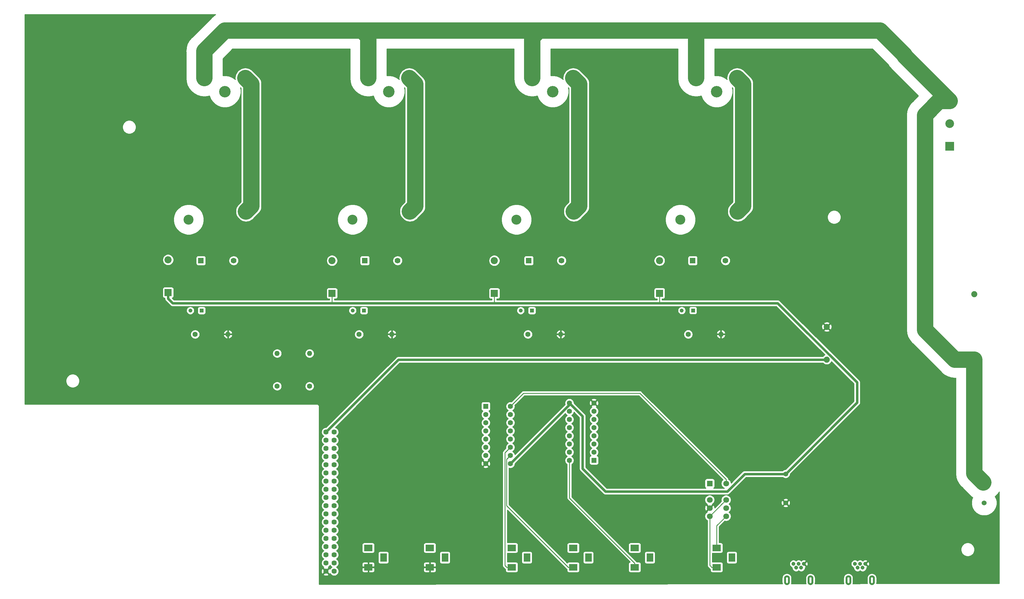
<source format=gbl>
G04 #@! TF.GenerationSoftware,KiCad,Pcbnew,5.1.5-52549c5~84~ubuntu18.04.1*
G04 #@! TF.CreationDate,2020-03-01T16:02:55-05:00*
G04 #@! TF.ProjectId,cropdroid-reservoir,63726f70-6472-46f6-9964-2d7265736572,0.6a*
G04 #@! TF.SameCoordinates,Original*
G04 #@! TF.FileFunction,Copper,L2,Bot*
G04 #@! TF.FilePolarity,Positive*
%FSLAX46Y46*%
G04 Gerber Fmt 4.6, Leading zero omitted, Abs format (unit mm)*
G04 Created by KiCad (PCBNEW 5.1.5-52549c5~84~ubuntu18.04.1) date 2020-03-01 16:02:55*
%MOMM*%
%LPD*%
G04 APERTURE LIST*
%ADD10C,0.000100*%
%ADD11C,1.208000*%
%ADD12C,1.524000*%
%ADD13C,1.881000*%
%ADD14R,1.881000X1.881000*%
%ADD15O,1.600000X1.600000*%
%ADD16C,1.600000*%
%ADD17C,1.230000*%
%ADD18R,1.230000X1.230000*%
%ADD19C,3.290000*%
%ADD20C,3.090000*%
%ADD21R,1.760000X1.760000*%
%ADD22C,1.760000*%
%ADD23C,3.556000*%
%ADD24R,3.556000X3.556000*%
%ADD25R,1.600000X1.600000*%
%ADD26R,2.700000X2.700000*%
%ADD27C,2.700000*%
%ADD28R,2.600000X2.000000*%
%ADD29R,2.000000X2.600000*%
%ADD30C,1.620010*%
%ADD31O,2.200000X2.200000*%
%ADD32R,2.200000X2.200000*%
%ADD33R,1.800000X1.800000*%
%ADD34C,1.800000*%
%ADD35C,5.080000*%
%ADD36C,0.254000*%
%ADD37C,0.762000*%
G04 APERTURE END LIST*
D10*
G36*
X321050000Y-212090000D02*
G01*
X321050000Y-211490000D01*
X321048835Y-211445514D01*
X321045344Y-211401151D01*
X321039535Y-211357031D01*
X321031425Y-211313275D01*
X321021037Y-211270004D01*
X321008398Y-211227336D01*
X320993543Y-211185387D01*
X320976514Y-211144274D01*
X320957356Y-211104108D01*
X320936122Y-211065000D01*
X320912870Y-211027057D01*
X320887664Y-210990383D01*
X320860574Y-210955078D01*
X320831673Y-210921239D01*
X320801041Y-210888959D01*
X320768761Y-210858327D01*
X320734922Y-210829426D01*
X320699617Y-210802336D01*
X320662943Y-210777130D01*
X320625000Y-210753878D01*
X320585892Y-210732644D01*
X320545726Y-210713486D01*
X320504613Y-210696457D01*
X320462664Y-210681602D01*
X320419996Y-210668963D01*
X320376725Y-210658575D01*
X320332969Y-210650465D01*
X320288849Y-210644656D01*
X320244486Y-210641165D01*
X320200000Y-210640000D01*
X320200000Y-211140000D01*
X320218318Y-211140480D01*
X320236585Y-211141917D01*
X320254752Y-211144309D01*
X320272769Y-211147648D01*
X320290587Y-211151926D01*
X320308156Y-211157130D01*
X320325429Y-211163247D01*
X320342358Y-211170259D01*
X320358897Y-211178148D01*
X320375000Y-211186891D01*
X320390624Y-211196465D01*
X320405725Y-211206844D01*
X320420262Y-211217999D01*
X320434196Y-211229899D01*
X320447487Y-211242513D01*
X320460101Y-211255804D01*
X320472001Y-211269738D01*
X320483156Y-211284275D01*
X320493535Y-211299376D01*
X320503109Y-211315000D01*
X320511852Y-211331103D01*
X320519741Y-211347642D01*
X320526753Y-211364571D01*
X320532870Y-211381844D01*
X320538074Y-211399413D01*
X320542352Y-211417231D01*
X320545691Y-211435248D01*
X320548083Y-211453415D01*
X320549520Y-211471682D01*
X320550000Y-211490000D01*
X320550000Y-212090000D01*
X321050000Y-212090000D01*
G37*
X321050000Y-212090000D02*
X321050000Y-211490000D01*
X321048835Y-211445514D01*
X321045344Y-211401151D01*
X321039535Y-211357031D01*
X321031425Y-211313275D01*
X321021037Y-211270004D01*
X321008398Y-211227336D01*
X320993543Y-211185387D01*
X320976514Y-211144274D01*
X320957356Y-211104108D01*
X320936122Y-211065000D01*
X320912870Y-211027057D01*
X320887664Y-210990383D01*
X320860574Y-210955078D01*
X320831673Y-210921239D01*
X320801041Y-210888959D01*
X320768761Y-210858327D01*
X320734922Y-210829426D01*
X320699617Y-210802336D01*
X320662943Y-210777130D01*
X320625000Y-210753878D01*
X320585892Y-210732644D01*
X320545726Y-210713486D01*
X320504613Y-210696457D01*
X320462664Y-210681602D01*
X320419996Y-210668963D01*
X320376725Y-210658575D01*
X320332969Y-210650465D01*
X320288849Y-210644656D01*
X320244486Y-210641165D01*
X320200000Y-210640000D01*
X320200000Y-211140000D01*
X320218318Y-211140480D01*
X320236585Y-211141917D01*
X320254752Y-211144309D01*
X320272769Y-211147648D01*
X320290587Y-211151926D01*
X320308156Y-211157130D01*
X320325429Y-211163247D01*
X320342358Y-211170259D01*
X320358897Y-211178148D01*
X320375000Y-211186891D01*
X320390624Y-211196465D01*
X320405725Y-211206844D01*
X320420262Y-211217999D01*
X320434196Y-211229899D01*
X320447487Y-211242513D01*
X320460101Y-211255804D01*
X320472001Y-211269738D01*
X320483156Y-211284275D01*
X320493535Y-211299376D01*
X320503109Y-211315000D01*
X320511852Y-211331103D01*
X320519741Y-211347642D01*
X320526753Y-211364571D01*
X320532870Y-211381844D01*
X320538074Y-211399413D01*
X320542352Y-211417231D01*
X320545691Y-211435248D01*
X320548083Y-211453415D01*
X320549520Y-211471682D01*
X320550000Y-211490000D01*
X320550000Y-212090000D01*
X321050000Y-212090000D01*
G36*
X319350000Y-212090000D02*
G01*
X319350000Y-211490000D01*
X319351165Y-211445514D01*
X319354656Y-211401151D01*
X319360465Y-211357031D01*
X319368575Y-211313275D01*
X319378963Y-211270004D01*
X319391602Y-211227336D01*
X319406457Y-211185387D01*
X319423486Y-211144274D01*
X319442644Y-211104108D01*
X319463878Y-211065000D01*
X319487130Y-211027057D01*
X319512336Y-210990383D01*
X319539426Y-210955078D01*
X319568327Y-210921239D01*
X319598959Y-210888959D01*
X319631239Y-210858327D01*
X319665078Y-210829426D01*
X319700383Y-210802336D01*
X319737057Y-210777130D01*
X319775000Y-210753878D01*
X319814108Y-210732644D01*
X319854274Y-210713486D01*
X319895387Y-210696457D01*
X319937336Y-210681602D01*
X319980004Y-210668963D01*
X320023275Y-210658575D01*
X320067031Y-210650465D01*
X320111151Y-210644656D01*
X320155514Y-210641165D01*
X320200000Y-210640000D01*
X320200000Y-211140000D01*
X320181682Y-211140480D01*
X320163415Y-211141917D01*
X320145248Y-211144309D01*
X320127231Y-211147648D01*
X320109413Y-211151926D01*
X320091844Y-211157130D01*
X320074571Y-211163247D01*
X320057642Y-211170259D01*
X320041103Y-211178148D01*
X320025000Y-211186891D01*
X320009376Y-211196465D01*
X319994275Y-211206844D01*
X319979738Y-211217999D01*
X319965804Y-211229899D01*
X319952513Y-211242513D01*
X319939899Y-211255804D01*
X319927999Y-211269738D01*
X319916844Y-211284275D01*
X319906465Y-211299376D01*
X319896891Y-211315000D01*
X319888148Y-211331103D01*
X319880259Y-211347642D01*
X319873247Y-211364571D01*
X319867130Y-211381844D01*
X319861926Y-211399413D01*
X319857648Y-211417231D01*
X319854309Y-211435248D01*
X319851917Y-211453415D01*
X319850480Y-211471682D01*
X319850000Y-211490000D01*
X319850000Y-212090000D01*
X319350000Y-212090000D01*
G37*
X319350000Y-212090000D02*
X319350000Y-211490000D01*
X319351165Y-211445514D01*
X319354656Y-211401151D01*
X319360465Y-211357031D01*
X319368575Y-211313275D01*
X319378963Y-211270004D01*
X319391602Y-211227336D01*
X319406457Y-211185387D01*
X319423486Y-211144274D01*
X319442644Y-211104108D01*
X319463878Y-211065000D01*
X319487130Y-211027057D01*
X319512336Y-210990383D01*
X319539426Y-210955078D01*
X319568327Y-210921239D01*
X319598959Y-210888959D01*
X319631239Y-210858327D01*
X319665078Y-210829426D01*
X319700383Y-210802336D01*
X319737057Y-210777130D01*
X319775000Y-210753878D01*
X319814108Y-210732644D01*
X319854274Y-210713486D01*
X319895387Y-210696457D01*
X319937336Y-210681602D01*
X319980004Y-210668963D01*
X320023275Y-210658575D01*
X320067031Y-210650465D01*
X320111151Y-210644656D01*
X320155514Y-210641165D01*
X320200000Y-210640000D01*
X320200000Y-211140000D01*
X320181682Y-211140480D01*
X320163415Y-211141917D01*
X320145248Y-211144309D01*
X320127231Y-211147648D01*
X320109413Y-211151926D01*
X320091844Y-211157130D01*
X320074571Y-211163247D01*
X320057642Y-211170259D01*
X320041103Y-211178148D01*
X320025000Y-211186891D01*
X320009376Y-211196465D01*
X319994275Y-211206844D01*
X319979738Y-211217999D01*
X319965804Y-211229899D01*
X319952513Y-211242513D01*
X319939899Y-211255804D01*
X319927999Y-211269738D01*
X319916844Y-211284275D01*
X319906465Y-211299376D01*
X319896891Y-211315000D01*
X319888148Y-211331103D01*
X319880259Y-211347642D01*
X319873247Y-211364571D01*
X319867130Y-211381844D01*
X319861926Y-211399413D01*
X319857648Y-211417231D01*
X319854309Y-211435248D01*
X319851917Y-211453415D01*
X319850480Y-211471682D01*
X319850000Y-211490000D01*
X319850000Y-212090000D01*
X319350000Y-212090000D01*
G36*
X319350000Y-212090000D02*
G01*
X319350000Y-212690000D01*
X319351165Y-212734486D01*
X319354656Y-212778849D01*
X319360465Y-212822969D01*
X319368575Y-212866725D01*
X319378963Y-212909996D01*
X319391602Y-212952664D01*
X319406457Y-212994613D01*
X319423486Y-213035726D01*
X319442644Y-213075892D01*
X319463878Y-213115000D01*
X319487130Y-213152943D01*
X319512336Y-213189617D01*
X319539426Y-213224922D01*
X319568327Y-213258761D01*
X319598959Y-213291041D01*
X319631239Y-213321673D01*
X319665078Y-213350574D01*
X319700383Y-213377664D01*
X319737057Y-213402870D01*
X319775000Y-213426122D01*
X319814108Y-213447356D01*
X319854274Y-213466514D01*
X319895387Y-213483543D01*
X319937336Y-213498398D01*
X319980004Y-213511037D01*
X320023275Y-213521425D01*
X320067031Y-213529535D01*
X320111151Y-213535344D01*
X320155514Y-213538835D01*
X320200000Y-213540000D01*
X320200000Y-213040000D01*
X320181682Y-213039520D01*
X320163415Y-213038083D01*
X320145248Y-213035691D01*
X320127231Y-213032352D01*
X320109413Y-213028074D01*
X320091844Y-213022870D01*
X320074571Y-213016753D01*
X320057642Y-213009741D01*
X320041103Y-213001852D01*
X320025000Y-212993109D01*
X320009376Y-212983535D01*
X319994275Y-212973156D01*
X319979738Y-212962001D01*
X319965804Y-212950101D01*
X319952513Y-212937487D01*
X319939899Y-212924196D01*
X319927999Y-212910262D01*
X319916844Y-212895725D01*
X319906465Y-212880624D01*
X319896891Y-212865000D01*
X319888148Y-212848897D01*
X319880259Y-212832358D01*
X319873247Y-212815429D01*
X319867130Y-212798156D01*
X319861926Y-212780587D01*
X319857648Y-212762769D01*
X319854309Y-212744752D01*
X319851917Y-212726585D01*
X319850480Y-212708318D01*
X319850000Y-212690000D01*
X319850000Y-212090000D01*
X319350000Y-212090000D01*
G37*
X319350000Y-212090000D02*
X319350000Y-212690000D01*
X319351165Y-212734486D01*
X319354656Y-212778849D01*
X319360465Y-212822969D01*
X319368575Y-212866725D01*
X319378963Y-212909996D01*
X319391602Y-212952664D01*
X319406457Y-212994613D01*
X319423486Y-213035726D01*
X319442644Y-213075892D01*
X319463878Y-213115000D01*
X319487130Y-213152943D01*
X319512336Y-213189617D01*
X319539426Y-213224922D01*
X319568327Y-213258761D01*
X319598959Y-213291041D01*
X319631239Y-213321673D01*
X319665078Y-213350574D01*
X319700383Y-213377664D01*
X319737057Y-213402870D01*
X319775000Y-213426122D01*
X319814108Y-213447356D01*
X319854274Y-213466514D01*
X319895387Y-213483543D01*
X319937336Y-213498398D01*
X319980004Y-213511037D01*
X320023275Y-213521425D01*
X320067031Y-213529535D01*
X320111151Y-213535344D01*
X320155514Y-213538835D01*
X320200000Y-213540000D01*
X320200000Y-213040000D01*
X320181682Y-213039520D01*
X320163415Y-213038083D01*
X320145248Y-213035691D01*
X320127231Y-213032352D01*
X320109413Y-213028074D01*
X320091844Y-213022870D01*
X320074571Y-213016753D01*
X320057642Y-213009741D01*
X320041103Y-213001852D01*
X320025000Y-212993109D01*
X320009376Y-212983535D01*
X319994275Y-212973156D01*
X319979738Y-212962001D01*
X319965804Y-212950101D01*
X319952513Y-212937487D01*
X319939899Y-212924196D01*
X319927999Y-212910262D01*
X319916844Y-212895725D01*
X319906465Y-212880624D01*
X319896891Y-212865000D01*
X319888148Y-212848897D01*
X319880259Y-212832358D01*
X319873247Y-212815429D01*
X319867130Y-212798156D01*
X319861926Y-212780587D01*
X319857648Y-212762769D01*
X319854309Y-212744752D01*
X319851917Y-212726585D01*
X319850480Y-212708318D01*
X319850000Y-212690000D01*
X319850000Y-212090000D01*
X319350000Y-212090000D01*
G36*
X321050000Y-212090000D02*
G01*
X321050000Y-212690000D01*
X321048835Y-212734486D01*
X321045344Y-212778849D01*
X321039535Y-212822969D01*
X321031425Y-212866725D01*
X321021037Y-212909996D01*
X321008398Y-212952664D01*
X320993543Y-212994613D01*
X320976514Y-213035726D01*
X320957356Y-213075892D01*
X320936122Y-213115000D01*
X320912870Y-213152943D01*
X320887664Y-213189617D01*
X320860574Y-213224922D01*
X320831673Y-213258761D01*
X320801041Y-213291041D01*
X320768761Y-213321673D01*
X320734922Y-213350574D01*
X320699617Y-213377664D01*
X320662943Y-213402870D01*
X320625000Y-213426122D01*
X320585892Y-213447356D01*
X320545726Y-213466514D01*
X320504613Y-213483543D01*
X320462664Y-213498398D01*
X320419996Y-213511037D01*
X320376725Y-213521425D01*
X320332969Y-213529535D01*
X320288849Y-213535344D01*
X320244486Y-213538835D01*
X320200000Y-213540000D01*
X320200000Y-213040000D01*
X320218318Y-213039520D01*
X320236585Y-213038083D01*
X320254752Y-213035691D01*
X320272769Y-213032352D01*
X320290587Y-213028074D01*
X320308156Y-213022870D01*
X320325429Y-213016753D01*
X320342358Y-213009741D01*
X320358897Y-213001852D01*
X320375000Y-212993109D01*
X320390624Y-212983535D01*
X320405725Y-212973156D01*
X320420262Y-212962001D01*
X320434196Y-212950101D01*
X320447487Y-212937487D01*
X320460101Y-212924196D01*
X320472001Y-212910262D01*
X320483156Y-212895725D01*
X320493535Y-212880624D01*
X320503109Y-212865000D01*
X320511852Y-212848897D01*
X320519741Y-212832358D01*
X320526753Y-212815429D01*
X320532870Y-212798156D01*
X320538074Y-212780587D01*
X320542352Y-212762769D01*
X320545691Y-212744752D01*
X320548083Y-212726585D01*
X320549520Y-212708318D01*
X320550000Y-212690000D01*
X320550000Y-212090000D01*
X321050000Y-212090000D01*
G37*
X321050000Y-212090000D02*
X321050000Y-212690000D01*
X321048835Y-212734486D01*
X321045344Y-212778849D01*
X321039535Y-212822969D01*
X321031425Y-212866725D01*
X321021037Y-212909996D01*
X321008398Y-212952664D01*
X320993543Y-212994613D01*
X320976514Y-213035726D01*
X320957356Y-213075892D01*
X320936122Y-213115000D01*
X320912870Y-213152943D01*
X320887664Y-213189617D01*
X320860574Y-213224922D01*
X320831673Y-213258761D01*
X320801041Y-213291041D01*
X320768761Y-213321673D01*
X320734922Y-213350574D01*
X320699617Y-213377664D01*
X320662943Y-213402870D01*
X320625000Y-213426122D01*
X320585892Y-213447356D01*
X320545726Y-213466514D01*
X320504613Y-213483543D01*
X320462664Y-213498398D01*
X320419996Y-213511037D01*
X320376725Y-213521425D01*
X320332969Y-213529535D01*
X320288849Y-213535344D01*
X320244486Y-213538835D01*
X320200000Y-213540000D01*
X320200000Y-213040000D01*
X320218318Y-213039520D01*
X320236585Y-213038083D01*
X320254752Y-213035691D01*
X320272769Y-213032352D01*
X320290587Y-213028074D01*
X320308156Y-213022870D01*
X320325429Y-213016753D01*
X320342358Y-213009741D01*
X320358897Y-213001852D01*
X320375000Y-212993109D01*
X320390624Y-212983535D01*
X320405725Y-212973156D01*
X320420262Y-212962001D01*
X320434196Y-212950101D01*
X320447487Y-212937487D01*
X320460101Y-212924196D01*
X320472001Y-212910262D01*
X320483156Y-212895725D01*
X320493535Y-212880624D01*
X320503109Y-212865000D01*
X320511852Y-212848897D01*
X320519741Y-212832358D01*
X320526753Y-212815429D01*
X320532870Y-212798156D01*
X320538074Y-212780587D01*
X320542352Y-212762769D01*
X320545691Y-212744752D01*
X320548083Y-212726585D01*
X320549520Y-212708318D01*
X320550000Y-212690000D01*
X320550000Y-212090000D01*
X321050000Y-212090000D01*
G36*
X328350000Y-212090000D02*
G01*
X328350000Y-211490000D01*
X328348835Y-211445514D01*
X328345344Y-211401151D01*
X328339535Y-211357031D01*
X328331425Y-211313275D01*
X328321037Y-211270004D01*
X328308398Y-211227336D01*
X328293543Y-211185387D01*
X328276514Y-211144274D01*
X328257356Y-211104108D01*
X328236122Y-211065000D01*
X328212870Y-211027057D01*
X328187664Y-210990383D01*
X328160574Y-210955078D01*
X328131673Y-210921239D01*
X328101041Y-210888959D01*
X328068761Y-210858327D01*
X328034922Y-210829426D01*
X327999617Y-210802336D01*
X327962943Y-210777130D01*
X327925000Y-210753878D01*
X327885892Y-210732644D01*
X327845726Y-210713486D01*
X327804613Y-210696457D01*
X327762664Y-210681602D01*
X327719996Y-210668963D01*
X327676725Y-210658575D01*
X327632969Y-210650465D01*
X327588849Y-210644656D01*
X327544486Y-210641165D01*
X327500000Y-210640000D01*
X327500000Y-211140000D01*
X327518318Y-211140480D01*
X327536585Y-211141917D01*
X327554752Y-211144309D01*
X327572769Y-211147648D01*
X327590587Y-211151926D01*
X327608156Y-211157130D01*
X327625429Y-211163247D01*
X327642358Y-211170259D01*
X327658897Y-211178148D01*
X327675000Y-211186891D01*
X327690624Y-211196465D01*
X327705725Y-211206844D01*
X327720262Y-211217999D01*
X327734196Y-211229899D01*
X327747487Y-211242513D01*
X327760101Y-211255804D01*
X327772001Y-211269738D01*
X327783156Y-211284275D01*
X327793535Y-211299376D01*
X327803109Y-211315000D01*
X327811852Y-211331103D01*
X327819741Y-211347642D01*
X327826753Y-211364571D01*
X327832870Y-211381844D01*
X327838074Y-211399413D01*
X327842352Y-211417231D01*
X327845691Y-211435248D01*
X327848083Y-211453415D01*
X327849520Y-211471682D01*
X327850000Y-211490000D01*
X327850000Y-212090000D01*
X328350000Y-212090000D01*
G37*
X328350000Y-212090000D02*
X328350000Y-211490000D01*
X328348835Y-211445514D01*
X328345344Y-211401151D01*
X328339535Y-211357031D01*
X328331425Y-211313275D01*
X328321037Y-211270004D01*
X328308398Y-211227336D01*
X328293543Y-211185387D01*
X328276514Y-211144274D01*
X328257356Y-211104108D01*
X328236122Y-211065000D01*
X328212870Y-211027057D01*
X328187664Y-210990383D01*
X328160574Y-210955078D01*
X328131673Y-210921239D01*
X328101041Y-210888959D01*
X328068761Y-210858327D01*
X328034922Y-210829426D01*
X327999617Y-210802336D01*
X327962943Y-210777130D01*
X327925000Y-210753878D01*
X327885892Y-210732644D01*
X327845726Y-210713486D01*
X327804613Y-210696457D01*
X327762664Y-210681602D01*
X327719996Y-210668963D01*
X327676725Y-210658575D01*
X327632969Y-210650465D01*
X327588849Y-210644656D01*
X327544486Y-210641165D01*
X327500000Y-210640000D01*
X327500000Y-211140000D01*
X327518318Y-211140480D01*
X327536585Y-211141917D01*
X327554752Y-211144309D01*
X327572769Y-211147648D01*
X327590587Y-211151926D01*
X327608156Y-211157130D01*
X327625429Y-211163247D01*
X327642358Y-211170259D01*
X327658897Y-211178148D01*
X327675000Y-211186891D01*
X327690624Y-211196465D01*
X327705725Y-211206844D01*
X327720262Y-211217999D01*
X327734196Y-211229899D01*
X327747487Y-211242513D01*
X327760101Y-211255804D01*
X327772001Y-211269738D01*
X327783156Y-211284275D01*
X327793535Y-211299376D01*
X327803109Y-211315000D01*
X327811852Y-211331103D01*
X327819741Y-211347642D01*
X327826753Y-211364571D01*
X327832870Y-211381844D01*
X327838074Y-211399413D01*
X327842352Y-211417231D01*
X327845691Y-211435248D01*
X327848083Y-211453415D01*
X327849520Y-211471682D01*
X327850000Y-211490000D01*
X327850000Y-212090000D01*
X328350000Y-212090000D01*
G36*
X326650000Y-212090000D02*
G01*
X326650000Y-211490000D01*
X326651165Y-211445514D01*
X326654656Y-211401151D01*
X326660465Y-211357031D01*
X326668575Y-211313275D01*
X326678963Y-211270004D01*
X326691602Y-211227336D01*
X326706457Y-211185387D01*
X326723486Y-211144274D01*
X326742644Y-211104108D01*
X326763878Y-211065000D01*
X326787130Y-211027057D01*
X326812336Y-210990383D01*
X326839426Y-210955078D01*
X326868327Y-210921239D01*
X326898959Y-210888959D01*
X326931239Y-210858327D01*
X326965078Y-210829426D01*
X327000383Y-210802336D01*
X327037057Y-210777130D01*
X327075000Y-210753878D01*
X327114108Y-210732644D01*
X327154274Y-210713486D01*
X327195387Y-210696457D01*
X327237336Y-210681602D01*
X327280004Y-210668963D01*
X327323275Y-210658575D01*
X327367031Y-210650465D01*
X327411151Y-210644656D01*
X327455514Y-210641165D01*
X327500000Y-210640000D01*
X327500000Y-211140000D01*
X327481682Y-211140480D01*
X327463415Y-211141917D01*
X327445248Y-211144309D01*
X327427231Y-211147648D01*
X327409413Y-211151926D01*
X327391844Y-211157130D01*
X327374571Y-211163247D01*
X327357642Y-211170259D01*
X327341103Y-211178148D01*
X327325000Y-211186891D01*
X327309376Y-211196465D01*
X327294275Y-211206844D01*
X327279738Y-211217999D01*
X327265804Y-211229899D01*
X327252513Y-211242513D01*
X327239899Y-211255804D01*
X327227999Y-211269738D01*
X327216844Y-211284275D01*
X327206465Y-211299376D01*
X327196891Y-211315000D01*
X327188148Y-211331103D01*
X327180259Y-211347642D01*
X327173247Y-211364571D01*
X327167130Y-211381844D01*
X327161926Y-211399413D01*
X327157648Y-211417231D01*
X327154309Y-211435248D01*
X327151917Y-211453415D01*
X327150480Y-211471682D01*
X327150000Y-211490000D01*
X327150000Y-212090000D01*
X326650000Y-212090000D01*
G37*
X326650000Y-212090000D02*
X326650000Y-211490000D01*
X326651165Y-211445514D01*
X326654656Y-211401151D01*
X326660465Y-211357031D01*
X326668575Y-211313275D01*
X326678963Y-211270004D01*
X326691602Y-211227336D01*
X326706457Y-211185387D01*
X326723486Y-211144274D01*
X326742644Y-211104108D01*
X326763878Y-211065000D01*
X326787130Y-211027057D01*
X326812336Y-210990383D01*
X326839426Y-210955078D01*
X326868327Y-210921239D01*
X326898959Y-210888959D01*
X326931239Y-210858327D01*
X326965078Y-210829426D01*
X327000383Y-210802336D01*
X327037057Y-210777130D01*
X327075000Y-210753878D01*
X327114108Y-210732644D01*
X327154274Y-210713486D01*
X327195387Y-210696457D01*
X327237336Y-210681602D01*
X327280004Y-210668963D01*
X327323275Y-210658575D01*
X327367031Y-210650465D01*
X327411151Y-210644656D01*
X327455514Y-210641165D01*
X327500000Y-210640000D01*
X327500000Y-211140000D01*
X327481682Y-211140480D01*
X327463415Y-211141917D01*
X327445248Y-211144309D01*
X327427231Y-211147648D01*
X327409413Y-211151926D01*
X327391844Y-211157130D01*
X327374571Y-211163247D01*
X327357642Y-211170259D01*
X327341103Y-211178148D01*
X327325000Y-211186891D01*
X327309376Y-211196465D01*
X327294275Y-211206844D01*
X327279738Y-211217999D01*
X327265804Y-211229899D01*
X327252513Y-211242513D01*
X327239899Y-211255804D01*
X327227999Y-211269738D01*
X327216844Y-211284275D01*
X327206465Y-211299376D01*
X327196891Y-211315000D01*
X327188148Y-211331103D01*
X327180259Y-211347642D01*
X327173247Y-211364571D01*
X327167130Y-211381844D01*
X327161926Y-211399413D01*
X327157648Y-211417231D01*
X327154309Y-211435248D01*
X327151917Y-211453415D01*
X327150480Y-211471682D01*
X327150000Y-211490000D01*
X327150000Y-212090000D01*
X326650000Y-212090000D01*
G36*
X326650000Y-212090000D02*
G01*
X326650000Y-212690000D01*
X326651165Y-212734486D01*
X326654656Y-212778849D01*
X326660465Y-212822969D01*
X326668575Y-212866725D01*
X326678963Y-212909996D01*
X326691602Y-212952664D01*
X326706457Y-212994613D01*
X326723486Y-213035726D01*
X326742644Y-213075892D01*
X326763878Y-213115000D01*
X326787130Y-213152943D01*
X326812336Y-213189617D01*
X326839426Y-213224922D01*
X326868327Y-213258761D01*
X326898959Y-213291041D01*
X326931239Y-213321673D01*
X326965078Y-213350574D01*
X327000383Y-213377664D01*
X327037057Y-213402870D01*
X327075000Y-213426122D01*
X327114108Y-213447356D01*
X327154274Y-213466514D01*
X327195387Y-213483543D01*
X327237336Y-213498398D01*
X327280004Y-213511037D01*
X327323275Y-213521425D01*
X327367031Y-213529535D01*
X327411151Y-213535344D01*
X327455514Y-213538835D01*
X327500000Y-213540000D01*
X327500000Y-213040000D01*
X327481682Y-213039520D01*
X327463415Y-213038083D01*
X327445248Y-213035691D01*
X327427231Y-213032352D01*
X327409413Y-213028074D01*
X327391844Y-213022870D01*
X327374571Y-213016753D01*
X327357642Y-213009741D01*
X327341103Y-213001852D01*
X327325000Y-212993109D01*
X327309376Y-212983535D01*
X327294275Y-212973156D01*
X327279738Y-212962001D01*
X327265804Y-212950101D01*
X327252513Y-212937487D01*
X327239899Y-212924196D01*
X327227999Y-212910262D01*
X327216844Y-212895725D01*
X327206465Y-212880624D01*
X327196891Y-212865000D01*
X327188148Y-212848897D01*
X327180259Y-212832358D01*
X327173247Y-212815429D01*
X327167130Y-212798156D01*
X327161926Y-212780587D01*
X327157648Y-212762769D01*
X327154309Y-212744752D01*
X327151917Y-212726585D01*
X327150480Y-212708318D01*
X327150000Y-212690000D01*
X327150000Y-212090000D01*
X326650000Y-212090000D01*
G37*
X326650000Y-212090000D02*
X326650000Y-212690000D01*
X326651165Y-212734486D01*
X326654656Y-212778849D01*
X326660465Y-212822969D01*
X326668575Y-212866725D01*
X326678963Y-212909996D01*
X326691602Y-212952664D01*
X326706457Y-212994613D01*
X326723486Y-213035726D01*
X326742644Y-213075892D01*
X326763878Y-213115000D01*
X326787130Y-213152943D01*
X326812336Y-213189617D01*
X326839426Y-213224922D01*
X326868327Y-213258761D01*
X326898959Y-213291041D01*
X326931239Y-213321673D01*
X326965078Y-213350574D01*
X327000383Y-213377664D01*
X327037057Y-213402870D01*
X327075000Y-213426122D01*
X327114108Y-213447356D01*
X327154274Y-213466514D01*
X327195387Y-213483543D01*
X327237336Y-213498398D01*
X327280004Y-213511037D01*
X327323275Y-213521425D01*
X327367031Y-213529535D01*
X327411151Y-213535344D01*
X327455514Y-213538835D01*
X327500000Y-213540000D01*
X327500000Y-213040000D01*
X327481682Y-213039520D01*
X327463415Y-213038083D01*
X327445248Y-213035691D01*
X327427231Y-213032352D01*
X327409413Y-213028074D01*
X327391844Y-213022870D01*
X327374571Y-213016753D01*
X327357642Y-213009741D01*
X327341103Y-213001852D01*
X327325000Y-212993109D01*
X327309376Y-212983535D01*
X327294275Y-212973156D01*
X327279738Y-212962001D01*
X327265804Y-212950101D01*
X327252513Y-212937487D01*
X327239899Y-212924196D01*
X327227999Y-212910262D01*
X327216844Y-212895725D01*
X327206465Y-212880624D01*
X327196891Y-212865000D01*
X327188148Y-212848897D01*
X327180259Y-212832358D01*
X327173247Y-212815429D01*
X327167130Y-212798156D01*
X327161926Y-212780587D01*
X327157648Y-212762769D01*
X327154309Y-212744752D01*
X327151917Y-212726585D01*
X327150480Y-212708318D01*
X327150000Y-212690000D01*
X327150000Y-212090000D01*
X326650000Y-212090000D01*
G36*
X328350000Y-212090000D02*
G01*
X328350000Y-212690000D01*
X328348835Y-212734486D01*
X328345344Y-212778849D01*
X328339535Y-212822969D01*
X328331425Y-212866725D01*
X328321037Y-212909996D01*
X328308398Y-212952664D01*
X328293543Y-212994613D01*
X328276514Y-213035726D01*
X328257356Y-213075892D01*
X328236122Y-213115000D01*
X328212870Y-213152943D01*
X328187664Y-213189617D01*
X328160574Y-213224922D01*
X328131673Y-213258761D01*
X328101041Y-213291041D01*
X328068761Y-213321673D01*
X328034922Y-213350574D01*
X327999617Y-213377664D01*
X327962943Y-213402870D01*
X327925000Y-213426122D01*
X327885892Y-213447356D01*
X327845726Y-213466514D01*
X327804613Y-213483543D01*
X327762664Y-213498398D01*
X327719996Y-213511037D01*
X327676725Y-213521425D01*
X327632969Y-213529535D01*
X327588849Y-213535344D01*
X327544486Y-213538835D01*
X327500000Y-213540000D01*
X327500000Y-213040000D01*
X327518318Y-213039520D01*
X327536585Y-213038083D01*
X327554752Y-213035691D01*
X327572769Y-213032352D01*
X327590587Y-213028074D01*
X327608156Y-213022870D01*
X327625429Y-213016753D01*
X327642358Y-213009741D01*
X327658897Y-213001852D01*
X327675000Y-212993109D01*
X327690624Y-212983535D01*
X327705725Y-212973156D01*
X327720262Y-212962001D01*
X327734196Y-212950101D01*
X327747487Y-212937487D01*
X327760101Y-212924196D01*
X327772001Y-212910262D01*
X327783156Y-212895725D01*
X327793535Y-212880624D01*
X327803109Y-212865000D01*
X327811852Y-212848897D01*
X327819741Y-212832358D01*
X327826753Y-212815429D01*
X327832870Y-212798156D01*
X327838074Y-212780587D01*
X327842352Y-212762769D01*
X327845691Y-212744752D01*
X327848083Y-212726585D01*
X327849520Y-212708318D01*
X327850000Y-212690000D01*
X327850000Y-212090000D01*
X328350000Y-212090000D01*
G37*
X328350000Y-212090000D02*
X328350000Y-212690000D01*
X328348835Y-212734486D01*
X328345344Y-212778849D01*
X328339535Y-212822969D01*
X328331425Y-212866725D01*
X328321037Y-212909996D01*
X328308398Y-212952664D01*
X328293543Y-212994613D01*
X328276514Y-213035726D01*
X328257356Y-213075892D01*
X328236122Y-213115000D01*
X328212870Y-213152943D01*
X328187664Y-213189617D01*
X328160574Y-213224922D01*
X328131673Y-213258761D01*
X328101041Y-213291041D01*
X328068761Y-213321673D01*
X328034922Y-213350574D01*
X327999617Y-213377664D01*
X327962943Y-213402870D01*
X327925000Y-213426122D01*
X327885892Y-213447356D01*
X327845726Y-213466514D01*
X327804613Y-213483543D01*
X327762664Y-213498398D01*
X327719996Y-213511037D01*
X327676725Y-213521425D01*
X327632969Y-213529535D01*
X327588849Y-213535344D01*
X327544486Y-213538835D01*
X327500000Y-213540000D01*
X327500000Y-213040000D01*
X327518318Y-213039520D01*
X327536585Y-213038083D01*
X327554752Y-213035691D01*
X327572769Y-213032352D01*
X327590587Y-213028074D01*
X327608156Y-213022870D01*
X327625429Y-213016753D01*
X327642358Y-213009741D01*
X327658897Y-213001852D01*
X327675000Y-212993109D01*
X327690624Y-212983535D01*
X327705725Y-212973156D01*
X327720262Y-212962001D01*
X327734196Y-212950101D01*
X327747487Y-212937487D01*
X327760101Y-212924196D01*
X327772001Y-212910262D01*
X327783156Y-212895725D01*
X327793535Y-212880624D01*
X327803109Y-212865000D01*
X327811852Y-212848897D01*
X327819741Y-212832358D01*
X327826753Y-212815429D01*
X327832870Y-212798156D01*
X327838074Y-212780587D01*
X327842352Y-212762769D01*
X327845691Y-212744752D01*
X327848083Y-212726585D01*
X327849520Y-212708318D01*
X327850000Y-212690000D01*
X327850000Y-212090000D01*
X328350000Y-212090000D01*
G36*
X302000000Y-212090000D02*
G01*
X302000000Y-211490000D01*
X301998835Y-211445514D01*
X301995344Y-211401151D01*
X301989535Y-211357031D01*
X301981425Y-211313275D01*
X301971037Y-211270004D01*
X301958398Y-211227336D01*
X301943543Y-211185387D01*
X301926514Y-211144274D01*
X301907356Y-211104108D01*
X301886122Y-211065000D01*
X301862870Y-211027057D01*
X301837664Y-210990383D01*
X301810574Y-210955078D01*
X301781673Y-210921239D01*
X301751041Y-210888959D01*
X301718761Y-210858327D01*
X301684922Y-210829426D01*
X301649617Y-210802336D01*
X301612943Y-210777130D01*
X301575000Y-210753878D01*
X301535892Y-210732644D01*
X301495726Y-210713486D01*
X301454613Y-210696457D01*
X301412664Y-210681602D01*
X301369996Y-210668963D01*
X301326725Y-210658575D01*
X301282969Y-210650465D01*
X301238849Y-210644656D01*
X301194486Y-210641165D01*
X301150000Y-210640000D01*
X301150000Y-211140000D01*
X301168318Y-211140480D01*
X301186585Y-211141917D01*
X301204752Y-211144309D01*
X301222769Y-211147648D01*
X301240587Y-211151926D01*
X301258156Y-211157130D01*
X301275429Y-211163247D01*
X301292358Y-211170259D01*
X301308897Y-211178148D01*
X301325000Y-211186891D01*
X301340624Y-211196465D01*
X301355725Y-211206844D01*
X301370262Y-211217999D01*
X301384196Y-211229899D01*
X301397487Y-211242513D01*
X301410101Y-211255804D01*
X301422001Y-211269738D01*
X301433156Y-211284275D01*
X301443535Y-211299376D01*
X301453109Y-211315000D01*
X301461852Y-211331103D01*
X301469741Y-211347642D01*
X301476753Y-211364571D01*
X301482870Y-211381844D01*
X301488074Y-211399413D01*
X301492352Y-211417231D01*
X301495691Y-211435248D01*
X301498083Y-211453415D01*
X301499520Y-211471682D01*
X301500000Y-211490000D01*
X301500000Y-212090000D01*
X302000000Y-212090000D01*
G37*
X302000000Y-212090000D02*
X302000000Y-211490000D01*
X301998835Y-211445514D01*
X301995344Y-211401151D01*
X301989535Y-211357031D01*
X301981425Y-211313275D01*
X301971037Y-211270004D01*
X301958398Y-211227336D01*
X301943543Y-211185387D01*
X301926514Y-211144274D01*
X301907356Y-211104108D01*
X301886122Y-211065000D01*
X301862870Y-211027057D01*
X301837664Y-210990383D01*
X301810574Y-210955078D01*
X301781673Y-210921239D01*
X301751041Y-210888959D01*
X301718761Y-210858327D01*
X301684922Y-210829426D01*
X301649617Y-210802336D01*
X301612943Y-210777130D01*
X301575000Y-210753878D01*
X301535892Y-210732644D01*
X301495726Y-210713486D01*
X301454613Y-210696457D01*
X301412664Y-210681602D01*
X301369996Y-210668963D01*
X301326725Y-210658575D01*
X301282969Y-210650465D01*
X301238849Y-210644656D01*
X301194486Y-210641165D01*
X301150000Y-210640000D01*
X301150000Y-211140000D01*
X301168318Y-211140480D01*
X301186585Y-211141917D01*
X301204752Y-211144309D01*
X301222769Y-211147648D01*
X301240587Y-211151926D01*
X301258156Y-211157130D01*
X301275429Y-211163247D01*
X301292358Y-211170259D01*
X301308897Y-211178148D01*
X301325000Y-211186891D01*
X301340624Y-211196465D01*
X301355725Y-211206844D01*
X301370262Y-211217999D01*
X301384196Y-211229899D01*
X301397487Y-211242513D01*
X301410101Y-211255804D01*
X301422001Y-211269738D01*
X301433156Y-211284275D01*
X301443535Y-211299376D01*
X301453109Y-211315000D01*
X301461852Y-211331103D01*
X301469741Y-211347642D01*
X301476753Y-211364571D01*
X301482870Y-211381844D01*
X301488074Y-211399413D01*
X301492352Y-211417231D01*
X301495691Y-211435248D01*
X301498083Y-211453415D01*
X301499520Y-211471682D01*
X301500000Y-211490000D01*
X301500000Y-212090000D01*
X302000000Y-212090000D01*
G36*
X300300000Y-212090000D02*
G01*
X300300000Y-211490000D01*
X300301165Y-211445514D01*
X300304656Y-211401151D01*
X300310465Y-211357031D01*
X300318575Y-211313275D01*
X300328963Y-211270004D01*
X300341602Y-211227336D01*
X300356457Y-211185387D01*
X300373486Y-211144274D01*
X300392644Y-211104108D01*
X300413878Y-211065000D01*
X300437130Y-211027057D01*
X300462336Y-210990383D01*
X300489426Y-210955078D01*
X300518327Y-210921239D01*
X300548959Y-210888959D01*
X300581239Y-210858327D01*
X300615078Y-210829426D01*
X300650383Y-210802336D01*
X300687057Y-210777130D01*
X300725000Y-210753878D01*
X300764108Y-210732644D01*
X300804274Y-210713486D01*
X300845387Y-210696457D01*
X300887336Y-210681602D01*
X300930004Y-210668963D01*
X300973275Y-210658575D01*
X301017031Y-210650465D01*
X301061151Y-210644656D01*
X301105514Y-210641165D01*
X301150000Y-210640000D01*
X301150000Y-211140000D01*
X301131682Y-211140480D01*
X301113415Y-211141917D01*
X301095248Y-211144309D01*
X301077231Y-211147648D01*
X301059413Y-211151926D01*
X301041844Y-211157130D01*
X301024571Y-211163247D01*
X301007642Y-211170259D01*
X300991103Y-211178148D01*
X300975000Y-211186891D01*
X300959376Y-211196465D01*
X300944275Y-211206844D01*
X300929738Y-211217999D01*
X300915804Y-211229899D01*
X300902513Y-211242513D01*
X300889899Y-211255804D01*
X300877999Y-211269738D01*
X300866844Y-211284275D01*
X300856465Y-211299376D01*
X300846891Y-211315000D01*
X300838148Y-211331103D01*
X300830259Y-211347642D01*
X300823247Y-211364571D01*
X300817130Y-211381844D01*
X300811926Y-211399413D01*
X300807648Y-211417231D01*
X300804309Y-211435248D01*
X300801917Y-211453415D01*
X300800480Y-211471682D01*
X300800000Y-211490000D01*
X300800000Y-212090000D01*
X300300000Y-212090000D01*
G37*
X300300000Y-212090000D02*
X300300000Y-211490000D01*
X300301165Y-211445514D01*
X300304656Y-211401151D01*
X300310465Y-211357031D01*
X300318575Y-211313275D01*
X300328963Y-211270004D01*
X300341602Y-211227336D01*
X300356457Y-211185387D01*
X300373486Y-211144274D01*
X300392644Y-211104108D01*
X300413878Y-211065000D01*
X300437130Y-211027057D01*
X300462336Y-210990383D01*
X300489426Y-210955078D01*
X300518327Y-210921239D01*
X300548959Y-210888959D01*
X300581239Y-210858327D01*
X300615078Y-210829426D01*
X300650383Y-210802336D01*
X300687057Y-210777130D01*
X300725000Y-210753878D01*
X300764108Y-210732644D01*
X300804274Y-210713486D01*
X300845387Y-210696457D01*
X300887336Y-210681602D01*
X300930004Y-210668963D01*
X300973275Y-210658575D01*
X301017031Y-210650465D01*
X301061151Y-210644656D01*
X301105514Y-210641165D01*
X301150000Y-210640000D01*
X301150000Y-211140000D01*
X301131682Y-211140480D01*
X301113415Y-211141917D01*
X301095248Y-211144309D01*
X301077231Y-211147648D01*
X301059413Y-211151926D01*
X301041844Y-211157130D01*
X301024571Y-211163247D01*
X301007642Y-211170259D01*
X300991103Y-211178148D01*
X300975000Y-211186891D01*
X300959376Y-211196465D01*
X300944275Y-211206844D01*
X300929738Y-211217999D01*
X300915804Y-211229899D01*
X300902513Y-211242513D01*
X300889899Y-211255804D01*
X300877999Y-211269738D01*
X300866844Y-211284275D01*
X300856465Y-211299376D01*
X300846891Y-211315000D01*
X300838148Y-211331103D01*
X300830259Y-211347642D01*
X300823247Y-211364571D01*
X300817130Y-211381844D01*
X300811926Y-211399413D01*
X300807648Y-211417231D01*
X300804309Y-211435248D01*
X300801917Y-211453415D01*
X300800480Y-211471682D01*
X300800000Y-211490000D01*
X300800000Y-212090000D01*
X300300000Y-212090000D01*
G36*
X300300000Y-212090000D02*
G01*
X300300000Y-212690000D01*
X300301165Y-212734486D01*
X300304656Y-212778849D01*
X300310465Y-212822969D01*
X300318575Y-212866725D01*
X300328963Y-212909996D01*
X300341602Y-212952664D01*
X300356457Y-212994613D01*
X300373486Y-213035726D01*
X300392644Y-213075892D01*
X300413878Y-213115000D01*
X300437130Y-213152943D01*
X300462336Y-213189617D01*
X300489426Y-213224922D01*
X300518327Y-213258761D01*
X300548959Y-213291041D01*
X300581239Y-213321673D01*
X300615078Y-213350574D01*
X300650383Y-213377664D01*
X300687057Y-213402870D01*
X300725000Y-213426122D01*
X300764108Y-213447356D01*
X300804274Y-213466514D01*
X300845387Y-213483543D01*
X300887336Y-213498398D01*
X300930004Y-213511037D01*
X300973275Y-213521425D01*
X301017031Y-213529535D01*
X301061151Y-213535344D01*
X301105514Y-213538835D01*
X301150000Y-213540000D01*
X301150000Y-213040000D01*
X301131682Y-213039520D01*
X301113415Y-213038083D01*
X301095248Y-213035691D01*
X301077231Y-213032352D01*
X301059413Y-213028074D01*
X301041844Y-213022870D01*
X301024571Y-213016753D01*
X301007642Y-213009741D01*
X300991103Y-213001852D01*
X300975000Y-212993109D01*
X300959376Y-212983535D01*
X300944275Y-212973156D01*
X300929738Y-212962001D01*
X300915804Y-212950101D01*
X300902513Y-212937487D01*
X300889899Y-212924196D01*
X300877999Y-212910262D01*
X300866844Y-212895725D01*
X300856465Y-212880624D01*
X300846891Y-212865000D01*
X300838148Y-212848897D01*
X300830259Y-212832358D01*
X300823247Y-212815429D01*
X300817130Y-212798156D01*
X300811926Y-212780587D01*
X300807648Y-212762769D01*
X300804309Y-212744752D01*
X300801917Y-212726585D01*
X300800480Y-212708318D01*
X300800000Y-212690000D01*
X300800000Y-212090000D01*
X300300000Y-212090000D01*
G37*
X300300000Y-212090000D02*
X300300000Y-212690000D01*
X300301165Y-212734486D01*
X300304656Y-212778849D01*
X300310465Y-212822969D01*
X300318575Y-212866725D01*
X300328963Y-212909996D01*
X300341602Y-212952664D01*
X300356457Y-212994613D01*
X300373486Y-213035726D01*
X300392644Y-213075892D01*
X300413878Y-213115000D01*
X300437130Y-213152943D01*
X300462336Y-213189617D01*
X300489426Y-213224922D01*
X300518327Y-213258761D01*
X300548959Y-213291041D01*
X300581239Y-213321673D01*
X300615078Y-213350574D01*
X300650383Y-213377664D01*
X300687057Y-213402870D01*
X300725000Y-213426122D01*
X300764108Y-213447356D01*
X300804274Y-213466514D01*
X300845387Y-213483543D01*
X300887336Y-213498398D01*
X300930004Y-213511037D01*
X300973275Y-213521425D01*
X301017031Y-213529535D01*
X301061151Y-213535344D01*
X301105514Y-213538835D01*
X301150000Y-213540000D01*
X301150000Y-213040000D01*
X301131682Y-213039520D01*
X301113415Y-213038083D01*
X301095248Y-213035691D01*
X301077231Y-213032352D01*
X301059413Y-213028074D01*
X301041844Y-213022870D01*
X301024571Y-213016753D01*
X301007642Y-213009741D01*
X300991103Y-213001852D01*
X300975000Y-212993109D01*
X300959376Y-212983535D01*
X300944275Y-212973156D01*
X300929738Y-212962001D01*
X300915804Y-212950101D01*
X300902513Y-212937487D01*
X300889899Y-212924196D01*
X300877999Y-212910262D01*
X300866844Y-212895725D01*
X300856465Y-212880624D01*
X300846891Y-212865000D01*
X300838148Y-212848897D01*
X300830259Y-212832358D01*
X300823247Y-212815429D01*
X300817130Y-212798156D01*
X300811926Y-212780587D01*
X300807648Y-212762769D01*
X300804309Y-212744752D01*
X300801917Y-212726585D01*
X300800480Y-212708318D01*
X300800000Y-212690000D01*
X300800000Y-212090000D01*
X300300000Y-212090000D01*
G36*
X302000000Y-212090000D02*
G01*
X302000000Y-212690000D01*
X301998835Y-212734486D01*
X301995344Y-212778849D01*
X301989535Y-212822969D01*
X301981425Y-212866725D01*
X301971037Y-212909996D01*
X301958398Y-212952664D01*
X301943543Y-212994613D01*
X301926514Y-213035726D01*
X301907356Y-213075892D01*
X301886122Y-213115000D01*
X301862870Y-213152943D01*
X301837664Y-213189617D01*
X301810574Y-213224922D01*
X301781673Y-213258761D01*
X301751041Y-213291041D01*
X301718761Y-213321673D01*
X301684922Y-213350574D01*
X301649617Y-213377664D01*
X301612943Y-213402870D01*
X301575000Y-213426122D01*
X301535892Y-213447356D01*
X301495726Y-213466514D01*
X301454613Y-213483543D01*
X301412664Y-213498398D01*
X301369996Y-213511037D01*
X301326725Y-213521425D01*
X301282969Y-213529535D01*
X301238849Y-213535344D01*
X301194486Y-213538835D01*
X301150000Y-213540000D01*
X301150000Y-213040000D01*
X301168318Y-213039520D01*
X301186585Y-213038083D01*
X301204752Y-213035691D01*
X301222769Y-213032352D01*
X301240587Y-213028074D01*
X301258156Y-213022870D01*
X301275429Y-213016753D01*
X301292358Y-213009741D01*
X301308897Y-213001852D01*
X301325000Y-212993109D01*
X301340624Y-212983535D01*
X301355725Y-212973156D01*
X301370262Y-212962001D01*
X301384196Y-212950101D01*
X301397487Y-212937487D01*
X301410101Y-212924196D01*
X301422001Y-212910262D01*
X301433156Y-212895725D01*
X301443535Y-212880624D01*
X301453109Y-212865000D01*
X301461852Y-212848897D01*
X301469741Y-212832358D01*
X301476753Y-212815429D01*
X301482870Y-212798156D01*
X301488074Y-212780587D01*
X301492352Y-212762769D01*
X301495691Y-212744752D01*
X301498083Y-212726585D01*
X301499520Y-212708318D01*
X301500000Y-212690000D01*
X301500000Y-212090000D01*
X302000000Y-212090000D01*
G37*
X302000000Y-212090000D02*
X302000000Y-212690000D01*
X301998835Y-212734486D01*
X301995344Y-212778849D01*
X301989535Y-212822969D01*
X301981425Y-212866725D01*
X301971037Y-212909996D01*
X301958398Y-212952664D01*
X301943543Y-212994613D01*
X301926514Y-213035726D01*
X301907356Y-213075892D01*
X301886122Y-213115000D01*
X301862870Y-213152943D01*
X301837664Y-213189617D01*
X301810574Y-213224922D01*
X301781673Y-213258761D01*
X301751041Y-213291041D01*
X301718761Y-213321673D01*
X301684922Y-213350574D01*
X301649617Y-213377664D01*
X301612943Y-213402870D01*
X301575000Y-213426122D01*
X301535892Y-213447356D01*
X301495726Y-213466514D01*
X301454613Y-213483543D01*
X301412664Y-213498398D01*
X301369996Y-213511037D01*
X301326725Y-213521425D01*
X301282969Y-213529535D01*
X301238849Y-213535344D01*
X301194486Y-213538835D01*
X301150000Y-213540000D01*
X301150000Y-213040000D01*
X301168318Y-213039520D01*
X301186585Y-213038083D01*
X301204752Y-213035691D01*
X301222769Y-213032352D01*
X301240587Y-213028074D01*
X301258156Y-213022870D01*
X301275429Y-213016753D01*
X301292358Y-213009741D01*
X301308897Y-213001852D01*
X301325000Y-212993109D01*
X301340624Y-212983535D01*
X301355725Y-212973156D01*
X301370262Y-212962001D01*
X301384196Y-212950101D01*
X301397487Y-212937487D01*
X301410101Y-212924196D01*
X301422001Y-212910262D01*
X301433156Y-212895725D01*
X301443535Y-212880624D01*
X301453109Y-212865000D01*
X301461852Y-212848897D01*
X301469741Y-212832358D01*
X301476753Y-212815429D01*
X301482870Y-212798156D01*
X301488074Y-212780587D01*
X301492352Y-212762769D01*
X301495691Y-212744752D01*
X301498083Y-212726585D01*
X301499520Y-212708318D01*
X301500000Y-212690000D01*
X301500000Y-212090000D01*
X302000000Y-212090000D01*
G36*
X309300000Y-212090000D02*
G01*
X309300000Y-211490000D01*
X309298835Y-211445514D01*
X309295344Y-211401151D01*
X309289535Y-211357031D01*
X309281425Y-211313275D01*
X309271037Y-211270004D01*
X309258398Y-211227336D01*
X309243543Y-211185387D01*
X309226514Y-211144274D01*
X309207356Y-211104108D01*
X309186122Y-211065000D01*
X309162870Y-211027057D01*
X309137664Y-210990383D01*
X309110574Y-210955078D01*
X309081673Y-210921239D01*
X309051041Y-210888959D01*
X309018761Y-210858327D01*
X308984922Y-210829426D01*
X308949617Y-210802336D01*
X308912943Y-210777130D01*
X308875000Y-210753878D01*
X308835892Y-210732644D01*
X308795726Y-210713486D01*
X308754613Y-210696457D01*
X308712664Y-210681602D01*
X308669996Y-210668963D01*
X308626725Y-210658575D01*
X308582969Y-210650465D01*
X308538849Y-210644656D01*
X308494486Y-210641165D01*
X308450000Y-210640000D01*
X308450000Y-211140000D01*
X308468318Y-211140480D01*
X308486585Y-211141917D01*
X308504752Y-211144309D01*
X308522769Y-211147648D01*
X308540587Y-211151926D01*
X308558156Y-211157130D01*
X308575429Y-211163247D01*
X308592358Y-211170259D01*
X308608897Y-211178148D01*
X308625000Y-211186891D01*
X308640624Y-211196465D01*
X308655725Y-211206844D01*
X308670262Y-211217999D01*
X308684196Y-211229899D01*
X308697487Y-211242513D01*
X308710101Y-211255804D01*
X308722001Y-211269738D01*
X308733156Y-211284275D01*
X308743535Y-211299376D01*
X308753109Y-211315000D01*
X308761852Y-211331103D01*
X308769741Y-211347642D01*
X308776753Y-211364571D01*
X308782870Y-211381844D01*
X308788074Y-211399413D01*
X308792352Y-211417231D01*
X308795691Y-211435248D01*
X308798083Y-211453415D01*
X308799520Y-211471682D01*
X308800000Y-211490000D01*
X308800000Y-212090000D01*
X309300000Y-212090000D01*
G37*
X309300000Y-212090000D02*
X309300000Y-211490000D01*
X309298835Y-211445514D01*
X309295344Y-211401151D01*
X309289535Y-211357031D01*
X309281425Y-211313275D01*
X309271037Y-211270004D01*
X309258398Y-211227336D01*
X309243543Y-211185387D01*
X309226514Y-211144274D01*
X309207356Y-211104108D01*
X309186122Y-211065000D01*
X309162870Y-211027057D01*
X309137664Y-210990383D01*
X309110574Y-210955078D01*
X309081673Y-210921239D01*
X309051041Y-210888959D01*
X309018761Y-210858327D01*
X308984922Y-210829426D01*
X308949617Y-210802336D01*
X308912943Y-210777130D01*
X308875000Y-210753878D01*
X308835892Y-210732644D01*
X308795726Y-210713486D01*
X308754613Y-210696457D01*
X308712664Y-210681602D01*
X308669996Y-210668963D01*
X308626725Y-210658575D01*
X308582969Y-210650465D01*
X308538849Y-210644656D01*
X308494486Y-210641165D01*
X308450000Y-210640000D01*
X308450000Y-211140000D01*
X308468318Y-211140480D01*
X308486585Y-211141917D01*
X308504752Y-211144309D01*
X308522769Y-211147648D01*
X308540587Y-211151926D01*
X308558156Y-211157130D01*
X308575429Y-211163247D01*
X308592358Y-211170259D01*
X308608897Y-211178148D01*
X308625000Y-211186891D01*
X308640624Y-211196465D01*
X308655725Y-211206844D01*
X308670262Y-211217999D01*
X308684196Y-211229899D01*
X308697487Y-211242513D01*
X308710101Y-211255804D01*
X308722001Y-211269738D01*
X308733156Y-211284275D01*
X308743535Y-211299376D01*
X308753109Y-211315000D01*
X308761852Y-211331103D01*
X308769741Y-211347642D01*
X308776753Y-211364571D01*
X308782870Y-211381844D01*
X308788074Y-211399413D01*
X308792352Y-211417231D01*
X308795691Y-211435248D01*
X308798083Y-211453415D01*
X308799520Y-211471682D01*
X308800000Y-211490000D01*
X308800000Y-212090000D01*
X309300000Y-212090000D01*
G36*
X307600000Y-212090000D02*
G01*
X307600000Y-211490000D01*
X307601165Y-211445514D01*
X307604656Y-211401151D01*
X307610465Y-211357031D01*
X307618575Y-211313275D01*
X307628963Y-211270004D01*
X307641602Y-211227336D01*
X307656457Y-211185387D01*
X307673486Y-211144274D01*
X307692644Y-211104108D01*
X307713878Y-211065000D01*
X307737130Y-211027057D01*
X307762336Y-210990383D01*
X307789426Y-210955078D01*
X307818327Y-210921239D01*
X307848959Y-210888959D01*
X307881239Y-210858327D01*
X307915078Y-210829426D01*
X307950383Y-210802336D01*
X307987057Y-210777130D01*
X308025000Y-210753878D01*
X308064108Y-210732644D01*
X308104274Y-210713486D01*
X308145387Y-210696457D01*
X308187336Y-210681602D01*
X308230004Y-210668963D01*
X308273275Y-210658575D01*
X308317031Y-210650465D01*
X308361151Y-210644656D01*
X308405514Y-210641165D01*
X308450000Y-210640000D01*
X308450000Y-211140000D01*
X308431682Y-211140480D01*
X308413415Y-211141917D01*
X308395248Y-211144309D01*
X308377231Y-211147648D01*
X308359413Y-211151926D01*
X308341844Y-211157130D01*
X308324571Y-211163247D01*
X308307642Y-211170259D01*
X308291103Y-211178148D01*
X308275000Y-211186891D01*
X308259376Y-211196465D01*
X308244275Y-211206844D01*
X308229738Y-211217999D01*
X308215804Y-211229899D01*
X308202513Y-211242513D01*
X308189899Y-211255804D01*
X308177999Y-211269738D01*
X308166844Y-211284275D01*
X308156465Y-211299376D01*
X308146891Y-211315000D01*
X308138148Y-211331103D01*
X308130259Y-211347642D01*
X308123247Y-211364571D01*
X308117130Y-211381844D01*
X308111926Y-211399413D01*
X308107648Y-211417231D01*
X308104309Y-211435248D01*
X308101917Y-211453415D01*
X308100480Y-211471682D01*
X308100000Y-211490000D01*
X308100000Y-212090000D01*
X307600000Y-212090000D01*
G37*
X307600000Y-212090000D02*
X307600000Y-211490000D01*
X307601165Y-211445514D01*
X307604656Y-211401151D01*
X307610465Y-211357031D01*
X307618575Y-211313275D01*
X307628963Y-211270004D01*
X307641602Y-211227336D01*
X307656457Y-211185387D01*
X307673486Y-211144274D01*
X307692644Y-211104108D01*
X307713878Y-211065000D01*
X307737130Y-211027057D01*
X307762336Y-210990383D01*
X307789426Y-210955078D01*
X307818327Y-210921239D01*
X307848959Y-210888959D01*
X307881239Y-210858327D01*
X307915078Y-210829426D01*
X307950383Y-210802336D01*
X307987057Y-210777130D01*
X308025000Y-210753878D01*
X308064108Y-210732644D01*
X308104274Y-210713486D01*
X308145387Y-210696457D01*
X308187336Y-210681602D01*
X308230004Y-210668963D01*
X308273275Y-210658575D01*
X308317031Y-210650465D01*
X308361151Y-210644656D01*
X308405514Y-210641165D01*
X308450000Y-210640000D01*
X308450000Y-211140000D01*
X308431682Y-211140480D01*
X308413415Y-211141917D01*
X308395248Y-211144309D01*
X308377231Y-211147648D01*
X308359413Y-211151926D01*
X308341844Y-211157130D01*
X308324571Y-211163247D01*
X308307642Y-211170259D01*
X308291103Y-211178148D01*
X308275000Y-211186891D01*
X308259376Y-211196465D01*
X308244275Y-211206844D01*
X308229738Y-211217999D01*
X308215804Y-211229899D01*
X308202513Y-211242513D01*
X308189899Y-211255804D01*
X308177999Y-211269738D01*
X308166844Y-211284275D01*
X308156465Y-211299376D01*
X308146891Y-211315000D01*
X308138148Y-211331103D01*
X308130259Y-211347642D01*
X308123247Y-211364571D01*
X308117130Y-211381844D01*
X308111926Y-211399413D01*
X308107648Y-211417231D01*
X308104309Y-211435248D01*
X308101917Y-211453415D01*
X308100480Y-211471682D01*
X308100000Y-211490000D01*
X308100000Y-212090000D01*
X307600000Y-212090000D01*
G36*
X307600000Y-212090000D02*
G01*
X307600000Y-212690000D01*
X307601165Y-212734486D01*
X307604656Y-212778849D01*
X307610465Y-212822969D01*
X307618575Y-212866725D01*
X307628963Y-212909996D01*
X307641602Y-212952664D01*
X307656457Y-212994613D01*
X307673486Y-213035726D01*
X307692644Y-213075892D01*
X307713878Y-213115000D01*
X307737130Y-213152943D01*
X307762336Y-213189617D01*
X307789426Y-213224922D01*
X307818327Y-213258761D01*
X307848959Y-213291041D01*
X307881239Y-213321673D01*
X307915078Y-213350574D01*
X307950383Y-213377664D01*
X307987057Y-213402870D01*
X308025000Y-213426122D01*
X308064108Y-213447356D01*
X308104274Y-213466514D01*
X308145387Y-213483543D01*
X308187336Y-213498398D01*
X308230004Y-213511037D01*
X308273275Y-213521425D01*
X308317031Y-213529535D01*
X308361151Y-213535344D01*
X308405514Y-213538835D01*
X308450000Y-213540000D01*
X308450000Y-213040000D01*
X308431682Y-213039520D01*
X308413415Y-213038083D01*
X308395248Y-213035691D01*
X308377231Y-213032352D01*
X308359413Y-213028074D01*
X308341844Y-213022870D01*
X308324571Y-213016753D01*
X308307642Y-213009741D01*
X308291103Y-213001852D01*
X308275000Y-212993109D01*
X308259376Y-212983535D01*
X308244275Y-212973156D01*
X308229738Y-212962001D01*
X308215804Y-212950101D01*
X308202513Y-212937487D01*
X308189899Y-212924196D01*
X308177999Y-212910262D01*
X308166844Y-212895725D01*
X308156465Y-212880624D01*
X308146891Y-212865000D01*
X308138148Y-212848897D01*
X308130259Y-212832358D01*
X308123247Y-212815429D01*
X308117130Y-212798156D01*
X308111926Y-212780587D01*
X308107648Y-212762769D01*
X308104309Y-212744752D01*
X308101917Y-212726585D01*
X308100480Y-212708318D01*
X308100000Y-212690000D01*
X308100000Y-212090000D01*
X307600000Y-212090000D01*
G37*
X307600000Y-212090000D02*
X307600000Y-212690000D01*
X307601165Y-212734486D01*
X307604656Y-212778849D01*
X307610465Y-212822969D01*
X307618575Y-212866725D01*
X307628963Y-212909996D01*
X307641602Y-212952664D01*
X307656457Y-212994613D01*
X307673486Y-213035726D01*
X307692644Y-213075892D01*
X307713878Y-213115000D01*
X307737130Y-213152943D01*
X307762336Y-213189617D01*
X307789426Y-213224922D01*
X307818327Y-213258761D01*
X307848959Y-213291041D01*
X307881239Y-213321673D01*
X307915078Y-213350574D01*
X307950383Y-213377664D01*
X307987057Y-213402870D01*
X308025000Y-213426122D01*
X308064108Y-213447356D01*
X308104274Y-213466514D01*
X308145387Y-213483543D01*
X308187336Y-213498398D01*
X308230004Y-213511037D01*
X308273275Y-213521425D01*
X308317031Y-213529535D01*
X308361151Y-213535344D01*
X308405514Y-213538835D01*
X308450000Y-213540000D01*
X308450000Y-213040000D01*
X308431682Y-213039520D01*
X308413415Y-213038083D01*
X308395248Y-213035691D01*
X308377231Y-213032352D01*
X308359413Y-213028074D01*
X308341844Y-213022870D01*
X308324571Y-213016753D01*
X308307642Y-213009741D01*
X308291103Y-213001852D01*
X308275000Y-212993109D01*
X308259376Y-212983535D01*
X308244275Y-212973156D01*
X308229738Y-212962001D01*
X308215804Y-212950101D01*
X308202513Y-212937487D01*
X308189899Y-212924196D01*
X308177999Y-212910262D01*
X308166844Y-212895725D01*
X308156465Y-212880624D01*
X308146891Y-212865000D01*
X308138148Y-212848897D01*
X308130259Y-212832358D01*
X308123247Y-212815429D01*
X308117130Y-212798156D01*
X308111926Y-212780587D01*
X308107648Y-212762769D01*
X308104309Y-212744752D01*
X308101917Y-212726585D01*
X308100480Y-212708318D01*
X308100000Y-212690000D01*
X308100000Y-212090000D01*
X307600000Y-212090000D01*
G36*
X309300000Y-212090000D02*
G01*
X309300000Y-212690000D01*
X309298835Y-212734486D01*
X309295344Y-212778849D01*
X309289535Y-212822969D01*
X309281425Y-212866725D01*
X309271037Y-212909996D01*
X309258398Y-212952664D01*
X309243543Y-212994613D01*
X309226514Y-213035726D01*
X309207356Y-213075892D01*
X309186122Y-213115000D01*
X309162870Y-213152943D01*
X309137664Y-213189617D01*
X309110574Y-213224922D01*
X309081673Y-213258761D01*
X309051041Y-213291041D01*
X309018761Y-213321673D01*
X308984922Y-213350574D01*
X308949617Y-213377664D01*
X308912943Y-213402870D01*
X308875000Y-213426122D01*
X308835892Y-213447356D01*
X308795726Y-213466514D01*
X308754613Y-213483543D01*
X308712664Y-213498398D01*
X308669996Y-213511037D01*
X308626725Y-213521425D01*
X308582969Y-213529535D01*
X308538849Y-213535344D01*
X308494486Y-213538835D01*
X308450000Y-213540000D01*
X308450000Y-213040000D01*
X308468318Y-213039520D01*
X308486585Y-213038083D01*
X308504752Y-213035691D01*
X308522769Y-213032352D01*
X308540587Y-213028074D01*
X308558156Y-213022870D01*
X308575429Y-213016753D01*
X308592358Y-213009741D01*
X308608897Y-213001852D01*
X308625000Y-212993109D01*
X308640624Y-212983535D01*
X308655725Y-212973156D01*
X308670262Y-212962001D01*
X308684196Y-212950101D01*
X308697487Y-212937487D01*
X308710101Y-212924196D01*
X308722001Y-212910262D01*
X308733156Y-212895725D01*
X308743535Y-212880624D01*
X308753109Y-212865000D01*
X308761852Y-212848897D01*
X308769741Y-212832358D01*
X308776753Y-212815429D01*
X308782870Y-212798156D01*
X308788074Y-212780587D01*
X308792352Y-212762769D01*
X308795691Y-212744752D01*
X308798083Y-212726585D01*
X308799520Y-212708318D01*
X308800000Y-212690000D01*
X308800000Y-212090000D01*
X309300000Y-212090000D01*
G37*
X309300000Y-212090000D02*
X309300000Y-212690000D01*
X309298835Y-212734486D01*
X309295344Y-212778849D01*
X309289535Y-212822969D01*
X309281425Y-212866725D01*
X309271037Y-212909996D01*
X309258398Y-212952664D01*
X309243543Y-212994613D01*
X309226514Y-213035726D01*
X309207356Y-213075892D01*
X309186122Y-213115000D01*
X309162870Y-213152943D01*
X309137664Y-213189617D01*
X309110574Y-213224922D01*
X309081673Y-213258761D01*
X309051041Y-213291041D01*
X309018761Y-213321673D01*
X308984922Y-213350574D01*
X308949617Y-213377664D01*
X308912943Y-213402870D01*
X308875000Y-213426122D01*
X308835892Y-213447356D01*
X308795726Y-213466514D01*
X308754613Y-213483543D01*
X308712664Y-213498398D01*
X308669996Y-213511037D01*
X308626725Y-213521425D01*
X308582969Y-213529535D01*
X308538849Y-213535344D01*
X308494486Y-213538835D01*
X308450000Y-213540000D01*
X308450000Y-213040000D01*
X308468318Y-213039520D01*
X308486585Y-213038083D01*
X308504752Y-213035691D01*
X308522769Y-213032352D01*
X308540587Y-213028074D01*
X308558156Y-213022870D01*
X308575429Y-213016753D01*
X308592358Y-213009741D01*
X308608897Y-213001852D01*
X308625000Y-212993109D01*
X308640624Y-212983535D01*
X308655725Y-212973156D01*
X308670262Y-212962001D01*
X308684196Y-212950101D01*
X308697487Y-212937487D01*
X308710101Y-212924196D01*
X308722001Y-212910262D01*
X308733156Y-212895725D01*
X308743535Y-212880624D01*
X308753109Y-212865000D01*
X308761852Y-212848897D01*
X308769741Y-212832358D01*
X308776753Y-212815429D01*
X308782870Y-212798156D01*
X308788074Y-212780587D01*
X308792352Y-212762769D01*
X308795691Y-212744752D01*
X308798083Y-212726585D01*
X308799520Y-212708318D01*
X308800000Y-212690000D01*
X308800000Y-212090000D01*
X309300000Y-212090000D01*
D11*
X322250000Y-207040000D03*
X324650000Y-208240000D03*
X323050000Y-208240000D03*
X325450000Y-207040000D03*
X323850000Y-207040000D03*
X303200000Y-207040000D03*
X305600000Y-208240000D03*
X304000000Y-208240000D03*
X306400000Y-207040000D03*
X304800000Y-207040000D03*
D12*
X362288200Y-182651800D03*
X362288200Y-188151800D03*
X300788200Y-179151800D03*
X300788200Y-188151800D03*
D13*
X313512200Y-133527800D03*
X313512200Y-143687800D03*
X359232200Y-123367800D03*
D14*
X359232200Y-143687800D03*
D15*
X231076500Y-135826500D03*
D16*
X220916500Y-135826500D03*
D17*
X218658500Y-128460500D03*
D18*
X222158500Y-128460500D03*
D19*
X235140500Y-97726500D03*
D20*
X217360500Y-100266500D03*
D21*
X221170500Y-112966500D03*
D22*
X231330500Y-112966500D03*
D19*
X133540500Y-97726500D03*
D20*
X115760500Y-100266500D03*
D21*
X119570500Y-112966500D03*
D22*
X129730500Y-112966500D03*
D23*
X127000000Y-60530000D03*
X133350000Y-56340000D03*
D24*
X120650000Y-56340000D03*
D15*
X153238200Y-141782800D03*
D16*
X153238200Y-151942800D03*
X215468200Y-175945800D03*
X207848200Y-175945800D03*
X215468200Y-158165800D03*
X215468200Y-160705800D03*
X215468200Y-163245800D03*
X215468200Y-165785800D03*
X215468200Y-168325800D03*
X215468200Y-170865800D03*
X215468200Y-173405800D03*
X207848200Y-173405800D03*
X207848200Y-170865800D03*
X207848200Y-168325800D03*
X207848200Y-165785800D03*
X207848200Y-163245800D03*
X207848200Y-160705800D03*
D25*
X207848200Y-158165800D03*
D26*
X351612200Y-77470000D03*
D27*
X351612200Y-70470000D03*
X351612200Y-63470000D03*
D28*
X279400000Y-208105000D03*
X279400000Y-202105000D03*
D29*
X284100000Y-205105000D03*
D28*
X254000000Y-208105000D03*
X254000000Y-202105000D03*
D29*
X258700000Y-205105000D03*
D28*
X234950000Y-208105000D03*
X234950000Y-202105000D03*
D29*
X239650000Y-205105000D03*
D28*
X215900000Y-208105000D03*
X215900000Y-202105000D03*
D29*
X220600000Y-205105000D03*
D28*
X190500000Y-208105000D03*
X190500000Y-202105000D03*
D29*
X195200000Y-205105000D03*
D28*
X171450000Y-208105000D03*
X171450000Y-202105000D03*
D29*
X176150000Y-205105000D03*
D30*
X160858200Y-209346800D03*
X158318200Y-209346800D03*
X160858200Y-206806800D03*
X158318200Y-206806800D03*
X160858200Y-204266800D03*
X158318200Y-204266800D03*
X160858200Y-201726800D03*
X158318200Y-201726800D03*
X160858200Y-199186800D03*
X158318200Y-199186800D03*
X160858200Y-196646800D03*
X158318200Y-196646800D03*
X160858200Y-194106800D03*
X158318200Y-194106800D03*
X160858200Y-191566800D03*
X158318200Y-191566800D03*
X160858200Y-189026800D03*
X158318200Y-189026800D03*
X160858200Y-186486800D03*
X158318200Y-186486800D03*
X160858200Y-183946800D03*
X158318200Y-183946800D03*
X160858200Y-181406800D03*
X158318200Y-181406800D03*
X160858200Y-178866800D03*
X158318200Y-178866800D03*
X160858200Y-176326800D03*
X158318200Y-176326800D03*
X160858200Y-173786800D03*
X158318200Y-173786800D03*
X160858200Y-171246800D03*
X158318200Y-171246800D03*
X160858200Y-168706800D03*
X158318200Y-168706800D03*
X160858200Y-166166800D03*
X158318200Y-166166800D03*
D23*
X177800000Y-60530000D03*
X184150000Y-56340000D03*
D24*
X171450000Y-56340000D03*
D15*
X280746200Y-135813800D03*
D16*
X270586200Y-135813800D03*
X233756200Y-157149800D03*
X241376200Y-157149800D03*
X233756200Y-174929800D03*
X233756200Y-172389800D03*
X233756200Y-169849800D03*
X233756200Y-167309800D03*
X233756200Y-164769800D03*
X233756200Y-162229800D03*
X233756200Y-159689800D03*
X241376200Y-159689800D03*
X241376200Y-162229800D03*
X241376200Y-164769800D03*
X241376200Y-167309800D03*
X241376200Y-169849800D03*
X241376200Y-172389800D03*
D25*
X241376200Y-174929800D03*
D19*
X285940500Y-97726500D03*
D20*
X268160500Y-100266500D03*
D21*
X271970500Y-112966500D03*
D22*
X282130500Y-112966500D03*
D23*
X279400000Y-60530000D03*
X285750000Y-56340000D03*
D24*
X273050000Y-56340000D03*
D17*
X268582200Y-128447800D03*
D18*
X272082200Y-128447800D03*
D31*
X261696200Y-112953800D03*
D32*
X261696200Y-123113800D03*
D15*
X178752500Y-135826500D03*
D16*
X168592500Y-135826500D03*
D17*
X116296500Y-128460500D03*
D18*
X119796500Y-128460500D03*
D15*
X127952500Y-135826500D03*
D16*
X117792500Y-135826500D03*
D17*
X166588500Y-128460500D03*
D18*
X170088500Y-128460500D03*
D33*
X277241000Y-182118000D03*
D34*
X277241000Y-187198000D03*
X277241000Y-189738000D03*
X277241000Y-192278000D03*
X282321000Y-192278000D03*
X282321000Y-189738000D03*
X282321000Y-187198000D03*
X282321000Y-182118000D03*
D15*
X143205200Y-141782800D03*
D16*
X143205200Y-151942800D03*
D19*
X184340500Y-97726500D03*
D20*
X166560500Y-100266500D03*
D21*
X170370500Y-112966500D03*
D22*
X180530500Y-112966500D03*
D23*
X228600000Y-60530000D03*
X234950000Y-56340000D03*
D24*
X222250000Y-56340000D03*
D31*
X210502500Y-112966500D03*
D32*
X210502500Y-123126500D03*
D31*
X160210500Y-112966500D03*
D32*
X160210500Y-123126500D03*
D31*
X109410500Y-112712500D03*
D32*
X109410500Y-122872500D03*
D35*
X135127999Y-58117999D02*
X133350000Y-56340000D01*
X135185499Y-96081501D02*
X135185499Y-58175499D01*
X135185499Y-58175499D02*
X135127999Y-58117999D01*
X133540500Y-97726500D02*
X135185499Y-96081501D01*
D36*
X282321000Y-180845208D02*
X255577592Y-154101800D01*
X282321000Y-182118000D02*
X282321000Y-180845208D01*
X219532200Y-154101800D02*
X215468200Y-158165800D01*
X255577592Y-154101800D02*
X219532200Y-154101800D01*
X169862500Y-112966500D02*
X170996500Y-112966500D01*
X170996500Y-112966500D02*
X171084501Y-113054501D01*
D35*
X351612200Y-63470000D02*
X337628699Y-49486499D01*
X337628699Y-49186299D02*
X330047210Y-41604810D01*
X337628699Y-49486499D02*
X337628699Y-49186299D01*
X169519210Y-41604810D02*
X127003190Y-41604810D01*
X120650000Y-47958000D02*
X120650000Y-56340000D01*
X127003190Y-41604810D02*
X120650000Y-47958000D01*
X220015190Y-41604810D02*
X169519210Y-41604810D01*
X171450000Y-43535600D02*
X171450000Y-56340000D01*
X169519210Y-41604810D02*
X171450000Y-43535600D01*
X222250000Y-43688000D02*
X222250000Y-56340000D01*
X224333190Y-41604810D02*
X220015190Y-41604810D01*
X224333190Y-41604810D02*
X222250000Y-43688000D01*
X269545190Y-41604810D02*
X224333190Y-41604810D01*
X273050000Y-42519600D02*
X273050000Y-56340000D01*
X272135210Y-41604810D02*
X273050000Y-42519600D01*
X272135210Y-41604810D02*
X269545190Y-41604810D01*
X330047210Y-41604810D02*
X272135210Y-41604810D01*
X348343958Y-63470000D02*
X343992200Y-67821758D01*
X351612200Y-63470000D02*
X348343958Y-63470000D01*
X343992200Y-134468300D02*
X353211700Y-143687800D01*
X353211700Y-143687800D02*
X359232200Y-143687800D01*
X343992200Y-67821758D02*
X343992200Y-134468300D01*
X359232200Y-179043223D02*
X361990776Y-181801799D01*
X359232200Y-143687800D02*
X359232200Y-179043223D01*
X185927999Y-58117999D02*
X184150000Y-56340000D01*
X185985499Y-58175499D02*
X185927999Y-58117999D01*
X185985499Y-96081501D02*
X185985499Y-58175499D01*
X184340500Y-97726500D02*
X185985499Y-96081501D01*
D37*
X109410500Y-122872500D02*
X109410500Y-124734500D01*
X109410500Y-124734500D02*
X110837800Y-126161800D01*
X298272200Y-126161800D02*
X298780200Y-126669800D01*
X298780200Y-126669800D02*
X322910200Y-150754058D01*
D36*
X160210500Y-126022100D02*
X160210500Y-123126500D01*
X160350200Y-126161800D02*
X160210500Y-126022100D01*
D37*
X110837800Y-126161800D02*
X160350200Y-126161800D01*
D36*
X210502500Y-125768100D02*
X210502500Y-123126500D01*
X210896200Y-126161800D02*
X210502500Y-125768100D01*
D37*
X160350200Y-126161800D02*
X210896200Y-126161800D01*
X261696200Y-126161800D02*
X298272200Y-126161800D01*
D36*
X261696200Y-126161800D02*
X261696200Y-123113800D01*
D37*
X210896200Y-126161800D02*
X261696200Y-126161800D01*
X322910200Y-157029800D02*
X300788200Y-179151800D01*
X322910200Y-150754058D02*
X322910200Y-157029800D01*
X237820200Y-177469800D02*
X237820200Y-161213800D01*
X244932200Y-184581800D02*
X237820200Y-177469800D01*
X282665398Y-184581800D02*
X244932200Y-184581800D01*
X300788200Y-179151800D02*
X288095398Y-179151800D01*
X237820200Y-161213800D02*
X233756200Y-157149800D01*
X288095398Y-179151800D02*
X282665398Y-184581800D01*
X233756200Y-157657800D02*
X233756200Y-157149800D01*
X215468200Y-175945800D02*
X233756200Y-157657800D01*
D35*
X236727999Y-58117999D02*
X234950000Y-56340000D01*
X236785499Y-58175499D02*
X236727999Y-58117999D01*
X236785499Y-96081501D02*
X236785499Y-58175499D01*
X235140500Y-97726500D02*
X236785499Y-96081501D01*
X287585499Y-58175499D02*
X287527999Y-58117999D01*
X287585499Y-96081501D02*
X287585499Y-58175499D01*
X287527999Y-58117999D02*
X285750000Y-56340000D01*
X285940500Y-97726500D02*
X287585499Y-96081501D01*
D36*
X215468200Y-170865800D02*
X213779190Y-172554810D01*
X214346000Y-208105000D02*
X215900000Y-208105000D01*
X213779190Y-207538190D02*
X214346000Y-208105000D01*
X213779190Y-172554810D02*
X213779190Y-207538190D01*
X215468200Y-173405800D02*
X214287199Y-174586801D01*
X233396000Y-208105000D02*
X234950000Y-208105000D01*
X214287199Y-188996199D02*
X233396000Y-208105000D01*
X214287199Y-174586801D02*
X214287199Y-188996199D01*
X233756200Y-176061170D02*
X233756200Y-174929800D01*
X233756200Y-186607200D02*
X233756200Y-176061170D01*
X254000000Y-206851000D02*
X233756200Y-186607200D01*
X254000000Y-208105000D02*
X254000000Y-206851000D01*
X281062001Y-188456999D02*
X282321000Y-187198000D01*
X277241000Y-192278000D02*
X281062001Y-188456999D01*
X277846000Y-208105000D02*
X279400000Y-208105000D01*
X277241000Y-207500000D02*
X277846000Y-208105000D01*
X277241000Y-192278000D02*
X277241000Y-207500000D01*
X279400000Y-195199000D02*
X282321000Y-192278000D01*
X279400000Y-195199000D02*
X279400000Y-202105000D01*
D37*
X180797200Y-143687800D02*
X158318200Y-166166800D01*
X313512200Y-143687800D02*
X180797200Y-143687800D01*
D36*
G36*
X123812743Y-36829969D02*
G01*
X123812741Y-36829970D01*
X123812742Y-36829970D01*
X123160599Y-37365170D01*
X123160596Y-37365173D01*
X122942522Y-37544142D01*
X122763553Y-37762216D01*
X116807407Y-43718363D01*
X116589332Y-43897333D01*
X116410363Y-44115407D01*
X116410360Y-44115410D01*
X116167400Y-44411458D01*
X115875159Y-44767554D01*
X115344481Y-45760383D01*
X115017691Y-46837665D01*
X114935000Y-47677244D01*
X114935000Y-47677251D01*
X114907349Y-47958000D01*
X114935000Y-48238749D01*
X114935001Y-56620757D01*
X115017692Y-57460336D01*
X115344482Y-58537618D01*
X115875160Y-59530447D01*
X116589333Y-60400668D01*
X117459554Y-61114841D01*
X118452383Y-61645519D01*
X119529665Y-61972309D01*
X120650000Y-62082652D01*
X121770336Y-61972309D01*
X122210310Y-61838844D01*
X122237341Y-61974737D01*
X122610709Y-62876125D01*
X123152754Y-63687353D01*
X123842647Y-64377246D01*
X124653875Y-64919291D01*
X125555263Y-65292659D01*
X126512172Y-65483000D01*
X127487828Y-65483000D01*
X128444737Y-65292659D01*
X129346125Y-64919291D01*
X130157353Y-64377246D01*
X130847246Y-63687353D01*
X131389291Y-62876125D01*
X131762659Y-61974737D01*
X131953000Y-61017828D01*
X131953000Y-60042172D01*
X131801772Y-59281899D01*
X132010500Y-59490627D01*
X132010499Y-94766374D01*
X131185147Y-95591726D01*
X130887811Y-95954031D01*
X130592990Y-96505602D01*
X130411441Y-97104092D01*
X130350138Y-97726500D01*
X130411441Y-98348908D01*
X130592990Y-98947398D01*
X130887811Y-99498969D01*
X131284574Y-99982426D01*
X131768031Y-100379189D01*
X132319602Y-100674010D01*
X132918092Y-100855559D01*
X133540500Y-100916862D01*
X134162908Y-100855559D01*
X134761398Y-100674010D01*
X135312969Y-100379189D01*
X135675274Y-100081853D01*
X135955506Y-99801621D01*
X161840500Y-99801621D01*
X161840500Y-100731379D01*
X162021887Y-101643273D01*
X162377690Y-102502258D01*
X162894237Y-103275325D01*
X163551675Y-103932763D01*
X164324742Y-104449310D01*
X165183727Y-104805113D01*
X166095621Y-104986500D01*
X167025379Y-104986500D01*
X167937273Y-104805113D01*
X168796258Y-104449310D01*
X169569325Y-103932763D01*
X170226763Y-103275325D01*
X170743310Y-102502258D01*
X171099113Y-101643273D01*
X171280500Y-100731379D01*
X171280500Y-99801621D01*
X171099113Y-98889727D01*
X170743310Y-98030742D01*
X170226763Y-97257675D01*
X169569325Y-96600237D01*
X168796258Y-96083690D01*
X167937273Y-95727887D01*
X167025379Y-95546500D01*
X166095621Y-95546500D01*
X165183727Y-95727887D01*
X164324742Y-96083690D01*
X163551675Y-96600237D01*
X162894237Y-97257675D01*
X162377690Y-98030742D01*
X162021887Y-98889727D01*
X161840500Y-99801621D01*
X135955506Y-99801621D01*
X137320266Y-98436861D01*
X137441426Y-98337428D01*
X137838188Y-97853971D01*
X138133009Y-97302400D01*
X138314559Y-96703910D01*
X138360499Y-96237474D01*
X138360499Y-96237473D01*
X138375861Y-96081501D01*
X138360499Y-95925528D01*
X138360499Y-58331468D01*
X138375861Y-58175498D01*
X138346579Y-57878198D01*
X138314559Y-57553090D01*
X138133009Y-56954600D01*
X137838188Y-56403029D01*
X137441426Y-55919572D01*
X137320265Y-55820138D01*
X135484774Y-53984647D01*
X135122469Y-53687311D01*
X134570898Y-53392490D01*
X133972408Y-53210941D01*
X133350000Y-53149638D01*
X132727592Y-53210941D01*
X132129102Y-53392490D01*
X131577531Y-53687311D01*
X131094074Y-54084074D01*
X130697311Y-54567531D01*
X130402490Y-55119102D01*
X130220941Y-55717592D01*
X130159638Y-56340000D01*
X130197335Y-56722736D01*
X130157353Y-56682754D01*
X129346125Y-56140709D01*
X128444737Y-55767341D01*
X127487828Y-55577000D01*
X126512172Y-55577000D01*
X126365000Y-55606274D01*
X126365000Y-50325230D01*
X129370421Y-47319810D01*
X165735000Y-47319810D01*
X165735001Y-56620757D01*
X165817692Y-57460336D01*
X166144482Y-58537618D01*
X166675160Y-59530447D01*
X167389333Y-60400668D01*
X168259554Y-61114841D01*
X169252383Y-61645519D01*
X170329665Y-61972309D01*
X171450000Y-62082652D01*
X172570336Y-61972309D01*
X173010310Y-61838844D01*
X173037341Y-61974737D01*
X173410709Y-62876125D01*
X173952754Y-63687353D01*
X174642647Y-64377246D01*
X175453875Y-64919291D01*
X176355263Y-65292659D01*
X177312172Y-65483000D01*
X178287828Y-65483000D01*
X179244737Y-65292659D01*
X180146125Y-64919291D01*
X180957353Y-64377246D01*
X181647246Y-63687353D01*
X182189291Y-62876125D01*
X182562659Y-61974737D01*
X182753000Y-61017828D01*
X182753000Y-60042172D01*
X182601772Y-59281899D01*
X182810500Y-59490627D01*
X182810499Y-94766374D01*
X181985147Y-95591726D01*
X181687811Y-95954031D01*
X181392990Y-96505602D01*
X181211441Y-97104092D01*
X181150138Y-97726500D01*
X181211441Y-98348908D01*
X181392990Y-98947398D01*
X181687811Y-99498969D01*
X182084574Y-99982426D01*
X182568031Y-100379189D01*
X183119602Y-100674010D01*
X183718092Y-100855559D01*
X184340500Y-100916862D01*
X184962908Y-100855559D01*
X185561398Y-100674010D01*
X186112969Y-100379189D01*
X186475274Y-100081853D01*
X186755506Y-99801621D01*
X212640500Y-99801621D01*
X212640500Y-100731379D01*
X212821887Y-101643273D01*
X213177690Y-102502258D01*
X213694237Y-103275325D01*
X214351675Y-103932763D01*
X215124742Y-104449310D01*
X215983727Y-104805113D01*
X216895621Y-104986500D01*
X217825379Y-104986500D01*
X218737273Y-104805113D01*
X219596258Y-104449310D01*
X220369325Y-103932763D01*
X221026763Y-103275325D01*
X221543310Y-102502258D01*
X221899113Y-101643273D01*
X222080500Y-100731379D01*
X222080500Y-99801621D01*
X221899113Y-98889727D01*
X221543310Y-98030742D01*
X221026763Y-97257675D01*
X220369325Y-96600237D01*
X219596258Y-96083690D01*
X218737273Y-95727887D01*
X217825379Y-95546500D01*
X216895621Y-95546500D01*
X215983727Y-95727887D01*
X215124742Y-96083690D01*
X214351675Y-96600237D01*
X213694237Y-97257675D01*
X213177690Y-98030742D01*
X212821887Y-98889727D01*
X212640500Y-99801621D01*
X186755506Y-99801621D01*
X188120266Y-98436861D01*
X188241426Y-98337428D01*
X188638188Y-97853971D01*
X188933009Y-97302400D01*
X189114559Y-96703910D01*
X189160499Y-96237474D01*
X189160499Y-96237473D01*
X189175861Y-96081501D01*
X189160499Y-95925528D01*
X189160499Y-58331468D01*
X189175861Y-58175498D01*
X189146579Y-57878198D01*
X189114559Y-57553090D01*
X188933009Y-56954600D01*
X188638188Y-56403029D01*
X188241426Y-55919572D01*
X188120265Y-55820138D01*
X186284774Y-53984647D01*
X185922469Y-53687311D01*
X185370898Y-53392490D01*
X184772408Y-53210941D01*
X184150000Y-53149638D01*
X183527592Y-53210941D01*
X182929102Y-53392490D01*
X182377531Y-53687311D01*
X181894074Y-54084074D01*
X181497311Y-54567531D01*
X181202490Y-55119102D01*
X181020941Y-55717592D01*
X180959638Y-56340000D01*
X180997335Y-56722736D01*
X180957353Y-56682754D01*
X180146125Y-56140709D01*
X179244737Y-55767341D01*
X178287828Y-55577000D01*
X177312172Y-55577000D01*
X177165000Y-55606274D01*
X177165000Y-47319810D01*
X216535000Y-47319810D01*
X216535001Y-56620757D01*
X216617692Y-57460336D01*
X216944482Y-58537618D01*
X217475160Y-59530447D01*
X218189333Y-60400668D01*
X219059554Y-61114841D01*
X220052383Y-61645519D01*
X221129665Y-61972309D01*
X222250000Y-62082652D01*
X223370336Y-61972309D01*
X223810310Y-61838844D01*
X223837341Y-61974737D01*
X224210709Y-62876125D01*
X224752754Y-63687353D01*
X225442647Y-64377246D01*
X226253875Y-64919291D01*
X227155263Y-65292659D01*
X228112172Y-65483000D01*
X229087828Y-65483000D01*
X230044737Y-65292659D01*
X230946125Y-64919291D01*
X231757353Y-64377246D01*
X232447246Y-63687353D01*
X232989291Y-62876125D01*
X233362659Y-61974737D01*
X233553000Y-61017828D01*
X233553000Y-60042172D01*
X233401772Y-59281899D01*
X233610500Y-59490627D01*
X233610499Y-94766374D01*
X232785147Y-95591726D01*
X232487811Y-95954031D01*
X232192990Y-96505602D01*
X232011441Y-97104092D01*
X231950138Y-97726500D01*
X232011441Y-98348908D01*
X232192990Y-98947398D01*
X232487811Y-99498969D01*
X232884574Y-99982426D01*
X233368031Y-100379189D01*
X233919602Y-100674010D01*
X234518092Y-100855559D01*
X235140500Y-100916862D01*
X235762908Y-100855559D01*
X236361398Y-100674010D01*
X236912969Y-100379189D01*
X237275274Y-100081853D01*
X237555506Y-99801621D01*
X263440500Y-99801621D01*
X263440500Y-100731379D01*
X263621887Y-101643273D01*
X263977690Y-102502258D01*
X264494237Y-103275325D01*
X265151675Y-103932763D01*
X265924742Y-104449310D01*
X266783727Y-104805113D01*
X267695621Y-104986500D01*
X268625379Y-104986500D01*
X269537273Y-104805113D01*
X270396258Y-104449310D01*
X271169325Y-103932763D01*
X271826763Y-103275325D01*
X272343310Y-102502258D01*
X272699113Y-101643273D01*
X272880500Y-100731379D01*
X272880500Y-99801621D01*
X272699113Y-98889727D01*
X272343310Y-98030742D01*
X271826763Y-97257675D01*
X271169325Y-96600237D01*
X270396258Y-96083690D01*
X269537273Y-95727887D01*
X268625379Y-95546500D01*
X267695621Y-95546500D01*
X266783727Y-95727887D01*
X265924742Y-96083690D01*
X265151675Y-96600237D01*
X264494237Y-97257675D01*
X263977690Y-98030742D01*
X263621887Y-98889727D01*
X263440500Y-99801621D01*
X237555506Y-99801621D01*
X238920266Y-98436861D01*
X239041426Y-98337428D01*
X239438188Y-97853971D01*
X239733009Y-97302400D01*
X239914559Y-96703910D01*
X239960499Y-96237474D01*
X239960499Y-96237473D01*
X239975861Y-96081501D01*
X239960499Y-95925528D01*
X239960499Y-58331468D01*
X239975861Y-58175498D01*
X239946579Y-57878198D01*
X239914559Y-57553090D01*
X239733009Y-56954600D01*
X239438188Y-56403029D01*
X239041426Y-55919572D01*
X238920265Y-55820138D01*
X237084774Y-53984647D01*
X236722469Y-53687311D01*
X236170898Y-53392490D01*
X235572408Y-53210941D01*
X234950000Y-53149638D01*
X234327592Y-53210941D01*
X233729102Y-53392490D01*
X233177531Y-53687311D01*
X232694074Y-54084074D01*
X232297311Y-54567531D01*
X232002490Y-55119102D01*
X231820941Y-55717592D01*
X231759638Y-56340000D01*
X231797335Y-56722736D01*
X231757353Y-56682754D01*
X230946125Y-56140709D01*
X230044737Y-55767341D01*
X229087828Y-55577000D01*
X228112172Y-55577000D01*
X227965000Y-55606274D01*
X227965000Y-47319810D01*
X267335000Y-47319810D01*
X267335001Y-56620757D01*
X267417692Y-57460336D01*
X267744482Y-58537618D01*
X268275160Y-59530447D01*
X268989333Y-60400668D01*
X269859554Y-61114841D01*
X270852383Y-61645519D01*
X271929665Y-61972309D01*
X273050000Y-62082652D01*
X274170336Y-61972309D01*
X274610310Y-61838844D01*
X274637341Y-61974737D01*
X275010709Y-62876125D01*
X275552754Y-63687353D01*
X276242647Y-64377246D01*
X277053875Y-64919291D01*
X277955263Y-65292659D01*
X278912172Y-65483000D01*
X279887828Y-65483000D01*
X280844737Y-65292659D01*
X281746125Y-64919291D01*
X282557353Y-64377246D01*
X283247246Y-63687353D01*
X283789291Y-62876125D01*
X284162659Y-61974737D01*
X284353000Y-61017828D01*
X284353000Y-60042172D01*
X284201772Y-59281899D01*
X284410500Y-59490627D01*
X284410499Y-94766374D01*
X283585147Y-95591726D01*
X283287811Y-95954031D01*
X282992990Y-96505602D01*
X282811441Y-97104092D01*
X282750138Y-97726500D01*
X282811441Y-98348908D01*
X282992990Y-98947398D01*
X283287811Y-99498969D01*
X283684574Y-99982426D01*
X284168031Y-100379189D01*
X284719602Y-100674010D01*
X285318092Y-100855559D01*
X285940500Y-100916862D01*
X286562908Y-100855559D01*
X287161398Y-100674010D01*
X287712969Y-100379189D01*
X288075274Y-100081853D01*
X288875606Y-99281521D01*
X313663200Y-99281521D01*
X313663200Y-99702079D01*
X313745247Y-100114556D01*
X313906188Y-100503102D01*
X314139837Y-100852783D01*
X314437217Y-101150163D01*
X314786898Y-101383812D01*
X315175444Y-101544753D01*
X315587921Y-101626800D01*
X316008479Y-101626800D01*
X316420956Y-101544753D01*
X316809502Y-101383812D01*
X317159183Y-101150163D01*
X317456563Y-100852783D01*
X317690212Y-100503102D01*
X317851153Y-100114556D01*
X317933200Y-99702079D01*
X317933200Y-99281521D01*
X317851153Y-98869044D01*
X317690212Y-98480498D01*
X317456563Y-98130817D01*
X317159183Y-97833437D01*
X316809502Y-97599788D01*
X316420956Y-97438847D01*
X316008479Y-97356800D01*
X315587921Y-97356800D01*
X315175444Y-97438847D01*
X314786898Y-97599788D01*
X314437217Y-97833437D01*
X314139837Y-98130817D01*
X313906188Y-98480498D01*
X313745247Y-98869044D01*
X313663200Y-99281521D01*
X288875606Y-99281521D01*
X289720266Y-98436861D01*
X289841426Y-98337428D01*
X290238188Y-97853971D01*
X290533009Y-97302400D01*
X290714559Y-96703910D01*
X290760499Y-96237474D01*
X290760499Y-96237473D01*
X290775861Y-96081501D01*
X290760499Y-95925528D01*
X290760499Y-58331468D01*
X290775861Y-58175498D01*
X290746579Y-57878198D01*
X290714559Y-57553090D01*
X290533009Y-56954600D01*
X290238188Y-56403029D01*
X289841426Y-55919572D01*
X289720265Y-55820138D01*
X287884774Y-53984647D01*
X287522469Y-53687311D01*
X286970898Y-53392490D01*
X286372408Y-53210941D01*
X285750000Y-53149638D01*
X285127592Y-53210941D01*
X284529102Y-53392490D01*
X283977531Y-53687311D01*
X283494074Y-54084074D01*
X283097311Y-54567531D01*
X282802490Y-55119102D01*
X282620941Y-55717592D01*
X282559638Y-56340000D01*
X282597335Y-56722736D01*
X282557353Y-56682754D01*
X281746125Y-56140709D01*
X280844737Y-55767341D01*
X279887828Y-55577000D01*
X278912172Y-55577000D01*
X278765000Y-55606274D01*
X278765000Y-47319810D01*
X327679980Y-47319810D01*
X332643428Y-52283258D01*
X332853858Y-52676945D01*
X333389059Y-53329089D01*
X333389062Y-53329092D01*
X333568031Y-53547166D01*
X333786106Y-53726136D01*
X341895849Y-61835879D01*
X340149607Y-63582121D01*
X339931532Y-63761091D01*
X339752563Y-63979165D01*
X339752560Y-63979168D01*
X339425866Y-64377246D01*
X339217359Y-64631312D01*
X338686681Y-65624141D01*
X338359891Y-66701423D01*
X338277200Y-67541002D01*
X338277200Y-67541009D01*
X338249549Y-67821758D01*
X338277200Y-68102507D01*
X338277201Y-134187541D01*
X338249549Y-134468300D01*
X338359891Y-135588635D01*
X338686681Y-136665917D01*
X339217359Y-137658746D01*
X339752560Y-138310890D01*
X339752564Y-138310894D01*
X339931533Y-138528968D01*
X340149607Y-138707937D01*
X348972063Y-147530394D01*
X349151032Y-147748468D01*
X349369106Y-147927437D01*
X349369109Y-147927440D01*
X350021253Y-148462641D01*
X351014082Y-148993319D01*
X352091364Y-149320109D01*
X352930943Y-149402800D01*
X352930951Y-149402800D01*
X353211700Y-149430451D01*
X353492449Y-149402800D01*
X353517200Y-149402800D01*
X353517201Y-178762464D01*
X353489549Y-179043223D01*
X353599891Y-180163558D01*
X353926681Y-181240840D01*
X354457359Y-182233669D01*
X354992560Y-182885813D01*
X354992564Y-182885817D01*
X355171533Y-183103891D01*
X355389608Y-183282860D01*
X358148187Y-186041439D01*
X358709986Y-186502496D01*
X358502497Y-187003420D01*
X358351200Y-187764039D01*
X358351200Y-188539561D01*
X358502497Y-189300180D01*
X358799276Y-190016669D01*
X359230133Y-190661491D01*
X359778509Y-191209867D01*
X360423331Y-191640724D01*
X361139820Y-191937503D01*
X361900439Y-192088800D01*
X362675961Y-192088800D01*
X363436580Y-191937503D01*
X364153069Y-191640724D01*
X364797891Y-191209867D01*
X365346267Y-190661491D01*
X365777124Y-190016669D01*
X366073903Y-189300180D01*
X366225200Y-188539561D01*
X366225200Y-187764039D01*
X366073903Y-187003420D01*
X365777124Y-186286931D01*
X365691103Y-186158191D01*
X366051444Y-185862467D01*
X366765617Y-184992245D01*
X366943581Y-184659298D01*
X366941547Y-213132590D01*
X328902241Y-213178149D01*
X328907022Y-213164649D01*
X328909960Y-213152778D01*
X328914718Y-213141514D01*
X328917296Y-213133030D01*
X328929935Y-213090362D01*
X328932248Y-213078350D01*
X328936412Y-213066847D01*
X328938542Y-213058239D01*
X328948930Y-213014969D01*
X328950611Y-213002857D01*
X328954163Y-212991165D01*
X328955840Y-212982458D01*
X328963950Y-212938702D01*
X328964995Y-212926519D01*
X328967932Y-212914650D01*
X328969151Y-212905867D01*
X328974960Y-212861746D01*
X328975366Y-212849516D01*
X328977679Y-212837503D01*
X328978437Y-212828668D01*
X328981928Y-212784305D01*
X328981693Y-212772079D01*
X328983373Y-212759973D01*
X328983667Y-212751111D01*
X328984832Y-212706625D01*
X328984554Y-212702740D01*
X328984988Y-212698867D01*
X328985050Y-212690000D01*
X328985050Y-211490000D01*
X328984669Y-211486119D01*
X328985002Y-211482240D01*
X328984832Y-211473375D01*
X328983667Y-211428889D01*
X328982156Y-211416762D01*
X328982562Y-211404539D01*
X328981928Y-211395695D01*
X328978437Y-211351332D01*
X328976291Y-211339284D01*
X328976056Y-211327053D01*
X328974960Y-211318254D01*
X328969151Y-211274133D01*
X328966379Y-211262223D01*
X328965505Y-211250028D01*
X328963950Y-211241298D01*
X328955840Y-211197542D01*
X328952450Y-211185796D01*
X328950939Y-211173668D01*
X328948930Y-211165031D01*
X328938542Y-211121761D01*
X328934539Y-211110202D01*
X328932394Y-211098158D01*
X328929935Y-211089638D01*
X328917296Y-211046970D01*
X328912696Y-211035641D01*
X328909924Y-211023730D01*
X328907022Y-211015351D01*
X328892167Y-210973402D01*
X328886981Y-210962331D01*
X328883591Y-210950586D01*
X328880255Y-210942371D01*
X328863227Y-210901258D01*
X328857464Y-210890465D01*
X328853463Y-210878910D01*
X328849702Y-210870880D01*
X328830544Y-210830714D01*
X328824226Y-210820240D01*
X328819625Y-210808910D01*
X328815448Y-210801088D01*
X328794214Y-210761979D01*
X328787356Y-210751850D01*
X328782168Y-210740775D01*
X328777588Y-210733182D01*
X328754336Y-210695239D01*
X328746957Y-210685483D01*
X328741198Y-210674697D01*
X328736227Y-210667354D01*
X328711021Y-210630680D01*
X328703147Y-210621329D01*
X328696835Y-210610866D01*
X328691487Y-210603794D01*
X328664396Y-210568488D01*
X328656039Y-210559558D01*
X328649183Y-210549431D01*
X328643471Y-210542648D01*
X328614570Y-210508809D01*
X328605760Y-210500331D01*
X328598385Y-210490579D01*
X328592326Y-210484104D01*
X328561694Y-210451824D01*
X328552447Y-210443814D01*
X328544566Y-210434455D01*
X328538176Y-210428306D01*
X328505896Y-210397674D01*
X328496248Y-210390164D01*
X328487893Y-210381235D01*
X328481191Y-210375429D01*
X328447352Y-210346529D01*
X328437323Y-210339533D01*
X328428509Y-210331051D01*
X328421512Y-210325604D01*
X328386207Y-210298514D01*
X328375828Y-210292054D01*
X328366592Y-210284053D01*
X328359320Y-210278979D01*
X328322646Y-210253773D01*
X328311938Y-210247862D01*
X328302289Y-210240350D01*
X328294761Y-210235664D01*
X328256818Y-210212412D01*
X328245816Y-210207070D01*
X328235784Y-210200071D01*
X328228021Y-210195786D01*
X328188913Y-210174552D01*
X328177647Y-210169793D01*
X328167262Y-210163329D01*
X328159286Y-210159456D01*
X328119120Y-210140298D01*
X328107615Y-210136133D01*
X328096910Y-210130224D01*
X328088742Y-210126773D01*
X328047629Y-210109744D01*
X328035932Y-210106190D01*
X328024936Y-210100851D01*
X328016598Y-210097833D01*
X327974649Y-210082978D01*
X327962780Y-210080041D01*
X327951515Y-210075282D01*
X327943030Y-210072704D01*
X327900362Y-210060065D01*
X327888350Y-210057752D01*
X327876847Y-210053588D01*
X327868239Y-210051458D01*
X327824968Y-210041070D01*
X327812859Y-210039390D01*
X327801165Y-210035837D01*
X327792458Y-210034160D01*
X327748702Y-210026050D01*
X327736520Y-210025005D01*
X327724650Y-210022068D01*
X327715867Y-210020849D01*
X327671747Y-210015040D01*
X327659516Y-210014634D01*
X327647503Y-210012321D01*
X327638668Y-210011563D01*
X327594305Y-210008072D01*
X327582079Y-210008307D01*
X327569973Y-210006627D01*
X327561111Y-210006333D01*
X327516625Y-210005168D01*
X327510524Y-210005605D01*
X327504433Y-210004965D01*
X327498332Y-210005520D01*
X327492240Y-210004998D01*
X327483375Y-210005168D01*
X327438889Y-210006333D01*
X327426762Y-210007844D01*
X327414539Y-210007438D01*
X327405695Y-210008072D01*
X327361332Y-210011563D01*
X327349284Y-210013709D01*
X327337053Y-210013944D01*
X327328254Y-210015040D01*
X327284133Y-210020849D01*
X327272223Y-210023621D01*
X327260028Y-210024495D01*
X327251298Y-210026050D01*
X327207542Y-210034160D01*
X327195796Y-210037550D01*
X327183668Y-210039061D01*
X327175031Y-210041070D01*
X327131761Y-210051458D01*
X327120202Y-210055461D01*
X327108158Y-210057606D01*
X327099638Y-210060065D01*
X327056970Y-210072704D01*
X327045641Y-210077304D01*
X327033730Y-210080076D01*
X327025351Y-210082978D01*
X326983402Y-210097833D01*
X326972331Y-210103019D01*
X326960586Y-210106409D01*
X326952371Y-210109745D01*
X326911258Y-210126773D01*
X326900465Y-210132536D01*
X326888910Y-210136537D01*
X326880880Y-210140298D01*
X326840714Y-210159456D01*
X326830240Y-210165774D01*
X326818910Y-210170375D01*
X326811088Y-210174552D01*
X326771979Y-210195786D01*
X326761850Y-210202644D01*
X326750775Y-210207832D01*
X326743182Y-210212412D01*
X326705239Y-210235664D01*
X326695483Y-210243043D01*
X326684697Y-210248802D01*
X326677354Y-210253773D01*
X326640680Y-210278979D01*
X326631329Y-210286853D01*
X326620866Y-210293165D01*
X326613794Y-210298513D01*
X326578488Y-210325604D01*
X326569558Y-210333961D01*
X326559431Y-210340817D01*
X326552648Y-210346529D01*
X326518809Y-210375430D01*
X326510331Y-210384240D01*
X326500579Y-210391615D01*
X326494104Y-210397674D01*
X326461824Y-210428306D01*
X326453814Y-210437553D01*
X326444455Y-210445434D01*
X326438306Y-210451824D01*
X326407674Y-210484104D01*
X326400164Y-210493752D01*
X326391235Y-210502107D01*
X326385429Y-210508809D01*
X326356529Y-210542648D01*
X326349533Y-210552677D01*
X326341051Y-210561491D01*
X326335604Y-210568488D01*
X326308514Y-210603793D01*
X326302054Y-210614172D01*
X326294053Y-210623408D01*
X326288979Y-210630680D01*
X326263773Y-210667354D01*
X326257862Y-210678062D01*
X326250350Y-210687711D01*
X326245664Y-210695239D01*
X326222412Y-210733182D01*
X326217070Y-210744184D01*
X326210071Y-210754216D01*
X326205786Y-210761979D01*
X326184552Y-210801087D01*
X326179793Y-210812353D01*
X326173329Y-210822738D01*
X326169456Y-210830714D01*
X326150298Y-210870880D01*
X326146133Y-210882385D01*
X326140224Y-210893090D01*
X326136773Y-210901258D01*
X326119744Y-210942371D01*
X326116190Y-210954068D01*
X326110851Y-210965064D01*
X326107833Y-210973402D01*
X326092978Y-211015351D01*
X326090041Y-211027220D01*
X326085282Y-211038485D01*
X326082704Y-211046970D01*
X326070065Y-211089638D01*
X326067752Y-211101650D01*
X326063588Y-211113153D01*
X326061458Y-211121761D01*
X326051070Y-211165032D01*
X326049390Y-211177141D01*
X326045837Y-211188835D01*
X326044160Y-211197542D01*
X326036050Y-211241298D01*
X326035005Y-211253480D01*
X326032068Y-211265350D01*
X326030849Y-211274133D01*
X326025040Y-211318253D01*
X326024634Y-211330484D01*
X326022321Y-211342497D01*
X326021563Y-211351332D01*
X326018072Y-211395695D01*
X326018307Y-211407921D01*
X326016627Y-211420027D01*
X326016333Y-211428889D01*
X326015168Y-211473375D01*
X326015446Y-211477260D01*
X326015012Y-211481133D01*
X326014950Y-211490000D01*
X326014950Y-212690000D01*
X326015330Y-212693875D01*
X326014997Y-212697759D01*
X326015168Y-212706625D01*
X326016333Y-212751111D01*
X326017844Y-212763238D01*
X326017438Y-212775461D01*
X326018072Y-212784305D01*
X326021563Y-212828668D01*
X326023709Y-212840717D01*
X326023944Y-212852947D01*
X326025040Y-212861747D01*
X326030849Y-212905867D01*
X326033620Y-212917773D01*
X326034495Y-212929972D01*
X326036050Y-212938702D01*
X326044160Y-212982458D01*
X326047549Y-212994199D01*
X326049060Y-213006332D01*
X326051070Y-213014968D01*
X326061458Y-213058239D01*
X326065460Y-213069798D01*
X326067606Y-213081843D01*
X326070065Y-213090362D01*
X326082704Y-213133030D01*
X326087304Y-213144359D01*
X326090076Y-213156270D01*
X326092978Y-213164649D01*
X326098948Y-213181507D01*
X321599144Y-213186896D01*
X321607022Y-213164649D01*
X321609960Y-213152778D01*
X321614718Y-213141514D01*
X321617296Y-213133030D01*
X321629935Y-213090362D01*
X321632248Y-213078350D01*
X321636412Y-213066847D01*
X321638542Y-213058239D01*
X321648930Y-213014969D01*
X321650611Y-213002857D01*
X321654163Y-212991165D01*
X321655840Y-212982458D01*
X321663950Y-212938702D01*
X321664995Y-212926519D01*
X321667932Y-212914650D01*
X321669151Y-212905867D01*
X321674960Y-212861746D01*
X321675366Y-212849516D01*
X321677679Y-212837503D01*
X321678437Y-212828668D01*
X321681928Y-212784305D01*
X321681693Y-212772079D01*
X321683373Y-212759973D01*
X321683667Y-212751111D01*
X321684832Y-212706625D01*
X321684554Y-212702740D01*
X321684988Y-212698867D01*
X321685050Y-212690000D01*
X321685050Y-211490000D01*
X321684669Y-211486119D01*
X321685002Y-211482240D01*
X321684832Y-211473375D01*
X321683667Y-211428889D01*
X321682156Y-211416762D01*
X321682562Y-211404539D01*
X321681928Y-211395695D01*
X321678437Y-211351332D01*
X321676291Y-211339284D01*
X321676056Y-211327053D01*
X321674960Y-211318254D01*
X321669151Y-211274133D01*
X321666379Y-211262223D01*
X321665505Y-211250028D01*
X321663950Y-211241298D01*
X321655840Y-211197542D01*
X321652450Y-211185796D01*
X321650939Y-211173668D01*
X321648930Y-211165031D01*
X321638542Y-211121761D01*
X321634539Y-211110202D01*
X321632394Y-211098158D01*
X321629935Y-211089638D01*
X321617296Y-211046970D01*
X321612696Y-211035641D01*
X321609924Y-211023730D01*
X321607022Y-211015351D01*
X321592167Y-210973402D01*
X321586981Y-210962331D01*
X321583591Y-210950586D01*
X321580255Y-210942371D01*
X321563227Y-210901258D01*
X321557464Y-210890465D01*
X321553463Y-210878910D01*
X321549702Y-210870880D01*
X321530544Y-210830714D01*
X321524226Y-210820240D01*
X321519625Y-210808910D01*
X321515448Y-210801088D01*
X321494214Y-210761979D01*
X321487356Y-210751850D01*
X321482168Y-210740775D01*
X321477588Y-210733182D01*
X321454336Y-210695239D01*
X321446957Y-210685483D01*
X321441198Y-210674697D01*
X321436227Y-210667354D01*
X321411021Y-210630680D01*
X321403147Y-210621329D01*
X321396835Y-210610866D01*
X321391487Y-210603794D01*
X321364396Y-210568488D01*
X321356039Y-210559558D01*
X321349183Y-210549431D01*
X321343471Y-210542648D01*
X321314570Y-210508809D01*
X321305760Y-210500331D01*
X321298385Y-210490579D01*
X321292326Y-210484104D01*
X321261694Y-210451824D01*
X321252447Y-210443814D01*
X321244566Y-210434455D01*
X321238176Y-210428306D01*
X321205896Y-210397674D01*
X321196248Y-210390164D01*
X321187893Y-210381235D01*
X321181191Y-210375429D01*
X321147352Y-210346529D01*
X321137323Y-210339533D01*
X321128509Y-210331051D01*
X321121512Y-210325604D01*
X321086207Y-210298514D01*
X321075828Y-210292054D01*
X321066592Y-210284053D01*
X321059320Y-210278979D01*
X321022646Y-210253773D01*
X321011938Y-210247862D01*
X321002289Y-210240350D01*
X320994761Y-210235664D01*
X320956818Y-210212412D01*
X320945816Y-210207070D01*
X320935784Y-210200071D01*
X320928021Y-210195786D01*
X320888913Y-210174552D01*
X320877647Y-210169793D01*
X320867262Y-210163329D01*
X320859286Y-210159456D01*
X320819120Y-210140298D01*
X320807615Y-210136133D01*
X320796910Y-210130224D01*
X320788742Y-210126773D01*
X320747629Y-210109744D01*
X320735932Y-210106190D01*
X320724936Y-210100851D01*
X320716598Y-210097833D01*
X320674649Y-210082978D01*
X320662780Y-210080041D01*
X320651515Y-210075282D01*
X320643030Y-210072704D01*
X320600362Y-210060065D01*
X320588350Y-210057752D01*
X320576847Y-210053588D01*
X320568239Y-210051458D01*
X320524968Y-210041070D01*
X320512859Y-210039390D01*
X320501165Y-210035837D01*
X320492458Y-210034160D01*
X320448702Y-210026050D01*
X320436520Y-210025005D01*
X320424650Y-210022068D01*
X320415867Y-210020849D01*
X320371747Y-210015040D01*
X320359516Y-210014634D01*
X320347503Y-210012321D01*
X320338668Y-210011563D01*
X320294305Y-210008072D01*
X320282079Y-210008307D01*
X320269973Y-210006627D01*
X320261111Y-210006333D01*
X320216625Y-210005168D01*
X320210524Y-210005605D01*
X320204433Y-210004965D01*
X320198332Y-210005520D01*
X320192240Y-210004998D01*
X320183375Y-210005168D01*
X320138889Y-210006333D01*
X320126762Y-210007844D01*
X320114539Y-210007438D01*
X320105695Y-210008072D01*
X320061332Y-210011563D01*
X320049284Y-210013709D01*
X320037053Y-210013944D01*
X320028254Y-210015040D01*
X319984133Y-210020849D01*
X319972223Y-210023621D01*
X319960028Y-210024495D01*
X319951298Y-210026050D01*
X319907542Y-210034160D01*
X319895796Y-210037550D01*
X319883668Y-210039061D01*
X319875031Y-210041070D01*
X319831761Y-210051458D01*
X319820202Y-210055461D01*
X319808158Y-210057606D01*
X319799638Y-210060065D01*
X319756970Y-210072704D01*
X319745641Y-210077304D01*
X319733730Y-210080076D01*
X319725351Y-210082978D01*
X319683402Y-210097833D01*
X319672331Y-210103019D01*
X319660586Y-210106409D01*
X319652371Y-210109745D01*
X319611258Y-210126773D01*
X319600465Y-210132536D01*
X319588910Y-210136537D01*
X319580880Y-210140298D01*
X319540714Y-210159456D01*
X319530240Y-210165774D01*
X319518910Y-210170375D01*
X319511088Y-210174552D01*
X319471979Y-210195786D01*
X319461850Y-210202644D01*
X319450775Y-210207832D01*
X319443182Y-210212412D01*
X319405239Y-210235664D01*
X319395483Y-210243043D01*
X319384697Y-210248802D01*
X319377354Y-210253773D01*
X319340680Y-210278979D01*
X319331329Y-210286853D01*
X319320866Y-210293165D01*
X319313794Y-210298513D01*
X319278488Y-210325604D01*
X319269558Y-210333961D01*
X319259431Y-210340817D01*
X319252648Y-210346529D01*
X319218809Y-210375430D01*
X319210331Y-210384240D01*
X319200579Y-210391615D01*
X319194104Y-210397674D01*
X319161824Y-210428306D01*
X319153814Y-210437553D01*
X319144455Y-210445434D01*
X319138306Y-210451824D01*
X319107674Y-210484104D01*
X319100164Y-210493752D01*
X319091235Y-210502107D01*
X319085429Y-210508809D01*
X319056529Y-210542648D01*
X319049533Y-210552677D01*
X319041051Y-210561491D01*
X319035604Y-210568488D01*
X319008514Y-210603793D01*
X319002054Y-210614172D01*
X318994053Y-210623408D01*
X318988979Y-210630680D01*
X318963773Y-210667354D01*
X318957862Y-210678062D01*
X318950350Y-210687711D01*
X318945664Y-210695239D01*
X318922412Y-210733182D01*
X318917070Y-210744184D01*
X318910071Y-210754216D01*
X318905786Y-210761979D01*
X318884552Y-210801087D01*
X318879793Y-210812353D01*
X318873329Y-210822738D01*
X318869456Y-210830714D01*
X318850298Y-210870880D01*
X318846133Y-210882385D01*
X318840224Y-210893090D01*
X318836773Y-210901258D01*
X318819744Y-210942371D01*
X318816190Y-210954068D01*
X318810851Y-210965064D01*
X318807833Y-210973402D01*
X318792978Y-211015351D01*
X318790041Y-211027220D01*
X318785282Y-211038485D01*
X318782704Y-211046970D01*
X318770065Y-211089638D01*
X318767752Y-211101650D01*
X318763588Y-211113153D01*
X318761458Y-211121761D01*
X318751070Y-211165032D01*
X318749390Y-211177141D01*
X318745837Y-211188835D01*
X318744160Y-211197542D01*
X318736050Y-211241298D01*
X318735005Y-211253480D01*
X318732068Y-211265350D01*
X318730849Y-211274133D01*
X318725040Y-211318253D01*
X318724634Y-211330484D01*
X318722321Y-211342497D01*
X318721563Y-211351332D01*
X318718072Y-211395695D01*
X318718307Y-211407921D01*
X318716627Y-211420027D01*
X318716333Y-211428889D01*
X318715168Y-211473375D01*
X318715446Y-211477260D01*
X318715012Y-211481133D01*
X318714950Y-211490000D01*
X318714950Y-212690000D01*
X318715330Y-212693875D01*
X318714997Y-212697759D01*
X318715168Y-212706625D01*
X318716333Y-212751111D01*
X318717844Y-212763238D01*
X318717438Y-212775461D01*
X318718072Y-212784305D01*
X318721563Y-212828668D01*
X318723709Y-212840717D01*
X318723944Y-212852947D01*
X318725040Y-212861747D01*
X318730849Y-212905867D01*
X318733620Y-212917773D01*
X318734495Y-212929972D01*
X318736050Y-212938702D01*
X318744160Y-212982458D01*
X318747549Y-212994199D01*
X318749060Y-213006332D01*
X318751070Y-213014968D01*
X318761458Y-213058239D01*
X318765460Y-213069798D01*
X318767606Y-213081843D01*
X318770065Y-213090362D01*
X318782704Y-213133030D01*
X318787304Y-213144359D01*
X318790076Y-213156270D01*
X318792978Y-213164649D01*
X318802042Y-213190246D01*
X309844158Y-213200975D01*
X309857022Y-213164649D01*
X309859960Y-213152778D01*
X309864718Y-213141514D01*
X309867296Y-213133030D01*
X309879935Y-213090362D01*
X309882248Y-213078350D01*
X309886412Y-213066847D01*
X309888542Y-213058239D01*
X309898930Y-213014969D01*
X309900611Y-213002857D01*
X309904163Y-212991165D01*
X309905840Y-212982458D01*
X309913950Y-212938702D01*
X309914995Y-212926519D01*
X309917932Y-212914650D01*
X309919151Y-212905867D01*
X309924960Y-212861746D01*
X309925366Y-212849516D01*
X309927679Y-212837503D01*
X309928437Y-212828668D01*
X309931928Y-212784305D01*
X309931693Y-212772079D01*
X309933373Y-212759973D01*
X309933667Y-212751111D01*
X309934832Y-212706625D01*
X309934554Y-212702740D01*
X309934988Y-212698867D01*
X309935050Y-212690000D01*
X309935050Y-211490000D01*
X309934669Y-211486119D01*
X309935002Y-211482240D01*
X309934832Y-211473375D01*
X309933667Y-211428889D01*
X309932156Y-211416762D01*
X309932562Y-211404539D01*
X309931928Y-211395695D01*
X309928437Y-211351332D01*
X309926291Y-211339284D01*
X309926056Y-211327053D01*
X309924960Y-211318254D01*
X309919151Y-211274133D01*
X309916379Y-211262223D01*
X309915505Y-211250028D01*
X309913950Y-211241298D01*
X309905840Y-211197542D01*
X309902450Y-211185796D01*
X309900939Y-211173668D01*
X309898930Y-211165031D01*
X309888542Y-211121761D01*
X309884539Y-211110202D01*
X309882394Y-211098158D01*
X309879935Y-211089638D01*
X309867296Y-211046970D01*
X309862696Y-211035641D01*
X309859924Y-211023730D01*
X309857022Y-211015351D01*
X309842167Y-210973402D01*
X309836981Y-210962331D01*
X309833591Y-210950586D01*
X309830255Y-210942371D01*
X309813227Y-210901258D01*
X309807464Y-210890465D01*
X309803463Y-210878910D01*
X309799702Y-210870880D01*
X309780544Y-210830714D01*
X309774226Y-210820240D01*
X309769625Y-210808910D01*
X309765448Y-210801088D01*
X309744214Y-210761979D01*
X309737356Y-210751850D01*
X309732168Y-210740775D01*
X309727588Y-210733182D01*
X309704336Y-210695239D01*
X309696957Y-210685483D01*
X309691198Y-210674697D01*
X309686227Y-210667354D01*
X309661021Y-210630680D01*
X309653147Y-210621329D01*
X309646835Y-210610866D01*
X309641487Y-210603794D01*
X309614396Y-210568488D01*
X309606039Y-210559558D01*
X309599183Y-210549431D01*
X309593471Y-210542648D01*
X309564570Y-210508809D01*
X309555760Y-210500331D01*
X309548385Y-210490579D01*
X309542326Y-210484104D01*
X309511694Y-210451824D01*
X309502447Y-210443814D01*
X309494566Y-210434455D01*
X309488176Y-210428306D01*
X309455896Y-210397674D01*
X309446248Y-210390164D01*
X309437893Y-210381235D01*
X309431191Y-210375429D01*
X309397352Y-210346529D01*
X309387323Y-210339533D01*
X309378509Y-210331051D01*
X309371512Y-210325604D01*
X309336207Y-210298514D01*
X309325828Y-210292054D01*
X309316592Y-210284053D01*
X309309320Y-210278979D01*
X309272646Y-210253773D01*
X309261938Y-210247862D01*
X309252289Y-210240350D01*
X309244761Y-210235664D01*
X309206818Y-210212412D01*
X309195816Y-210207070D01*
X309185784Y-210200071D01*
X309178021Y-210195786D01*
X309138913Y-210174552D01*
X309127647Y-210169793D01*
X309117262Y-210163329D01*
X309109286Y-210159456D01*
X309069120Y-210140298D01*
X309057615Y-210136133D01*
X309046910Y-210130224D01*
X309038742Y-210126773D01*
X308997629Y-210109744D01*
X308985932Y-210106190D01*
X308974936Y-210100851D01*
X308966598Y-210097833D01*
X308924649Y-210082978D01*
X308912780Y-210080041D01*
X308901515Y-210075282D01*
X308893030Y-210072704D01*
X308850362Y-210060065D01*
X308838350Y-210057752D01*
X308826847Y-210053588D01*
X308818239Y-210051458D01*
X308774968Y-210041070D01*
X308762859Y-210039390D01*
X308751165Y-210035837D01*
X308742458Y-210034160D01*
X308698702Y-210026050D01*
X308686520Y-210025005D01*
X308674650Y-210022068D01*
X308665867Y-210020849D01*
X308621747Y-210015040D01*
X308609516Y-210014634D01*
X308597503Y-210012321D01*
X308588668Y-210011563D01*
X308544305Y-210008072D01*
X308532079Y-210008307D01*
X308519973Y-210006627D01*
X308511111Y-210006333D01*
X308466625Y-210005168D01*
X308460524Y-210005605D01*
X308454433Y-210004965D01*
X308448332Y-210005520D01*
X308442240Y-210004998D01*
X308433375Y-210005168D01*
X308388889Y-210006333D01*
X308376762Y-210007844D01*
X308364539Y-210007438D01*
X308355695Y-210008072D01*
X308311332Y-210011563D01*
X308299284Y-210013709D01*
X308287053Y-210013944D01*
X308278254Y-210015040D01*
X308234133Y-210020849D01*
X308222223Y-210023621D01*
X308210028Y-210024495D01*
X308201298Y-210026050D01*
X308157542Y-210034160D01*
X308145796Y-210037550D01*
X308133668Y-210039061D01*
X308125031Y-210041070D01*
X308081761Y-210051458D01*
X308070202Y-210055461D01*
X308058158Y-210057606D01*
X308049638Y-210060065D01*
X308006970Y-210072704D01*
X307995641Y-210077304D01*
X307983730Y-210080076D01*
X307975351Y-210082978D01*
X307933402Y-210097833D01*
X307922331Y-210103019D01*
X307910586Y-210106409D01*
X307902371Y-210109745D01*
X307861258Y-210126773D01*
X307850465Y-210132536D01*
X307838910Y-210136537D01*
X307830880Y-210140298D01*
X307790714Y-210159456D01*
X307780240Y-210165774D01*
X307768910Y-210170375D01*
X307761088Y-210174552D01*
X307721979Y-210195786D01*
X307711850Y-210202644D01*
X307700775Y-210207832D01*
X307693182Y-210212412D01*
X307655239Y-210235664D01*
X307645483Y-210243043D01*
X307634697Y-210248802D01*
X307627354Y-210253773D01*
X307590680Y-210278979D01*
X307581329Y-210286853D01*
X307570866Y-210293165D01*
X307563794Y-210298513D01*
X307528488Y-210325604D01*
X307519558Y-210333961D01*
X307509431Y-210340817D01*
X307502648Y-210346529D01*
X307468809Y-210375430D01*
X307460331Y-210384240D01*
X307450579Y-210391615D01*
X307444104Y-210397674D01*
X307411824Y-210428306D01*
X307403814Y-210437553D01*
X307394455Y-210445434D01*
X307388306Y-210451824D01*
X307357674Y-210484104D01*
X307350164Y-210493752D01*
X307341235Y-210502107D01*
X307335429Y-210508809D01*
X307306529Y-210542648D01*
X307299533Y-210552677D01*
X307291051Y-210561491D01*
X307285604Y-210568488D01*
X307258514Y-210603793D01*
X307252054Y-210614172D01*
X307244053Y-210623408D01*
X307238979Y-210630680D01*
X307213773Y-210667354D01*
X307207862Y-210678062D01*
X307200350Y-210687711D01*
X307195664Y-210695239D01*
X307172412Y-210733182D01*
X307167070Y-210744184D01*
X307160071Y-210754216D01*
X307155786Y-210761979D01*
X307134552Y-210801087D01*
X307129793Y-210812353D01*
X307123329Y-210822738D01*
X307119456Y-210830714D01*
X307100298Y-210870880D01*
X307096133Y-210882385D01*
X307090224Y-210893090D01*
X307086773Y-210901258D01*
X307069744Y-210942371D01*
X307066190Y-210954068D01*
X307060851Y-210965064D01*
X307057833Y-210973402D01*
X307042978Y-211015351D01*
X307040041Y-211027220D01*
X307035282Y-211038485D01*
X307032704Y-211046970D01*
X307020065Y-211089638D01*
X307017752Y-211101650D01*
X307013588Y-211113153D01*
X307011458Y-211121761D01*
X307001070Y-211165032D01*
X306999390Y-211177141D01*
X306995837Y-211188835D01*
X306994160Y-211197542D01*
X306986050Y-211241298D01*
X306985005Y-211253480D01*
X306982068Y-211265350D01*
X306980849Y-211274133D01*
X306975040Y-211318253D01*
X306974634Y-211330484D01*
X306972321Y-211342497D01*
X306971563Y-211351332D01*
X306968072Y-211395695D01*
X306968307Y-211407921D01*
X306966627Y-211420027D01*
X306966333Y-211428889D01*
X306965168Y-211473375D01*
X306965446Y-211477260D01*
X306965012Y-211481133D01*
X306964950Y-211490000D01*
X306964950Y-212690000D01*
X306965330Y-212693875D01*
X306964997Y-212697759D01*
X306965168Y-212706625D01*
X306966333Y-212751111D01*
X306967844Y-212763238D01*
X306967438Y-212775461D01*
X306968072Y-212784305D01*
X306971563Y-212828668D01*
X306973709Y-212840717D01*
X306973944Y-212852947D01*
X306975040Y-212861747D01*
X306980849Y-212905867D01*
X306983620Y-212917773D01*
X306984495Y-212929972D01*
X306986050Y-212938702D01*
X306994160Y-212982458D01*
X306997549Y-212994199D01*
X306999060Y-213006332D01*
X307001070Y-213014968D01*
X307011458Y-213058239D01*
X307015460Y-213069798D01*
X307017606Y-213081843D01*
X307020065Y-213090362D01*
X307032704Y-213133030D01*
X307037304Y-213144359D01*
X307040076Y-213156270D01*
X307042978Y-213164649D01*
X307057024Y-213204313D01*
X302541036Y-213209721D01*
X302542167Y-213206598D01*
X302557022Y-213164649D01*
X302559960Y-213152778D01*
X302564718Y-213141514D01*
X302567296Y-213133030D01*
X302579935Y-213090362D01*
X302582248Y-213078350D01*
X302586412Y-213066847D01*
X302588542Y-213058239D01*
X302598930Y-213014969D01*
X302600611Y-213002857D01*
X302604163Y-212991165D01*
X302605840Y-212982458D01*
X302613950Y-212938702D01*
X302614995Y-212926519D01*
X302617932Y-212914650D01*
X302619151Y-212905867D01*
X302624960Y-212861746D01*
X302625366Y-212849516D01*
X302627679Y-212837503D01*
X302628437Y-212828668D01*
X302631928Y-212784305D01*
X302631693Y-212772079D01*
X302633373Y-212759973D01*
X302633667Y-212751111D01*
X302634832Y-212706625D01*
X302634554Y-212702740D01*
X302634988Y-212698867D01*
X302635050Y-212690000D01*
X302635050Y-211490000D01*
X302634669Y-211486119D01*
X302635002Y-211482240D01*
X302634832Y-211473375D01*
X302633667Y-211428889D01*
X302632156Y-211416762D01*
X302632562Y-211404539D01*
X302631928Y-211395695D01*
X302628437Y-211351332D01*
X302626291Y-211339284D01*
X302626056Y-211327053D01*
X302624960Y-211318254D01*
X302619151Y-211274133D01*
X302616379Y-211262223D01*
X302615505Y-211250028D01*
X302613950Y-211241298D01*
X302605840Y-211197542D01*
X302602450Y-211185796D01*
X302600939Y-211173668D01*
X302598930Y-211165031D01*
X302588542Y-211121761D01*
X302584539Y-211110202D01*
X302582394Y-211098158D01*
X302579935Y-211089638D01*
X302567296Y-211046970D01*
X302562696Y-211035641D01*
X302559924Y-211023730D01*
X302557022Y-211015351D01*
X302542167Y-210973402D01*
X302536981Y-210962331D01*
X302533591Y-210950586D01*
X302530255Y-210942371D01*
X302513227Y-210901258D01*
X302507464Y-210890465D01*
X302503463Y-210878910D01*
X302499702Y-210870880D01*
X302480544Y-210830714D01*
X302474226Y-210820240D01*
X302469625Y-210808910D01*
X302465448Y-210801088D01*
X302444214Y-210761979D01*
X302437356Y-210751850D01*
X302432168Y-210740775D01*
X302427588Y-210733182D01*
X302404336Y-210695239D01*
X302396957Y-210685483D01*
X302391198Y-210674697D01*
X302386227Y-210667354D01*
X302361021Y-210630680D01*
X302353147Y-210621329D01*
X302346835Y-210610866D01*
X302341487Y-210603794D01*
X302314396Y-210568488D01*
X302306039Y-210559558D01*
X302299183Y-210549431D01*
X302293471Y-210542648D01*
X302264570Y-210508809D01*
X302255760Y-210500331D01*
X302248385Y-210490579D01*
X302242326Y-210484104D01*
X302211694Y-210451824D01*
X302202447Y-210443814D01*
X302194566Y-210434455D01*
X302188176Y-210428306D01*
X302155896Y-210397674D01*
X302146248Y-210390164D01*
X302137893Y-210381235D01*
X302131191Y-210375429D01*
X302097352Y-210346529D01*
X302087323Y-210339533D01*
X302078509Y-210331051D01*
X302071512Y-210325604D01*
X302036207Y-210298514D01*
X302025828Y-210292054D01*
X302016592Y-210284053D01*
X302009320Y-210278979D01*
X301972646Y-210253773D01*
X301961938Y-210247862D01*
X301952289Y-210240350D01*
X301944761Y-210235664D01*
X301906818Y-210212412D01*
X301895816Y-210207070D01*
X301885784Y-210200071D01*
X301878021Y-210195786D01*
X301838913Y-210174552D01*
X301827647Y-210169793D01*
X301817262Y-210163329D01*
X301809286Y-210159456D01*
X301769120Y-210140298D01*
X301757615Y-210136133D01*
X301746910Y-210130224D01*
X301738742Y-210126773D01*
X301697629Y-210109744D01*
X301685932Y-210106190D01*
X301674936Y-210100851D01*
X301666598Y-210097833D01*
X301624649Y-210082978D01*
X301612780Y-210080041D01*
X301601515Y-210075282D01*
X301593030Y-210072704D01*
X301550362Y-210060065D01*
X301538350Y-210057752D01*
X301526847Y-210053588D01*
X301518239Y-210051458D01*
X301474968Y-210041070D01*
X301462859Y-210039390D01*
X301451165Y-210035837D01*
X301442458Y-210034160D01*
X301398702Y-210026050D01*
X301386520Y-210025005D01*
X301374650Y-210022068D01*
X301365867Y-210020849D01*
X301321747Y-210015040D01*
X301309516Y-210014634D01*
X301297503Y-210012321D01*
X301288668Y-210011563D01*
X301244305Y-210008072D01*
X301232079Y-210008307D01*
X301219973Y-210006627D01*
X301211111Y-210006333D01*
X301166625Y-210005168D01*
X301160524Y-210005605D01*
X301154433Y-210004965D01*
X301148332Y-210005520D01*
X301142240Y-210004998D01*
X301133375Y-210005168D01*
X301088889Y-210006333D01*
X301076762Y-210007844D01*
X301064539Y-210007438D01*
X301055695Y-210008072D01*
X301011332Y-210011563D01*
X300999284Y-210013709D01*
X300987053Y-210013944D01*
X300978254Y-210015040D01*
X300934133Y-210020849D01*
X300922223Y-210023621D01*
X300910028Y-210024495D01*
X300901298Y-210026050D01*
X300857542Y-210034160D01*
X300845796Y-210037550D01*
X300833668Y-210039061D01*
X300825031Y-210041070D01*
X300781761Y-210051458D01*
X300770202Y-210055461D01*
X300758158Y-210057606D01*
X300749638Y-210060065D01*
X300706970Y-210072704D01*
X300695641Y-210077304D01*
X300683730Y-210080076D01*
X300675351Y-210082978D01*
X300633402Y-210097833D01*
X300622331Y-210103019D01*
X300610586Y-210106409D01*
X300602371Y-210109745D01*
X300561258Y-210126773D01*
X300550465Y-210132536D01*
X300538910Y-210136537D01*
X300530880Y-210140298D01*
X300490714Y-210159456D01*
X300480240Y-210165774D01*
X300468910Y-210170375D01*
X300461088Y-210174552D01*
X300421979Y-210195786D01*
X300411850Y-210202644D01*
X300400775Y-210207832D01*
X300393182Y-210212412D01*
X300355239Y-210235664D01*
X300345483Y-210243043D01*
X300334697Y-210248802D01*
X300327354Y-210253773D01*
X300290680Y-210278979D01*
X300281329Y-210286853D01*
X300270866Y-210293165D01*
X300263794Y-210298513D01*
X300228488Y-210325604D01*
X300219558Y-210333961D01*
X300209431Y-210340817D01*
X300202648Y-210346529D01*
X300168809Y-210375430D01*
X300160331Y-210384240D01*
X300150579Y-210391615D01*
X300144104Y-210397674D01*
X300111824Y-210428306D01*
X300103814Y-210437553D01*
X300094455Y-210445434D01*
X300088306Y-210451824D01*
X300057674Y-210484104D01*
X300050164Y-210493752D01*
X300041235Y-210502107D01*
X300035429Y-210508809D01*
X300006529Y-210542648D01*
X299999533Y-210552677D01*
X299991051Y-210561491D01*
X299985604Y-210568488D01*
X299958514Y-210603793D01*
X299952054Y-210614172D01*
X299944053Y-210623408D01*
X299938979Y-210630680D01*
X299913773Y-210667354D01*
X299907862Y-210678062D01*
X299900350Y-210687711D01*
X299895664Y-210695239D01*
X299872412Y-210733182D01*
X299867070Y-210744184D01*
X299860071Y-210754216D01*
X299855786Y-210761979D01*
X299834552Y-210801087D01*
X299829793Y-210812353D01*
X299823329Y-210822738D01*
X299819456Y-210830714D01*
X299800298Y-210870880D01*
X299796133Y-210882385D01*
X299790224Y-210893090D01*
X299786773Y-210901258D01*
X299769744Y-210942371D01*
X299766190Y-210954068D01*
X299760851Y-210965064D01*
X299757833Y-210973402D01*
X299742978Y-211015351D01*
X299740041Y-211027220D01*
X299735282Y-211038485D01*
X299732704Y-211046970D01*
X299720065Y-211089638D01*
X299717752Y-211101650D01*
X299713588Y-211113153D01*
X299711458Y-211121761D01*
X299701070Y-211165032D01*
X299699390Y-211177141D01*
X299695837Y-211188835D01*
X299694160Y-211197542D01*
X299686050Y-211241298D01*
X299685005Y-211253480D01*
X299682068Y-211265350D01*
X299680849Y-211274133D01*
X299675040Y-211318253D01*
X299674634Y-211330484D01*
X299672321Y-211342497D01*
X299671563Y-211351332D01*
X299668072Y-211395695D01*
X299668307Y-211407921D01*
X299666627Y-211420027D01*
X299666333Y-211428889D01*
X299665168Y-211473375D01*
X299665446Y-211477260D01*
X299665012Y-211481133D01*
X299664950Y-211490000D01*
X299664950Y-212690000D01*
X299665330Y-212693875D01*
X299664997Y-212697759D01*
X299665168Y-212706625D01*
X299666333Y-212751111D01*
X299667844Y-212763238D01*
X299667438Y-212775461D01*
X299668072Y-212784305D01*
X299671563Y-212828668D01*
X299673709Y-212840717D01*
X299673944Y-212852947D01*
X299675040Y-212861747D01*
X299680849Y-212905867D01*
X299683620Y-212917773D01*
X299684495Y-212929972D01*
X299686050Y-212938702D01*
X299694160Y-212982458D01*
X299697549Y-212994199D01*
X299699060Y-213006332D01*
X299701070Y-213014968D01*
X299711458Y-213058239D01*
X299715460Y-213069798D01*
X299717606Y-213081843D01*
X299720065Y-213090362D01*
X299732704Y-213133030D01*
X299737304Y-213144359D01*
X299740076Y-213156270D01*
X299742978Y-213164649D01*
X299757833Y-213206598D01*
X299760856Y-213213051D01*
X156184200Y-213385010D01*
X156184200Y-210346646D01*
X157497959Y-210346646D01*
X157570753Y-210591637D01*
X157827971Y-210713537D01*
X158104028Y-210782915D01*
X158388315Y-210797103D01*
X158669909Y-210755557D01*
X158937985Y-210659873D01*
X159065647Y-210591637D01*
X159138441Y-210346646D01*
X158318200Y-209526405D01*
X157497959Y-210346646D01*
X156184200Y-210346646D01*
X156184200Y-209416915D01*
X156867897Y-209416915D01*
X156909443Y-209698509D01*
X157005127Y-209966585D01*
X157073363Y-210094247D01*
X157318354Y-210167041D01*
X158138595Y-209346800D01*
X157318354Y-208526559D01*
X157073363Y-208599353D01*
X156951463Y-208856571D01*
X156882085Y-209132628D01*
X156867897Y-209416915D01*
X156184200Y-209416915D01*
X156184200Y-158198219D01*
X156187393Y-158165800D01*
X156174650Y-158036417D01*
X156136910Y-157912007D01*
X156075625Y-157797350D01*
X155993148Y-157696852D01*
X155892650Y-157614375D01*
X155777993Y-157553090D01*
X155653583Y-157515350D01*
X155556619Y-157505800D01*
X155524200Y-157502607D01*
X155491781Y-157505800D01*
X64998200Y-157505800D01*
X64998200Y-150081521D01*
X77697200Y-150081521D01*
X77697200Y-150502079D01*
X77779247Y-150914556D01*
X77940188Y-151303102D01*
X78173837Y-151652783D01*
X78471217Y-151950163D01*
X78820898Y-152183812D01*
X79209444Y-152344753D01*
X79621921Y-152426800D01*
X80042479Y-152426800D01*
X80454956Y-152344753D01*
X80843502Y-152183812D01*
X81193183Y-151950163D01*
X81341881Y-151801465D01*
X141770200Y-151801465D01*
X141770200Y-152084135D01*
X141825347Y-152361374D01*
X141933520Y-152622527D01*
X142090563Y-152857559D01*
X142290441Y-153057437D01*
X142525473Y-153214480D01*
X142786626Y-153322653D01*
X143063865Y-153377800D01*
X143346535Y-153377800D01*
X143623774Y-153322653D01*
X143884927Y-153214480D01*
X144119959Y-153057437D01*
X144319837Y-152857559D01*
X144476880Y-152622527D01*
X144585053Y-152361374D01*
X144640200Y-152084135D01*
X144640200Y-151801465D01*
X151803200Y-151801465D01*
X151803200Y-152084135D01*
X151858347Y-152361374D01*
X151966520Y-152622527D01*
X152123563Y-152857559D01*
X152323441Y-153057437D01*
X152558473Y-153214480D01*
X152819626Y-153322653D01*
X153096865Y-153377800D01*
X153379535Y-153377800D01*
X153656774Y-153322653D01*
X153917927Y-153214480D01*
X154152959Y-153057437D01*
X154352837Y-152857559D01*
X154509880Y-152622527D01*
X154618053Y-152361374D01*
X154673200Y-152084135D01*
X154673200Y-151801465D01*
X154618053Y-151524226D01*
X154509880Y-151263073D01*
X154352837Y-151028041D01*
X154152959Y-150828163D01*
X153917927Y-150671120D01*
X153656774Y-150562947D01*
X153379535Y-150507800D01*
X153096865Y-150507800D01*
X152819626Y-150562947D01*
X152558473Y-150671120D01*
X152323441Y-150828163D01*
X152123563Y-151028041D01*
X151966520Y-151263073D01*
X151858347Y-151524226D01*
X151803200Y-151801465D01*
X144640200Y-151801465D01*
X144585053Y-151524226D01*
X144476880Y-151263073D01*
X144319837Y-151028041D01*
X144119959Y-150828163D01*
X143884927Y-150671120D01*
X143623774Y-150562947D01*
X143346535Y-150507800D01*
X143063865Y-150507800D01*
X142786626Y-150562947D01*
X142525473Y-150671120D01*
X142290441Y-150828163D01*
X142090563Y-151028041D01*
X141933520Y-151263073D01*
X141825347Y-151524226D01*
X141770200Y-151801465D01*
X81341881Y-151801465D01*
X81490563Y-151652783D01*
X81724212Y-151303102D01*
X81885153Y-150914556D01*
X81967200Y-150502079D01*
X81967200Y-150081521D01*
X81885153Y-149669044D01*
X81724212Y-149280498D01*
X81490563Y-148930817D01*
X81193183Y-148633437D01*
X80843502Y-148399788D01*
X80454956Y-148238847D01*
X80042479Y-148156800D01*
X79621921Y-148156800D01*
X79209444Y-148238847D01*
X78820898Y-148399788D01*
X78471217Y-148633437D01*
X78173837Y-148930817D01*
X77940188Y-149280498D01*
X77779247Y-149669044D01*
X77697200Y-150081521D01*
X64998200Y-150081521D01*
X64998200Y-141641465D01*
X141770200Y-141641465D01*
X141770200Y-141924135D01*
X141825347Y-142201374D01*
X141933520Y-142462527D01*
X142090563Y-142697559D01*
X142290441Y-142897437D01*
X142525473Y-143054480D01*
X142786626Y-143162653D01*
X143063865Y-143217800D01*
X143346535Y-143217800D01*
X143623774Y-143162653D01*
X143884927Y-143054480D01*
X144119959Y-142897437D01*
X144319837Y-142697559D01*
X144476880Y-142462527D01*
X144585053Y-142201374D01*
X144640200Y-141924135D01*
X144640200Y-141641465D01*
X151803200Y-141641465D01*
X151803200Y-141924135D01*
X151858347Y-142201374D01*
X151966520Y-142462527D01*
X152123563Y-142697559D01*
X152323441Y-142897437D01*
X152558473Y-143054480D01*
X152819626Y-143162653D01*
X153096865Y-143217800D01*
X153379535Y-143217800D01*
X153656774Y-143162653D01*
X153917927Y-143054480D01*
X154152959Y-142897437D01*
X154352837Y-142697559D01*
X154509880Y-142462527D01*
X154618053Y-142201374D01*
X154673200Y-141924135D01*
X154673200Y-141641465D01*
X154618053Y-141364226D01*
X154509880Y-141103073D01*
X154352837Y-140868041D01*
X154152959Y-140668163D01*
X153917927Y-140511120D01*
X153656774Y-140402947D01*
X153379535Y-140347800D01*
X153096865Y-140347800D01*
X152819626Y-140402947D01*
X152558473Y-140511120D01*
X152323441Y-140668163D01*
X152123563Y-140868041D01*
X151966520Y-141103073D01*
X151858347Y-141364226D01*
X151803200Y-141641465D01*
X144640200Y-141641465D01*
X144585053Y-141364226D01*
X144476880Y-141103073D01*
X144319837Y-140868041D01*
X144119959Y-140668163D01*
X143884927Y-140511120D01*
X143623774Y-140402947D01*
X143346535Y-140347800D01*
X143063865Y-140347800D01*
X142786626Y-140402947D01*
X142525473Y-140511120D01*
X142290441Y-140668163D01*
X142090563Y-140868041D01*
X141933520Y-141103073D01*
X141825347Y-141364226D01*
X141770200Y-141641465D01*
X64998200Y-141641465D01*
X64998200Y-135685165D01*
X116357500Y-135685165D01*
X116357500Y-135967835D01*
X116412647Y-136245074D01*
X116520820Y-136506227D01*
X116677863Y-136741259D01*
X116877741Y-136941137D01*
X117112773Y-137098180D01*
X117373926Y-137206353D01*
X117651165Y-137261500D01*
X117933835Y-137261500D01*
X118211074Y-137206353D01*
X118472227Y-137098180D01*
X118707259Y-136941137D01*
X118907137Y-136741259D01*
X119064180Y-136506227D01*
X119172353Y-136245074D01*
X119186184Y-136175539D01*
X126560596Y-136175539D01*
X126601254Y-136309587D01*
X126721463Y-136563920D01*
X126888981Y-136789914D01*
X127097369Y-136978885D01*
X127338619Y-137123570D01*
X127603460Y-137218409D01*
X127825500Y-137097124D01*
X127825500Y-135953500D01*
X128079500Y-135953500D01*
X128079500Y-137097124D01*
X128301540Y-137218409D01*
X128566381Y-137123570D01*
X128807631Y-136978885D01*
X129016019Y-136789914D01*
X129183537Y-136563920D01*
X129303746Y-136309587D01*
X129344404Y-136175539D01*
X129222415Y-135953500D01*
X128079500Y-135953500D01*
X127825500Y-135953500D01*
X126682585Y-135953500D01*
X126560596Y-136175539D01*
X119186184Y-136175539D01*
X119227500Y-135967835D01*
X119227500Y-135685165D01*
X119186185Y-135477461D01*
X126560596Y-135477461D01*
X126682585Y-135699500D01*
X127825500Y-135699500D01*
X127825500Y-134555876D01*
X128079500Y-134555876D01*
X128079500Y-135699500D01*
X129222415Y-135699500D01*
X129230290Y-135685165D01*
X167157500Y-135685165D01*
X167157500Y-135967835D01*
X167212647Y-136245074D01*
X167320820Y-136506227D01*
X167477863Y-136741259D01*
X167677741Y-136941137D01*
X167912773Y-137098180D01*
X168173926Y-137206353D01*
X168451165Y-137261500D01*
X168733835Y-137261500D01*
X169011074Y-137206353D01*
X169272227Y-137098180D01*
X169507259Y-136941137D01*
X169707137Y-136741259D01*
X169864180Y-136506227D01*
X169972353Y-136245074D01*
X169986184Y-136175539D01*
X177360596Y-136175539D01*
X177401254Y-136309587D01*
X177521463Y-136563920D01*
X177688981Y-136789914D01*
X177897369Y-136978885D01*
X178138619Y-137123570D01*
X178403460Y-137218409D01*
X178625500Y-137097124D01*
X178625500Y-135953500D01*
X178879500Y-135953500D01*
X178879500Y-137097124D01*
X179101540Y-137218409D01*
X179366381Y-137123570D01*
X179607631Y-136978885D01*
X179816019Y-136789914D01*
X179983537Y-136563920D01*
X180103746Y-136309587D01*
X180144404Y-136175539D01*
X180022415Y-135953500D01*
X178879500Y-135953500D01*
X178625500Y-135953500D01*
X177482585Y-135953500D01*
X177360596Y-136175539D01*
X169986184Y-136175539D01*
X170027500Y-135967835D01*
X170027500Y-135685165D01*
X169986185Y-135477461D01*
X177360596Y-135477461D01*
X177482585Y-135699500D01*
X178625500Y-135699500D01*
X178625500Y-134555876D01*
X178879500Y-134555876D01*
X178879500Y-135699500D01*
X180022415Y-135699500D01*
X180030290Y-135685165D01*
X219481500Y-135685165D01*
X219481500Y-135967835D01*
X219536647Y-136245074D01*
X219644820Y-136506227D01*
X219801863Y-136741259D01*
X220001741Y-136941137D01*
X220236773Y-137098180D01*
X220497926Y-137206353D01*
X220775165Y-137261500D01*
X221057835Y-137261500D01*
X221335074Y-137206353D01*
X221596227Y-137098180D01*
X221831259Y-136941137D01*
X222031137Y-136741259D01*
X222188180Y-136506227D01*
X222296353Y-136245074D01*
X222310184Y-136175539D01*
X229684596Y-136175539D01*
X229725254Y-136309587D01*
X229845463Y-136563920D01*
X230012981Y-136789914D01*
X230221369Y-136978885D01*
X230462619Y-137123570D01*
X230727460Y-137218409D01*
X230949500Y-137097124D01*
X230949500Y-135953500D01*
X231203500Y-135953500D01*
X231203500Y-137097124D01*
X231425540Y-137218409D01*
X231690381Y-137123570D01*
X231931631Y-136978885D01*
X232140019Y-136789914D01*
X232307537Y-136563920D01*
X232427746Y-136309587D01*
X232468404Y-136175539D01*
X232346415Y-135953500D01*
X231203500Y-135953500D01*
X230949500Y-135953500D01*
X229806585Y-135953500D01*
X229684596Y-136175539D01*
X222310184Y-136175539D01*
X222351500Y-135967835D01*
X222351500Y-135685165D01*
X222310185Y-135477461D01*
X229684596Y-135477461D01*
X229806585Y-135699500D01*
X230949500Y-135699500D01*
X230949500Y-134555876D01*
X231203500Y-134555876D01*
X231203500Y-135699500D01*
X232346415Y-135699500D01*
X232361268Y-135672465D01*
X269151200Y-135672465D01*
X269151200Y-135955135D01*
X269206347Y-136232374D01*
X269314520Y-136493527D01*
X269471563Y-136728559D01*
X269671441Y-136928437D01*
X269906473Y-137085480D01*
X270167626Y-137193653D01*
X270444865Y-137248800D01*
X270727535Y-137248800D01*
X271004774Y-137193653D01*
X271265927Y-137085480D01*
X271500959Y-136928437D01*
X271700837Y-136728559D01*
X271857880Y-136493527D01*
X271966053Y-136232374D01*
X271979884Y-136162839D01*
X279354296Y-136162839D01*
X279394954Y-136296887D01*
X279515163Y-136551220D01*
X279682681Y-136777214D01*
X279891069Y-136966185D01*
X280132319Y-137110870D01*
X280397160Y-137205709D01*
X280619200Y-137084424D01*
X280619200Y-135940800D01*
X280873200Y-135940800D01*
X280873200Y-137084424D01*
X281095240Y-137205709D01*
X281360081Y-137110870D01*
X281601331Y-136966185D01*
X281809719Y-136777214D01*
X281977237Y-136551220D01*
X282097446Y-136296887D01*
X282138104Y-136162839D01*
X282016115Y-135940800D01*
X280873200Y-135940800D01*
X280619200Y-135940800D01*
X279476285Y-135940800D01*
X279354296Y-136162839D01*
X271979884Y-136162839D01*
X272021200Y-135955135D01*
X272021200Y-135672465D01*
X271979885Y-135464761D01*
X279354296Y-135464761D01*
X279476285Y-135686800D01*
X280619200Y-135686800D01*
X280619200Y-134543176D01*
X280873200Y-134543176D01*
X280873200Y-135686800D01*
X282016115Y-135686800D01*
X282138104Y-135464761D01*
X282097446Y-135330713D01*
X281977237Y-135076380D01*
X281809719Y-134850386D01*
X281601331Y-134661415D01*
X281360081Y-134516730D01*
X281095240Y-134421891D01*
X280873200Y-134543176D01*
X280619200Y-134543176D01*
X280397160Y-134421891D01*
X280132319Y-134516730D01*
X279891069Y-134661415D01*
X279682681Y-134850386D01*
X279515163Y-135076380D01*
X279394954Y-135330713D01*
X279354296Y-135464761D01*
X271979885Y-135464761D01*
X271966053Y-135395226D01*
X271857880Y-135134073D01*
X271700837Y-134899041D01*
X271500959Y-134699163D01*
X271265927Y-134542120D01*
X271004774Y-134433947D01*
X270727535Y-134378800D01*
X270444865Y-134378800D01*
X270167626Y-134433947D01*
X269906473Y-134542120D01*
X269671441Y-134699163D01*
X269471563Y-134899041D01*
X269314520Y-135134073D01*
X269206347Y-135395226D01*
X269151200Y-135672465D01*
X232361268Y-135672465D01*
X232468404Y-135477461D01*
X232427746Y-135343413D01*
X232307537Y-135089080D01*
X232140019Y-134863086D01*
X231931631Y-134674115D01*
X231690381Y-134529430D01*
X231425540Y-134434591D01*
X231203500Y-134555876D01*
X230949500Y-134555876D01*
X230727460Y-134434591D01*
X230462619Y-134529430D01*
X230221369Y-134674115D01*
X230012981Y-134863086D01*
X229845463Y-135089080D01*
X229725254Y-135343413D01*
X229684596Y-135477461D01*
X222310185Y-135477461D01*
X222296353Y-135407926D01*
X222188180Y-135146773D01*
X222031137Y-134911741D01*
X221831259Y-134711863D01*
X221596227Y-134554820D01*
X221335074Y-134446647D01*
X221057835Y-134391500D01*
X220775165Y-134391500D01*
X220497926Y-134446647D01*
X220236773Y-134554820D01*
X220001741Y-134711863D01*
X219801863Y-134911741D01*
X219644820Y-135146773D01*
X219536647Y-135407926D01*
X219481500Y-135685165D01*
X180030290Y-135685165D01*
X180144404Y-135477461D01*
X180103746Y-135343413D01*
X179983537Y-135089080D01*
X179816019Y-134863086D01*
X179607631Y-134674115D01*
X179366381Y-134529430D01*
X179101540Y-134434591D01*
X178879500Y-134555876D01*
X178625500Y-134555876D01*
X178403460Y-134434591D01*
X178138619Y-134529430D01*
X177897369Y-134674115D01*
X177688981Y-134863086D01*
X177521463Y-135089080D01*
X177401254Y-135343413D01*
X177360596Y-135477461D01*
X169986185Y-135477461D01*
X169972353Y-135407926D01*
X169864180Y-135146773D01*
X169707137Y-134911741D01*
X169507259Y-134711863D01*
X169272227Y-134554820D01*
X169011074Y-134446647D01*
X168733835Y-134391500D01*
X168451165Y-134391500D01*
X168173926Y-134446647D01*
X167912773Y-134554820D01*
X167677741Y-134711863D01*
X167477863Y-134911741D01*
X167320820Y-135146773D01*
X167212647Y-135407926D01*
X167157500Y-135685165D01*
X129230290Y-135685165D01*
X129344404Y-135477461D01*
X129303746Y-135343413D01*
X129183537Y-135089080D01*
X129016019Y-134863086D01*
X128807631Y-134674115D01*
X128566381Y-134529430D01*
X128301540Y-134434591D01*
X128079500Y-134555876D01*
X127825500Y-134555876D01*
X127603460Y-134434591D01*
X127338619Y-134529430D01*
X127097369Y-134674115D01*
X126888981Y-134863086D01*
X126721463Y-135089080D01*
X126601254Y-135343413D01*
X126560596Y-135477461D01*
X119186185Y-135477461D01*
X119172353Y-135407926D01*
X119064180Y-135146773D01*
X118907137Y-134911741D01*
X118707259Y-134711863D01*
X118472227Y-134554820D01*
X118211074Y-134446647D01*
X117933835Y-134391500D01*
X117651165Y-134391500D01*
X117373926Y-134446647D01*
X117112773Y-134554820D01*
X116877741Y-134711863D01*
X116677863Y-134911741D01*
X116520820Y-135146773D01*
X116412647Y-135407926D01*
X116357500Y-135685165D01*
X64998200Y-135685165D01*
X64998200Y-128337386D01*
X115046500Y-128337386D01*
X115046500Y-128583614D01*
X115094537Y-128825111D01*
X115188765Y-129052597D01*
X115325562Y-129257328D01*
X115499672Y-129431438D01*
X115704403Y-129568235D01*
X115931889Y-129662463D01*
X116173386Y-129710500D01*
X116419614Y-129710500D01*
X116661111Y-129662463D01*
X116888597Y-129568235D01*
X117093328Y-129431438D01*
X117267438Y-129257328D01*
X117404235Y-129052597D01*
X117498463Y-128825111D01*
X117546500Y-128583614D01*
X117546500Y-128337386D01*
X117498463Y-128095889D01*
X117404235Y-127868403D01*
X117388932Y-127845500D01*
X118543428Y-127845500D01*
X118543428Y-129075500D01*
X118555688Y-129199982D01*
X118591998Y-129319680D01*
X118650963Y-129429994D01*
X118730315Y-129526685D01*
X118827006Y-129606037D01*
X118937320Y-129665002D01*
X119057018Y-129701312D01*
X119181500Y-129713572D01*
X120411500Y-129713572D01*
X120535982Y-129701312D01*
X120655680Y-129665002D01*
X120765994Y-129606037D01*
X120862685Y-129526685D01*
X120942037Y-129429994D01*
X121001002Y-129319680D01*
X121037312Y-129199982D01*
X121049572Y-129075500D01*
X121049572Y-128337386D01*
X165338500Y-128337386D01*
X165338500Y-128583614D01*
X165386537Y-128825111D01*
X165480765Y-129052597D01*
X165617562Y-129257328D01*
X165791672Y-129431438D01*
X165996403Y-129568235D01*
X166223889Y-129662463D01*
X166465386Y-129710500D01*
X166711614Y-129710500D01*
X166953111Y-129662463D01*
X167180597Y-129568235D01*
X167385328Y-129431438D01*
X167559438Y-129257328D01*
X167696235Y-129052597D01*
X167790463Y-128825111D01*
X167838500Y-128583614D01*
X167838500Y-128337386D01*
X167790463Y-128095889D01*
X167696235Y-127868403D01*
X167680932Y-127845500D01*
X168835428Y-127845500D01*
X168835428Y-129075500D01*
X168847688Y-129199982D01*
X168883998Y-129319680D01*
X168942963Y-129429994D01*
X169022315Y-129526685D01*
X169119006Y-129606037D01*
X169229320Y-129665002D01*
X169349018Y-129701312D01*
X169473500Y-129713572D01*
X170703500Y-129713572D01*
X170827982Y-129701312D01*
X170947680Y-129665002D01*
X171057994Y-129606037D01*
X171154685Y-129526685D01*
X171234037Y-129429994D01*
X171293002Y-129319680D01*
X171329312Y-129199982D01*
X171341572Y-129075500D01*
X171341572Y-128337386D01*
X217408500Y-128337386D01*
X217408500Y-128583614D01*
X217456537Y-128825111D01*
X217550765Y-129052597D01*
X217687562Y-129257328D01*
X217861672Y-129431438D01*
X218066403Y-129568235D01*
X218293889Y-129662463D01*
X218535386Y-129710500D01*
X218781614Y-129710500D01*
X219023111Y-129662463D01*
X219250597Y-129568235D01*
X219455328Y-129431438D01*
X219629438Y-129257328D01*
X219766235Y-129052597D01*
X219860463Y-128825111D01*
X219908500Y-128583614D01*
X219908500Y-128337386D01*
X219860463Y-128095889D01*
X219766235Y-127868403D01*
X219750932Y-127845500D01*
X220905428Y-127845500D01*
X220905428Y-129075500D01*
X220917688Y-129199982D01*
X220953998Y-129319680D01*
X221012963Y-129429994D01*
X221092315Y-129526685D01*
X221189006Y-129606037D01*
X221299320Y-129665002D01*
X221419018Y-129701312D01*
X221543500Y-129713572D01*
X222773500Y-129713572D01*
X222897982Y-129701312D01*
X223017680Y-129665002D01*
X223127994Y-129606037D01*
X223224685Y-129526685D01*
X223304037Y-129429994D01*
X223363002Y-129319680D01*
X223399312Y-129199982D01*
X223411572Y-129075500D01*
X223411572Y-128324686D01*
X267332200Y-128324686D01*
X267332200Y-128570914D01*
X267380237Y-128812411D01*
X267474465Y-129039897D01*
X267611262Y-129244628D01*
X267785372Y-129418738D01*
X267990103Y-129555535D01*
X268217589Y-129649763D01*
X268459086Y-129697800D01*
X268705314Y-129697800D01*
X268946811Y-129649763D01*
X269174297Y-129555535D01*
X269379028Y-129418738D01*
X269553138Y-129244628D01*
X269689935Y-129039897D01*
X269784163Y-128812411D01*
X269832200Y-128570914D01*
X269832200Y-128324686D01*
X269784163Y-128083189D01*
X269689935Y-127855703D01*
X269674632Y-127832800D01*
X270829128Y-127832800D01*
X270829128Y-129062800D01*
X270841388Y-129187282D01*
X270877698Y-129306980D01*
X270936663Y-129417294D01*
X271016015Y-129513985D01*
X271112706Y-129593337D01*
X271223020Y-129652302D01*
X271342718Y-129688612D01*
X271467200Y-129700872D01*
X272697200Y-129700872D01*
X272821682Y-129688612D01*
X272941380Y-129652302D01*
X273051694Y-129593337D01*
X273148385Y-129513985D01*
X273227737Y-129417294D01*
X273286702Y-129306980D01*
X273323012Y-129187282D01*
X273335272Y-129062800D01*
X273335272Y-127832800D01*
X273323012Y-127708318D01*
X273286702Y-127588620D01*
X273227737Y-127478306D01*
X273148385Y-127381615D01*
X273051694Y-127302263D01*
X272941380Y-127243298D01*
X272821682Y-127206988D01*
X272697200Y-127194728D01*
X271467200Y-127194728D01*
X271342718Y-127206988D01*
X271223020Y-127243298D01*
X271112706Y-127302263D01*
X271016015Y-127381615D01*
X270936663Y-127478306D01*
X270877698Y-127588620D01*
X270841388Y-127708318D01*
X270829128Y-127832800D01*
X269674632Y-127832800D01*
X269553138Y-127650972D01*
X269379028Y-127476862D01*
X269174297Y-127340065D01*
X268946811Y-127245837D01*
X268705314Y-127197800D01*
X268459086Y-127197800D01*
X268217589Y-127245837D01*
X267990103Y-127340065D01*
X267785372Y-127476862D01*
X267611262Y-127650972D01*
X267474465Y-127855703D01*
X267380237Y-128083189D01*
X267332200Y-128324686D01*
X223411572Y-128324686D01*
X223411572Y-127845500D01*
X223399312Y-127721018D01*
X223363002Y-127601320D01*
X223304037Y-127491006D01*
X223224685Y-127394315D01*
X223127994Y-127314963D01*
X223017680Y-127255998D01*
X222897982Y-127219688D01*
X222773500Y-127207428D01*
X221543500Y-127207428D01*
X221419018Y-127219688D01*
X221299320Y-127255998D01*
X221189006Y-127314963D01*
X221092315Y-127394315D01*
X221012963Y-127491006D01*
X220953998Y-127601320D01*
X220917688Y-127721018D01*
X220905428Y-127845500D01*
X219750932Y-127845500D01*
X219629438Y-127663672D01*
X219455328Y-127489562D01*
X219250597Y-127352765D01*
X219023111Y-127258537D01*
X218781614Y-127210500D01*
X218535386Y-127210500D01*
X218293889Y-127258537D01*
X218066403Y-127352765D01*
X217861672Y-127489562D01*
X217687562Y-127663672D01*
X217550765Y-127868403D01*
X217456537Y-128095889D01*
X217408500Y-128337386D01*
X171341572Y-128337386D01*
X171341572Y-127845500D01*
X171329312Y-127721018D01*
X171293002Y-127601320D01*
X171234037Y-127491006D01*
X171154685Y-127394315D01*
X171057994Y-127314963D01*
X170947680Y-127255998D01*
X170827982Y-127219688D01*
X170703500Y-127207428D01*
X169473500Y-127207428D01*
X169349018Y-127219688D01*
X169229320Y-127255998D01*
X169119006Y-127314963D01*
X169022315Y-127394315D01*
X168942963Y-127491006D01*
X168883998Y-127601320D01*
X168847688Y-127721018D01*
X168835428Y-127845500D01*
X167680932Y-127845500D01*
X167559438Y-127663672D01*
X167385328Y-127489562D01*
X167180597Y-127352765D01*
X166953111Y-127258537D01*
X166711614Y-127210500D01*
X166465386Y-127210500D01*
X166223889Y-127258537D01*
X165996403Y-127352765D01*
X165791672Y-127489562D01*
X165617562Y-127663672D01*
X165480765Y-127868403D01*
X165386537Y-128095889D01*
X165338500Y-128337386D01*
X121049572Y-128337386D01*
X121049572Y-127845500D01*
X121037312Y-127721018D01*
X121001002Y-127601320D01*
X120942037Y-127491006D01*
X120862685Y-127394315D01*
X120765994Y-127314963D01*
X120655680Y-127255998D01*
X120535982Y-127219688D01*
X120411500Y-127207428D01*
X119181500Y-127207428D01*
X119057018Y-127219688D01*
X118937320Y-127255998D01*
X118827006Y-127314963D01*
X118730315Y-127394315D01*
X118650963Y-127491006D01*
X118591998Y-127601320D01*
X118555688Y-127721018D01*
X118543428Y-127845500D01*
X117388932Y-127845500D01*
X117267438Y-127663672D01*
X117093328Y-127489562D01*
X116888597Y-127352765D01*
X116661111Y-127258537D01*
X116419614Y-127210500D01*
X116173386Y-127210500D01*
X115931889Y-127258537D01*
X115704403Y-127352765D01*
X115499672Y-127489562D01*
X115325562Y-127663672D01*
X115188765Y-127868403D01*
X115094537Y-128095889D01*
X115046500Y-128337386D01*
X64998200Y-128337386D01*
X64998200Y-121772500D01*
X107672428Y-121772500D01*
X107672428Y-123972500D01*
X107684688Y-124096982D01*
X107720998Y-124216680D01*
X107779963Y-124326994D01*
X107859315Y-124423685D01*
X107956006Y-124503037D01*
X108066320Y-124562002D01*
X108186018Y-124598312D01*
X108310500Y-124610572D01*
X108394501Y-124610572D01*
X108394501Y-124684589D01*
X108389585Y-124734500D01*
X108409202Y-124933670D01*
X108467299Y-125125187D01*
X108561641Y-125301690D01*
X108688605Y-125456396D01*
X108727368Y-125488208D01*
X110084092Y-126844933D01*
X110115904Y-126883696D01*
X110270610Y-127010660D01*
X110447113Y-127105002D01*
X110638629Y-127163098D01*
X110837799Y-127182715D01*
X110887701Y-127177800D01*
X297851360Y-127177800D01*
X298026832Y-127353272D01*
X298027142Y-127353649D01*
X298062487Y-127388927D01*
X298097066Y-127423506D01*
X298097435Y-127423809D01*
X312926736Y-142224999D01*
X312765921Y-142291610D01*
X312507877Y-142464029D01*
X312300106Y-142671800D01*
X180847102Y-142671800D01*
X180797200Y-142666885D01*
X180747298Y-142671800D01*
X180598029Y-142686502D01*
X180406513Y-142744598D01*
X180230010Y-142838940D01*
X180075304Y-142965904D01*
X180043492Y-143004667D01*
X158326365Y-164721795D01*
X158175879Y-164721795D01*
X157896708Y-164777326D01*
X157633733Y-164886253D01*
X157397063Y-165044391D01*
X157195791Y-165245663D01*
X157037653Y-165482333D01*
X156928726Y-165745308D01*
X156873195Y-166024479D01*
X156873195Y-166309121D01*
X156928726Y-166588292D01*
X157037653Y-166851267D01*
X157195791Y-167087937D01*
X157397063Y-167289209D01*
X157617948Y-167436800D01*
X157397063Y-167584391D01*
X157195791Y-167785663D01*
X157037653Y-168022333D01*
X156928726Y-168285308D01*
X156873195Y-168564479D01*
X156873195Y-168849121D01*
X156928726Y-169128292D01*
X157037653Y-169391267D01*
X157195791Y-169627937D01*
X157397063Y-169829209D01*
X157617948Y-169976800D01*
X157397063Y-170124391D01*
X157195791Y-170325663D01*
X157037653Y-170562333D01*
X156928726Y-170825308D01*
X156873195Y-171104479D01*
X156873195Y-171389121D01*
X156928726Y-171668292D01*
X157037653Y-171931267D01*
X157195791Y-172167937D01*
X157397063Y-172369209D01*
X157617948Y-172516800D01*
X157397063Y-172664391D01*
X157195791Y-172865663D01*
X157037653Y-173102333D01*
X156928726Y-173365308D01*
X156873195Y-173644479D01*
X156873195Y-173929121D01*
X156928726Y-174208292D01*
X157037653Y-174471267D01*
X157195791Y-174707937D01*
X157397063Y-174909209D01*
X157617948Y-175056800D01*
X157397063Y-175204391D01*
X157195791Y-175405663D01*
X157037653Y-175642333D01*
X156928726Y-175905308D01*
X156873195Y-176184479D01*
X156873195Y-176469121D01*
X156928726Y-176748292D01*
X157037653Y-177011267D01*
X157195791Y-177247937D01*
X157397063Y-177449209D01*
X157617948Y-177596800D01*
X157397063Y-177744391D01*
X157195791Y-177945663D01*
X157037653Y-178182333D01*
X156928726Y-178445308D01*
X156873195Y-178724479D01*
X156873195Y-179009121D01*
X156928726Y-179288292D01*
X157037653Y-179551267D01*
X157195791Y-179787937D01*
X157397063Y-179989209D01*
X157617948Y-180136800D01*
X157397063Y-180284391D01*
X157195791Y-180485663D01*
X157037653Y-180722333D01*
X156928726Y-180985308D01*
X156873195Y-181264479D01*
X156873195Y-181549121D01*
X156928726Y-181828292D01*
X157037653Y-182091267D01*
X157195791Y-182327937D01*
X157397063Y-182529209D01*
X157617948Y-182676800D01*
X157397063Y-182824391D01*
X157195791Y-183025663D01*
X157037653Y-183262333D01*
X156928726Y-183525308D01*
X156873195Y-183804479D01*
X156873195Y-184089121D01*
X156928726Y-184368292D01*
X157037653Y-184631267D01*
X157195791Y-184867937D01*
X157397063Y-185069209D01*
X157617948Y-185216800D01*
X157397063Y-185364391D01*
X157195791Y-185565663D01*
X157037653Y-185802333D01*
X156928726Y-186065308D01*
X156873195Y-186344479D01*
X156873195Y-186629121D01*
X156928726Y-186908292D01*
X157037653Y-187171267D01*
X157195791Y-187407937D01*
X157397063Y-187609209D01*
X157617948Y-187756800D01*
X157397063Y-187904391D01*
X157195791Y-188105663D01*
X157037653Y-188342333D01*
X156928726Y-188605308D01*
X156873195Y-188884479D01*
X156873195Y-189169121D01*
X156928726Y-189448292D01*
X157037653Y-189711267D01*
X157195791Y-189947937D01*
X157397063Y-190149209D01*
X157617948Y-190296800D01*
X157397063Y-190444391D01*
X157195791Y-190645663D01*
X157037653Y-190882333D01*
X156928726Y-191145308D01*
X156873195Y-191424479D01*
X156873195Y-191709121D01*
X156928726Y-191988292D01*
X157037653Y-192251267D01*
X157195791Y-192487937D01*
X157397063Y-192689209D01*
X157617948Y-192836800D01*
X157397063Y-192984391D01*
X157195791Y-193185663D01*
X157037653Y-193422333D01*
X156928726Y-193685308D01*
X156873195Y-193964479D01*
X156873195Y-194249121D01*
X156928726Y-194528292D01*
X157037653Y-194791267D01*
X157195791Y-195027937D01*
X157397063Y-195229209D01*
X157617948Y-195376800D01*
X157397063Y-195524391D01*
X157195791Y-195725663D01*
X157037653Y-195962333D01*
X156928726Y-196225308D01*
X156873195Y-196504479D01*
X156873195Y-196789121D01*
X156928726Y-197068292D01*
X157037653Y-197331267D01*
X157195791Y-197567937D01*
X157397063Y-197769209D01*
X157617948Y-197916800D01*
X157397063Y-198064391D01*
X157195791Y-198265663D01*
X157037653Y-198502333D01*
X156928726Y-198765308D01*
X156873195Y-199044479D01*
X156873195Y-199329121D01*
X156928726Y-199608292D01*
X157037653Y-199871267D01*
X157195791Y-200107937D01*
X157397063Y-200309209D01*
X157617948Y-200456800D01*
X157397063Y-200604391D01*
X157195791Y-200805663D01*
X157037653Y-201042333D01*
X156928726Y-201305308D01*
X156873195Y-201584479D01*
X156873195Y-201869121D01*
X156928726Y-202148292D01*
X157037653Y-202411267D01*
X157195791Y-202647937D01*
X157397063Y-202849209D01*
X157617948Y-202996800D01*
X157397063Y-203144391D01*
X157195791Y-203345663D01*
X157037653Y-203582333D01*
X156928726Y-203845308D01*
X156873195Y-204124479D01*
X156873195Y-204409121D01*
X156928726Y-204688292D01*
X157037653Y-204951267D01*
X157195791Y-205187937D01*
X157397063Y-205389209D01*
X157617948Y-205536800D01*
X157397063Y-205684391D01*
X157195791Y-205885663D01*
X157037653Y-206122333D01*
X156928726Y-206385308D01*
X156873195Y-206664479D01*
X156873195Y-206949121D01*
X156928726Y-207228292D01*
X157037653Y-207491267D01*
X157195791Y-207727937D01*
X157397063Y-207929209D01*
X157617896Y-208076765D01*
X157570753Y-208101963D01*
X157497959Y-208346954D01*
X158318200Y-209167195D01*
X159138441Y-208346954D01*
X159065647Y-208101963D01*
X159016003Y-208078436D01*
X159239337Y-207929209D01*
X159440609Y-207727937D01*
X159588200Y-207507052D01*
X159735791Y-207727937D01*
X159937063Y-207929209D01*
X160157948Y-208076800D01*
X159937063Y-208224391D01*
X159735791Y-208425663D01*
X159588235Y-208646496D01*
X159563037Y-208599353D01*
X159318046Y-208526559D01*
X158497805Y-209346800D01*
X159318046Y-210167041D01*
X159563037Y-210094247D01*
X159586564Y-210044603D01*
X159735791Y-210267937D01*
X159937063Y-210469209D01*
X160173733Y-210627347D01*
X160436708Y-210736274D01*
X160715879Y-210791805D01*
X161000521Y-210791805D01*
X161279692Y-210736274D01*
X161542667Y-210627347D01*
X161779337Y-210469209D01*
X161980609Y-210267937D01*
X162138747Y-210031267D01*
X162247674Y-209768292D01*
X162303205Y-209489121D01*
X162303205Y-209204479D01*
X162283418Y-209105000D01*
X169511928Y-209105000D01*
X169524188Y-209229482D01*
X169560498Y-209349180D01*
X169619463Y-209459494D01*
X169698815Y-209556185D01*
X169795506Y-209635537D01*
X169905820Y-209694502D01*
X170025518Y-209730812D01*
X170150000Y-209743072D01*
X171164250Y-209740000D01*
X171323000Y-209581250D01*
X171323000Y-208232000D01*
X171577000Y-208232000D01*
X171577000Y-209581250D01*
X171735750Y-209740000D01*
X172750000Y-209743072D01*
X172874482Y-209730812D01*
X172994180Y-209694502D01*
X173104494Y-209635537D01*
X173201185Y-209556185D01*
X173280537Y-209459494D01*
X173339502Y-209349180D01*
X173375812Y-209229482D01*
X173388072Y-209105000D01*
X188561928Y-209105000D01*
X188574188Y-209229482D01*
X188610498Y-209349180D01*
X188669463Y-209459494D01*
X188748815Y-209556185D01*
X188845506Y-209635537D01*
X188955820Y-209694502D01*
X189075518Y-209730812D01*
X189200000Y-209743072D01*
X190214250Y-209740000D01*
X190373000Y-209581250D01*
X190373000Y-208232000D01*
X190627000Y-208232000D01*
X190627000Y-209581250D01*
X190785750Y-209740000D01*
X191800000Y-209743072D01*
X191924482Y-209730812D01*
X192044180Y-209694502D01*
X192154494Y-209635537D01*
X192251185Y-209556185D01*
X192330537Y-209459494D01*
X192389502Y-209349180D01*
X192425812Y-209229482D01*
X192438072Y-209105000D01*
X192435000Y-208390750D01*
X192276250Y-208232000D01*
X190627000Y-208232000D01*
X190373000Y-208232000D01*
X188723750Y-208232000D01*
X188565000Y-208390750D01*
X188561928Y-209105000D01*
X173388072Y-209105000D01*
X173385000Y-208390750D01*
X173226250Y-208232000D01*
X171577000Y-208232000D01*
X171323000Y-208232000D01*
X169673750Y-208232000D01*
X169515000Y-208390750D01*
X169511928Y-209105000D01*
X162283418Y-209105000D01*
X162247674Y-208925308D01*
X162138747Y-208662333D01*
X161980609Y-208425663D01*
X161779337Y-208224391D01*
X161558452Y-208076800D01*
X161779337Y-207929209D01*
X161980609Y-207727937D01*
X162138747Y-207491267D01*
X162247674Y-207228292D01*
X162272198Y-207105000D01*
X169511928Y-207105000D01*
X169515000Y-207819250D01*
X169673750Y-207978000D01*
X171323000Y-207978000D01*
X171323000Y-206628750D01*
X171577000Y-206628750D01*
X171577000Y-207978000D01*
X173226250Y-207978000D01*
X173385000Y-207819250D01*
X173388072Y-207105000D01*
X188561928Y-207105000D01*
X188565000Y-207819250D01*
X188723750Y-207978000D01*
X190373000Y-207978000D01*
X190373000Y-206628750D01*
X190627000Y-206628750D01*
X190627000Y-207978000D01*
X192276250Y-207978000D01*
X192435000Y-207819250D01*
X192438072Y-207105000D01*
X192425812Y-206980518D01*
X192389502Y-206860820D01*
X192330537Y-206750506D01*
X192251185Y-206653815D01*
X192154494Y-206574463D01*
X192044180Y-206515498D01*
X191924482Y-206479188D01*
X191800000Y-206466928D01*
X190785750Y-206470000D01*
X190627000Y-206628750D01*
X190373000Y-206628750D01*
X190214250Y-206470000D01*
X189200000Y-206466928D01*
X189075518Y-206479188D01*
X188955820Y-206515498D01*
X188845506Y-206574463D01*
X188748815Y-206653815D01*
X188669463Y-206750506D01*
X188610498Y-206860820D01*
X188574188Y-206980518D01*
X188561928Y-207105000D01*
X173388072Y-207105000D01*
X173375812Y-206980518D01*
X173339502Y-206860820D01*
X173280537Y-206750506D01*
X173201185Y-206653815D01*
X173104494Y-206574463D01*
X172994180Y-206515498D01*
X172874482Y-206479188D01*
X172750000Y-206466928D01*
X171735750Y-206470000D01*
X171577000Y-206628750D01*
X171323000Y-206628750D01*
X171164250Y-206470000D01*
X170150000Y-206466928D01*
X170025518Y-206479188D01*
X169905820Y-206515498D01*
X169795506Y-206574463D01*
X169698815Y-206653815D01*
X169619463Y-206750506D01*
X169560498Y-206860820D01*
X169524188Y-206980518D01*
X169511928Y-207105000D01*
X162272198Y-207105000D01*
X162303205Y-206949121D01*
X162303205Y-206664479D01*
X162247674Y-206385308D01*
X162138747Y-206122333D01*
X161980609Y-205885663D01*
X161779337Y-205684391D01*
X161558452Y-205536800D01*
X161779337Y-205389209D01*
X161980609Y-205187937D01*
X162138747Y-204951267D01*
X162247674Y-204688292D01*
X162303205Y-204409121D01*
X162303205Y-204124479D01*
X162247674Y-203845308D01*
X162230979Y-203805000D01*
X174511928Y-203805000D01*
X174511928Y-206405000D01*
X174524188Y-206529482D01*
X174560498Y-206649180D01*
X174619463Y-206759494D01*
X174698815Y-206856185D01*
X174795506Y-206935537D01*
X174905820Y-206994502D01*
X175025518Y-207030812D01*
X175150000Y-207043072D01*
X177150000Y-207043072D01*
X177274482Y-207030812D01*
X177394180Y-206994502D01*
X177504494Y-206935537D01*
X177601185Y-206856185D01*
X177680537Y-206759494D01*
X177739502Y-206649180D01*
X177775812Y-206529482D01*
X177788072Y-206405000D01*
X177788072Y-203805000D01*
X193561928Y-203805000D01*
X193561928Y-206405000D01*
X193574188Y-206529482D01*
X193610498Y-206649180D01*
X193669463Y-206759494D01*
X193748815Y-206856185D01*
X193845506Y-206935537D01*
X193955820Y-206994502D01*
X194075518Y-207030812D01*
X194200000Y-207043072D01*
X196200000Y-207043072D01*
X196324482Y-207030812D01*
X196444180Y-206994502D01*
X196554494Y-206935537D01*
X196651185Y-206856185D01*
X196730537Y-206759494D01*
X196789502Y-206649180D01*
X196825812Y-206529482D01*
X196838072Y-206405000D01*
X196838072Y-203805000D01*
X196825812Y-203680518D01*
X196789502Y-203560820D01*
X196730537Y-203450506D01*
X196651185Y-203353815D01*
X196554494Y-203274463D01*
X196444180Y-203215498D01*
X196324482Y-203179188D01*
X196200000Y-203166928D01*
X194200000Y-203166928D01*
X194075518Y-203179188D01*
X193955820Y-203215498D01*
X193845506Y-203274463D01*
X193748815Y-203353815D01*
X193669463Y-203450506D01*
X193610498Y-203560820D01*
X193574188Y-203680518D01*
X193561928Y-203805000D01*
X177788072Y-203805000D01*
X177775812Y-203680518D01*
X177739502Y-203560820D01*
X177680537Y-203450506D01*
X177601185Y-203353815D01*
X177504494Y-203274463D01*
X177394180Y-203215498D01*
X177274482Y-203179188D01*
X177150000Y-203166928D01*
X175150000Y-203166928D01*
X175025518Y-203179188D01*
X174905820Y-203215498D01*
X174795506Y-203274463D01*
X174698815Y-203353815D01*
X174619463Y-203450506D01*
X174560498Y-203560820D01*
X174524188Y-203680518D01*
X174511928Y-203805000D01*
X162230979Y-203805000D01*
X162138747Y-203582333D01*
X161980609Y-203345663D01*
X161779337Y-203144391D01*
X161558452Y-202996800D01*
X161779337Y-202849209D01*
X161980609Y-202647937D01*
X162138747Y-202411267D01*
X162247674Y-202148292D01*
X162303205Y-201869121D01*
X162303205Y-201584479D01*
X162247674Y-201305308D01*
X162164705Y-201105000D01*
X169511928Y-201105000D01*
X169511928Y-203105000D01*
X169524188Y-203229482D01*
X169560498Y-203349180D01*
X169619463Y-203459494D01*
X169698815Y-203556185D01*
X169795506Y-203635537D01*
X169905820Y-203694502D01*
X170025518Y-203730812D01*
X170150000Y-203743072D01*
X172750000Y-203743072D01*
X172874482Y-203730812D01*
X172994180Y-203694502D01*
X173104494Y-203635537D01*
X173201185Y-203556185D01*
X173280537Y-203459494D01*
X173339502Y-203349180D01*
X173375812Y-203229482D01*
X173388072Y-203105000D01*
X173388072Y-201105000D01*
X188561928Y-201105000D01*
X188561928Y-203105000D01*
X188574188Y-203229482D01*
X188610498Y-203349180D01*
X188669463Y-203459494D01*
X188748815Y-203556185D01*
X188845506Y-203635537D01*
X188955820Y-203694502D01*
X189075518Y-203730812D01*
X189200000Y-203743072D01*
X191800000Y-203743072D01*
X191924482Y-203730812D01*
X192044180Y-203694502D01*
X192154494Y-203635537D01*
X192251185Y-203556185D01*
X192330537Y-203459494D01*
X192389502Y-203349180D01*
X192425812Y-203229482D01*
X192438072Y-203105000D01*
X192438072Y-201105000D01*
X192425812Y-200980518D01*
X192389502Y-200860820D01*
X192330537Y-200750506D01*
X192251185Y-200653815D01*
X192154494Y-200574463D01*
X192044180Y-200515498D01*
X191924482Y-200479188D01*
X191800000Y-200466928D01*
X189200000Y-200466928D01*
X189075518Y-200479188D01*
X188955820Y-200515498D01*
X188845506Y-200574463D01*
X188748815Y-200653815D01*
X188669463Y-200750506D01*
X188610498Y-200860820D01*
X188574188Y-200980518D01*
X188561928Y-201105000D01*
X173388072Y-201105000D01*
X173375812Y-200980518D01*
X173339502Y-200860820D01*
X173280537Y-200750506D01*
X173201185Y-200653815D01*
X173104494Y-200574463D01*
X172994180Y-200515498D01*
X172874482Y-200479188D01*
X172750000Y-200466928D01*
X170150000Y-200466928D01*
X170025518Y-200479188D01*
X169905820Y-200515498D01*
X169795506Y-200574463D01*
X169698815Y-200653815D01*
X169619463Y-200750506D01*
X169560498Y-200860820D01*
X169524188Y-200980518D01*
X169511928Y-201105000D01*
X162164705Y-201105000D01*
X162138747Y-201042333D01*
X161980609Y-200805663D01*
X161779337Y-200604391D01*
X161558452Y-200456800D01*
X161779337Y-200309209D01*
X161980609Y-200107937D01*
X162138747Y-199871267D01*
X162247674Y-199608292D01*
X162303205Y-199329121D01*
X162303205Y-199044479D01*
X162247674Y-198765308D01*
X162138747Y-198502333D01*
X161980609Y-198265663D01*
X161779337Y-198064391D01*
X161558452Y-197916800D01*
X161779337Y-197769209D01*
X161980609Y-197567937D01*
X162138747Y-197331267D01*
X162247674Y-197068292D01*
X162303205Y-196789121D01*
X162303205Y-196504479D01*
X162247674Y-196225308D01*
X162138747Y-195962333D01*
X161980609Y-195725663D01*
X161779337Y-195524391D01*
X161558452Y-195376800D01*
X161779337Y-195229209D01*
X161980609Y-195027937D01*
X162138747Y-194791267D01*
X162247674Y-194528292D01*
X162303205Y-194249121D01*
X162303205Y-193964479D01*
X162247674Y-193685308D01*
X162138747Y-193422333D01*
X161980609Y-193185663D01*
X161779337Y-192984391D01*
X161558452Y-192836800D01*
X161779337Y-192689209D01*
X161980609Y-192487937D01*
X162138747Y-192251267D01*
X162247674Y-191988292D01*
X162303205Y-191709121D01*
X162303205Y-191424479D01*
X162247674Y-191145308D01*
X162138747Y-190882333D01*
X161980609Y-190645663D01*
X161779337Y-190444391D01*
X161558452Y-190296800D01*
X161779337Y-190149209D01*
X161980609Y-189947937D01*
X162138747Y-189711267D01*
X162247674Y-189448292D01*
X162303205Y-189169121D01*
X162303205Y-188884479D01*
X162247674Y-188605308D01*
X162138747Y-188342333D01*
X161980609Y-188105663D01*
X161779337Y-187904391D01*
X161558452Y-187756800D01*
X161779337Y-187609209D01*
X161980609Y-187407937D01*
X162138747Y-187171267D01*
X162247674Y-186908292D01*
X162303205Y-186629121D01*
X162303205Y-186344479D01*
X162247674Y-186065308D01*
X162138747Y-185802333D01*
X161980609Y-185565663D01*
X161779337Y-185364391D01*
X161558452Y-185216800D01*
X161779337Y-185069209D01*
X161980609Y-184867937D01*
X162138747Y-184631267D01*
X162247674Y-184368292D01*
X162303205Y-184089121D01*
X162303205Y-183804479D01*
X162247674Y-183525308D01*
X162138747Y-183262333D01*
X161980609Y-183025663D01*
X161779337Y-182824391D01*
X161558452Y-182676800D01*
X161779337Y-182529209D01*
X161980609Y-182327937D01*
X162138747Y-182091267D01*
X162247674Y-181828292D01*
X162303205Y-181549121D01*
X162303205Y-181264479D01*
X162247674Y-180985308D01*
X162138747Y-180722333D01*
X161980609Y-180485663D01*
X161779337Y-180284391D01*
X161558452Y-180136800D01*
X161779337Y-179989209D01*
X161980609Y-179787937D01*
X162138747Y-179551267D01*
X162247674Y-179288292D01*
X162303205Y-179009121D01*
X162303205Y-178724479D01*
X162247674Y-178445308D01*
X162138747Y-178182333D01*
X161980609Y-177945663D01*
X161779337Y-177744391D01*
X161558452Y-177596800D01*
X161779337Y-177449209D01*
X161980609Y-177247937D01*
X162138747Y-177011267D01*
X162168887Y-176938502D01*
X207035103Y-176938502D01*
X207106686Y-177182471D01*
X207362196Y-177303371D01*
X207636384Y-177372100D01*
X207918712Y-177386017D01*
X208198330Y-177344587D01*
X208464492Y-177249403D01*
X208589714Y-177182471D01*
X208661297Y-176938502D01*
X207848200Y-176125405D01*
X207035103Y-176938502D01*
X162168887Y-176938502D01*
X162247674Y-176748292D01*
X162303205Y-176469121D01*
X162303205Y-176184479D01*
X162269755Y-176016312D01*
X206407983Y-176016312D01*
X206449413Y-176295930D01*
X206544597Y-176562092D01*
X206611529Y-176687314D01*
X206855498Y-176758897D01*
X207668595Y-175945800D01*
X208027805Y-175945800D01*
X208840902Y-176758897D01*
X209084871Y-176687314D01*
X209205771Y-176431804D01*
X209274500Y-176157616D01*
X209288417Y-175875288D01*
X209246987Y-175595670D01*
X209151803Y-175329508D01*
X209084871Y-175204286D01*
X208840902Y-175132703D01*
X208027805Y-175945800D01*
X207668595Y-175945800D01*
X206855498Y-175132703D01*
X206611529Y-175204286D01*
X206490629Y-175459796D01*
X206421900Y-175733984D01*
X206407983Y-176016312D01*
X162269755Y-176016312D01*
X162247674Y-175905308D01*
X162138747Y-175642333D01*
X161980609Y-175405663D01*
X161779337Y-175204391D01*
X161558452Y-175056800D01*
X161779337Y-174909209D01*
X161980609Y-174707937D01*
X162138747Y-174471267D01*
X162247674Y-174208292D01*
X162303205Y-173929121D01*
X162303205Y-173644479D01*
X162247674Y-173365308D01*
X162138747Y-173102333D01*
X161980609Y-172865663D01*
X161779337Y-172664391D01*
X161558452Y-172516800D01*
X161779337Y-172369209D01*
X161980609Y-172167937D01*
X162138747Y-171931267D01*
X162247674Y-171668292D01*
X162303205Y-171389121D01*
X162303205Y-171104479D01*
X162247674Y-170825308D01*
X162138747Y-170562333D01*
X161980609Y-170325663D01*
X161779337Y-170124391D01*
X161558452Y-169976800D01*
X161779337Y-169829209D01*
X161980609Y-169627937D01*
X162138747Y-169391267D01*
X162247674Y-169128292D01*
X162303205Y-168849121D01*
X162303205Y-168564479D01*
X162247674Y-168285308D01*
X162138747Y-168022333D01*
X161980609Y-167785663D01*
X161779337Y-167584391D01*
X161558452Y-167436800D01*
X161779337Y-167289209D01*
X161980609Y-167087937D01*
X162138747Y-166851267D01*
X162247674Y-166588292D01*
X162303205Y-166309121D01*
X162303205Y-166024479D01*
X162247674Y-165745308D01*
X162138747Y-165482333D01*
X161980609Y-165245663D01*
X161779337Y-165044391D01*
X161542667Y-164886253D01*
X161279692Y-164777326D01*
X161166942Y-164754898D01*
X168556040Y-157365800D01*
X206410128Y-157365800D01*
X206410128Y-158965800D01*
X206422388Y-159090282D01*
X206458698Y-159209980D01*
X206517663Y-159320294D01*
X206597015Y-159416985D01*
X206693706Y-159496337D01*
X206804020Y-159555302D01*
X206923718Y-159591612D01*
X206932161Y-159592443D01*
X206733563Y-159791041D01*
X206576520Y-160026073D01*
X206468347Y-160287226D01*
X206413200Y-160564465D01*
X206413200Y-160847135D01*
X206468347Y-161124374D01*
X206576520Y-161385527D01*
X206733563Y-161620559D01*
X206933441Y-161820437D01*
X207165959Y-161975800D01*
X206933441Y-162131163D01*
X206733563Y-162331041D01*
X206576520Y-162566073D01*
X206468347Y-162827226D01*
X206413200Y-163104465D01*
X206413200Y-163387135D01*
X206468347Y-163664374D01*
X206576520Y-163925527D01*
X206733563Y-164160559D01*
X206933441Y-164360437D01*
X207165959Y-164515800D01*
X206933441Y-164671163D01*
X206733563Y-164871041D01*
X206576520Y-165106073D01*
X206468347Y-165367226D01*
X206413200Y-165644465D01*
X206413200Y-165927135D01*
X206468347Y-166204374D01*
X206576520Y-166465527D01*
X206733563Y-166700559D01*
X206933441Y-166900437D01*
X207165959Y-167055800D01*
X206933441Y-167211163D01*
X206733563Y-167411041D01*
X206576520Y-167646073D01*
X206468347Y-167907226D01*
X206413200Y-168184465D01*
X206413200Y-168467135D01*
X206468347Y-168744374D01*
X206576520Y-169005527D01*
X206733563Y-169240559D01*
X206933441Y-169440437D01*
X207165959Y-169595800D01*
X206933441Y-169751163D01*
X206733563Y-169951041D01*
X206576520Y-170186073D01*
X206468347Y-170447226D01*
X206413200Y-170724465D01*
X206413200Y-171007135D01*
X206468347Y-171284374D01*
X206576520Y-171545527D01*
X206733563Y-171780559D01*
X206933441Y-171980437D01*
X207165959Y-172135800D01*
X206933441Y-172291163D01*
X206733563Y-172491041D01*
X206576520Y-172726073D01*
X206468347Y-172987226D01*
X206413200Y-173264465D01*
X206413200Y-173547135D01*
X206468347Y-173824374D01*
X206576520Y-174085527D01*
X206733563Y-174320559D01*
X206933441Y-174520437D01*
X207167328Y-174676715D01*
X207106686Y-174709129D01*
X207035103Y-174953098D01*
X207848200Y-175766195D01*
X208661297Y-174953098D01*
X208589714Y-174709129D01*
X208525208Y-174678606D01*
X208527927Y-174677480D01*
X208762959Y-174520437D01*
X208962837Y-174320559D01*
X209119880Y-174085527D01*
X209228053Y-173824374D01*
X209283200Y-173547135D01*
X209283200Y-173264465D01*
X209228053Y-172987226D01*
X209119880Y-172726073D01*
X208962837Y-172491041D01*
X208762959Y-172291163D01*
X208530441Y-172135800D01*
X208762959Y-171980437D01*
X208962837Y-171780559D01*
X209119880Y-171545527D01*
X209228053Y-171284374D01*
X209283200Y-171007135D01*
X209283200Y-170724465D01*
X209228053Y-170447226D01*
X209119880Y-170186073D01*
X208962837Y-169951041D01*
X208762959Y-169751163D01*
X208530441Y-169595800D01*
X208762959Y-169440437D01*
X208962837Y-169240559D01*
X209119880Y-169005527D01*
X209228053Y-168744374D01*
X209283200Y-168467135D01*
X209283200Y-168184465D01*
X209228053Y-167907226D01*
X209119880Y-167646073D01*
X208962837Y-167411041D01*
X208762959Y-167211163D01*
X208530441Y-167055800D01*
X208762959Y-166900437D01*
X208962837Y-166700559D01*
X209119880Y-166465527D01*
X209228053Y-166204374D01*
X209283200Y-165927135D01*
X209283200Y-165644465D01*
X209228053Y-165367226D01*
X209119880Y-165106073D01*
X208962837Y-164871041D01*
X208762959Y-164671163D01*
X208530441Y-164515800D01*
X208762959Y-164360437D01*
X208962837Y-164160559D01*
X209119880Y-163925527D01*
X209228053Y-163664374D01*
X209283200Y-163387135D01*
X209283200Y-163104465D01*
X209228053Y-162827226D01*
X209119880Y-162566073D01*
X208962837Y-162331041D01*
X208762959Y-162131163D01*
X208530441Y-161975800D01*
X208762959Y-161820437D01*
X208962837Y-161620559D01*
X209119880Y-161385527D01*
X209228053Y-161124374D01*
X209283200Y-160847135D01*
X209283200Y-160564465D01*
X209228053Y-160287226D01*
X209119880Y-160026073D01*
X208962837Y-159791041D01*
X208764239Y-159592443D01*
X208772682Y-159591612D01*
X208892380Y-159555302D01*
X209002694Y-159496337D01*
X209099385Y-159416985D01*
X209178737Y-159320294D01*
X209237702Y-159209980D01*
X209274012Y-159090282D01*
X209286272Y-158965800D01*
X209286272Y-157365800D01*
X209274012Y-157241318D01*
X209237702Y-157121620D01*
X209178737Y-157011306D01*
X209099385Y-156914615D01*
X209002694Y-156835263D01*
X208892380Y-156776298D01*
X208772682Y-156739988D01*
X208648200Y-156727728D01*
X207048200Y-156727728D01*
X206923718Y-156739988D01*
X206804020Y-156776298D01*
X206693706Y-156835263D01*
X206597015Y-156914615D01*
X206517663Y-157011306D01*
X206458698Y-157121620D01*
X206422388Y-157241318D01*
X206410128Y-157365800D01*
X168556040Y-157365800D01*
X181218041Y-144703800D01*
X312300106Y-144703800D01*
X312507877Y-144911571D01*
X312765921Y-145083990D01*
X313052644Y-145202754D01*
X313357027Y-145263300D01*
X313667373Y-145263300D01*
X313971756Y-145202754D01*
X314258479Y-145083990D01*
X314516523Y-144911571D01*
X314735971Y-144692123D01*
X314908390Y-144434079D01*
X314976139Y-144270517D01*
X321894200Y-151175464D01*
X321894201Y-156608958D01*
X300748360Y-177754800D01*
X300650608Y-177754800D01*
X300380710Y-177808486D01*
X300126473Y-177913795D01*
X299897665Y-178066680D01*
X299828545Y-178135800D01*
X288145300Y-178135800D01*
X288095398Y-178130885D01*
X288045496Y-178135800D01*
X287896227Y-178150502D01*
X287704711Y-178208598D01*
X287528208Y-178302940D01*
X287373502Y-178429904D01*
X287341691Y-178468666D01*
X283853933Y-181956425D01*
X283797011Y-181670257D01*
X283681299Y-181390905D01*
X283513312Y-181139495D01*
X283299505Y-180925688D01*
X283080179Y-180779139D01*
X283078965Y-180766815D01*
X283071974Y-180695830D01*
X283028402Y-180552193D01*
X282957645Y-180419816D01*
X282862422Y-180303786D01*
X282833352Y-180279929D01*
X256142876Y-153589454D01*
X256119014Y-153560378D01*
X256002984Y-153465155D01*
X255870607Y-153394398D01*
X255726970Y-153350826D01*
X255615018Y-153339800D01*
X255615015Y-153339800D01*
X255577592Y-153336114D01*
X255540169Y-153339800D01*
X219569623Y-153339800D01*
X219532200Y-153336114D01*
X219494777Y-153339800D01*
X219494774Y-153339800D01*
X219382822Y-153350826D01*
X219239185Y-153394398D01*
X219177564Y-153427335D01*
X219106807Y-153465155D01*
X219024104Y-153533028D01*
X218990778Y-153560378D01*
X218966921Y-153589448D01*
X215789727Y-156766643D01*
X215609535Y-156730800D01*
X215326865Y-156730800D01*
X215049626Y-156785947D01*
X214788473Y-156894120D01*
X214553441Y-157051163D01*
X214353563Y-157251041D01*
X214196520Y-157486073D01*
X214088347Y-157747226D01*
X214033200Y-158024465D01*
X214033200Y-158307135D01*
X214088347Y-158584374D01*
X214196520Y-158845527D01*
X214353563Y-159080559D01*
X214553441Y-159280437D01*
X214785959Y-159435800D01*
X214553441Y-159591163D01*
X214353563Y-159791041D01*
X214196520Y-160026073D01*
X214088347Y-160287226D01*
X214033200Y-160564465D01*
X214033200Y-160847135D01*
X214088347Y-161124374D01*
X214196520Y-161385527D01*
X214353563Y-161620559D01*
X214553441Y-161820437D01*
X214785959Y-161975800D01*
X214553441Y-162131163D01*
X214353563Y-162331041D01*
X214196520Y-162566073D01*
X214088347Y-162827226D01*
X214033200Y-163104465D01*
X214033200Y-163387135D01*
X214088347Y-163664374D01*
X214196520Y-163925527D01*
X214353563Y-164160559D01*
X214553441Y-164360437D01*
X214785959Y-164515800D01*
X214553441Y-164671163D01*
X214353563Y-164871041D01*
X214196520Y-165106073D01*
X214088347Y-165367226D01*
X214033200Y-165644465D01*
X214033200Y-165927135D01*
X214088347Y-166204374D01*
X214196520Y-166465527D01*
X214353563Y-166700559D01*
X214553441Y-166900437D01*
X214785959Y-167055800D01*
X214553441Y-167211163D01*
X214353563Y-167411041D01*
X214196520Y-167646073D01*
X214088347Y-167907226D01*
X214033200Y-168184465D01*
X214033200Y-168467135D01*
X214088347Y-168744374D01*
X214196520Y-169005527D01*
X214353563Y-169240559D01*
X214553441Y-169440437D01*
X214785959Y-169595800D01*
X214553441Y-169751163D01*
X214353563Y-169951041D01*
X214196520Y-170186073D01*
X214088347Y-170447226D01*
X214033200Y-170724465D01*
X214033200Y-171007135D01*
X214069043Y-171187327D01*
X213266844Y-171989526D01*
X213237768Y-172013388D01*
X213182173Y-172081132D01*
X213142545Y-172129418D01*
X213104725Y-172200175D01*
X213071788Y-172261796D01*
X213028216Y-172405433D01*
X213017190Y-172517384D01*
X213013504Y-172554810D01*
X213017190Y-172592233D01*
X213017191Y-207500757D01*
X213013504Y-207538190D01*
X213028217Y-207687568D01*
X213071789Y-207831205D01*
X213142545Y-207963582D01*
X213200112Y-208033727D01*
X213237769Y-208079612D01*
X213266839Y-208103469D01*
X213780720Y-208617351D01*
X213804578Y-208646422D01*
X213920608Y-208741645D01*
X213961928Y-208763731D01*
X213961928Y-209105000D01*
X213974188Y-209229482D01*
X214010498Y-209349180D01*
X214069463Y-209459494D01*
X214148815Y-209556185D01*
X214245506Y-209635537D01*
X214355820Y-209694502D01*
X214475518Y-209730812D01*
X214600000Y-209743072D01*
X217200000Y-209743072D01*
X217324482Y-209730812D01*
X217444180Y-209694502D01*
X217554494Y-209635537D01*
X217651185Y-209556185D01*
X217730537Y-209459494D01*
X217789502Y-209349180D01*
X217825812Y-209229482D01*
X217838072Y-209105000D01*
X217838072Y-207105000D01*
X217825812Y-206980518D01*
X217789502Y-206860820D01*
X217730537Y-206750506D01*
X217651185Y-206653815D01*
X217554494Y-206574463D01*
X217444180Y-206515498D01*
X217324482Y-206479188D01*
X217200000Y-206466928D01*
X214600000Y-206466928D01*
X214541190Y-206472720D01*
X214541190Y-203805000D01*
X218961928Y-203805000D01*
X218961928Y-206405000D01*
X218974188Y-206529482D01*
X219010498Y-206649180D01*
X219069463Y-206759494D01*
X219148815Y-206856185D01*
X219245506Y-206935537D01*
X219355820Y-206994502D01*
X219475518Y-207030812D01*
X219600000Y-207043072D01*
X221600000Y-207043072D01*
X221724482Y-207030812D01*
X221844180Y-206994502D01*
X221954494Y-206935537D01*
X222051185Y-206856185D01*
X222130537Y-206759494D01*
X222189502Y-206649180D01*
X222225812Y-206529482D01*
X222238072Y-206405000D01*
X222238072Y-203805000D01*
X222225812Y-203680518D01*
X222189502Y-203560820D01*
X222130537Y-203450506D01*
X222051185Y-203353815D01*
X221954494Y-203274463D01*
X221844180Y-203215498D01*
X221724482Y-203179188D01*
X221600000Y-203166928D01*
X219600000Y-203166928D01*
X219475518Y-203179188D01*
X219355820Y-203215498D01*
X219245506Y-203274463D01*
X219148815Y-203353815D01*
X219069463Y-203450506D01*
X219010498Y-203560820D01*
X218974188Y-203680518D01*
X218961928Y-203805000D01*
X214541190Y-203805000D01*
X214541190Y-203737280D01*
X214600000Y-203743072D01*
X217200000Y-203743072D01*
X217324482Y-203730812D01*
X217444180Y-203694502D01*
X217554494Y-203635537D01*
X217651185Y-203556185D01*
X217730537Y-203459494D01*
X217789502Y-203349180D01*
X217825812Y-203229482D01*
X217838072Y-203105000D01*
X217838072Y-201105000D01*
X217825812Y-200980518D01*
X217789502Y-200860820D01*
X217730537Y-200750506D01*
X217651185Y-200653815D01*
X217554494Y-200574463D01*
X217444180Y-200515498D01*
X217324482Y-200479188D01*
X217200000Y-200466928D01*
X214600000Y-200466928D01*
X214541190Y-200472720D01*
X214541190Y-190327820D01*
X232830716Y-208617346D01*
X232854578Y-208646422D01*
X232928219Y-208706857D01*
X232970607Y-208741645D01*
X233011928Y-208763731D01*
X233011928Y-209105000D01*
X233024188Y-209229482D01*
X233060498Y-209349180D01*
X233119463Y-209459494D01*
X233198815Y-209556185D01*
X233295506Y-209635537D01*
X233405820Y-209694502D01*
X233525518Y-209730812D01*
X233650000Y-209743072D01*
X236250000Y-209743072D01*
X236374482Y-209730812D01*
X236494180Y-209694502D01*
X236604494Y-209635537D01*
X236701185Y-209556185D01*
X236780537Y-209459494D01*
X236839502Y-209349180D01*
X236875812Y-209229482D01*
X236888072Y-209105000D01*
X236888072Y-207105000D01*
X236875812Y-206980518D01*
X236839502Y-206860820D01*
X236780537Y-206750506D01*
X236701185Y-206653815D01*
X236604494Y-206574463D01*
X236494180Y-206515498D01*
X236374482Y-206479188D01*
X236250000Y-206466928D01*
X233650000Y-206466928D01*
X233525518Y-206479188D01*
X233405820Y-206515498D01*
X233295506Y-206574463D01*
X233198815Y-206653815D01*
X233119463Y-206750506D01*
X233119349Y-206750719D01*
X230173630Y-203805000D01*
X238011928Y-203805000D01*
X238011928Y-206405000D01*
X238024188Y-206529482D01*
X238060498Y-206649180D01*
X238119463Y-206759494D01*
X238198815Y-206856185D01*
X238295506Y-206935537D01*
X238405820Y-206994502D01*
X238525518Y-207030812D01*
X238650000Y-207043072D01*
X240650000Y-207043072D01*
X240774482Y-207030812D01*
X240894180Y-206994502D01*
X241004494Y-206935537D01*
X241101185Y-206856185D01*
X241180537Y-206759494D01*
X241239502Y-206649180D01*
X241275812Y-206529482D01*
X241288072Y-206405000D01*
X241288072Y-203805000D01*
X241275812Y-203680518D01*
X241239502Y-203560820D01*
X241180537Y-203450506D01*
X241101185Y-203353815D01*
X241004494Y-203274463D01*
X240894180Y-203215498D01*
X240774482Y-203179188D01*
X240650000Y-203166928D01*
X238650000Y-203166928D01*
X238525518Y-203179188D01*
X238405820Y-203215498D01*
X238295506Y-203274463D01*
X238198815Y-203353815D01*
X238119463Y-203450506D01*
X238060498Y-203560820D01*
X238024188Y-203680518D01*
X238011928Y-203805000D01*
X230173630Y-203805000D01*
X227473630Y-201105000D01*
X233011928Y-201105000D01*
X233011928Y-203105000D01*
X233024188Y-203229482D01*
X233060498Y-203349180D01*
X233119463Y-203459494D01*
X233198815Y-203556185D01*
X233295506Y-203635537D01*
X233405820Y-203694502D01*
X233525518Y-203730812D01*
X233650000Y-203743072D01*
X236250000Y-203743072D01*
X236374482Y-203730812D01*
X236494180Y-203694502D01*
X236604494Y-203635537D01*
X236701185Y-203556185D01*
X236780537Y-203459494D01*
X236839502Y-203349180D01*
X236875812Y-203229482D01*
X236888072Y-203105000D01*
X236888072Y-201105000D01*
X236875812Y-200980518D01*
X236839502Y-200860820D01*
X236780537Y-200750506D01*
X236701185Y-200653815D01*
X236604494Y-200574463D01*
X236494180Y-200515498D01*
X236374482Y-200479188D01*
X236250000Y-200466928D01*
X233650000Y-200466928D01*
X233525518Y-200479188D01*
X233405820Y-200515498D01*
X233295506Y-200574463D01*
X233198815Y-200653815D01*
X233119463Y-200750506D01*
X233060498Y-200860820D01*
X233024188Y-200980518D01*
X233011928Y-201105000D01*
X227473630Y-201105000D01*
X215049199Y-188680569D01*
X215049199Y-177325476D01*
X215049626Y-177325653D01*
X215326865Y-177380800D01*
X215609535Y-177380800D01*
X215886774Y-177325653D01*
X216147927Y-177217480D01*
X216382959Y-177060437D01*
X216582837Y-176860559D01*
X216739880Y-176625527D01*
X216848053Y-176364374D01*
X216903200Y-176087135D01*
X216903200Y-175947640D01*
X232483581Y-160367260D01*
X232484520Y-160369527D01*
X232641563Y-160604559D01*
X232841441Y-160804437D01*
X233073959Y-160959800D01*
X232841441Y-161115163D01*
X232641563Y-161315041D01*
X232484520Y-161550073D01*
X232376347Y-161811226D01*
X232321200Y-162088465D01*
X232321200Y-162371135D01*
X232376347Y-162648374D01*
X232484520Y-162909527D01*
X232641563Y-163144559D01*
X232841441Y-163344437D01*
X233073959Y-163499800D01*
X232841441Y-163655163D01*
X232641563Y-163855041D01*
X232484520Y-164090073D01*
X232376347Y-164351226D01*
X232321200Y-164628465D01*
X232321200Y-164911135D01*
X232376347Y-165188374D01*
X232484520Y-165449527D01*
X232641563Y-165684559D01*
X232841441Y-165884437D01*
X233073959Y-166039800D01*
X232841441Y-166195163D01*
X232641563Y-166395041D01*
X232484520Y-166630073D01*
X232376347Y-166891226D01*
X232321200Y-167168465D01*
X232321200Y-167451135D01*
X232376347Y-167728374D01*
X232484520Y-167989527D01*
X232641563Y-168224559D01*
X232841441Y-168424437D01*
X233073959Y-168579800D01*
X232841441Y-168735163D01*
X232641563Y-168935041D01*
X232484520Y-169170073D01*
X232376347Y-169431226D01*
X232321200Y-169708465D01*
X232321200Y-169991135D01*
X232376347Y-170268374D01*
X232484520Y-170529527D01*
X232641563Y-170764559D01*
X232841441Y-170964437D01*
X233073959Y-171119800D01*
X232841441Y-171275163D01*
X232641563Y-171475041D01*
X232484520Y-171710073D01*
X232376347Y-171971226D01*
X232321200Y-172248465D01*
X232321200Y-172531135D01*
X232376347Y-172808374D01*
X232484520Y-173069527D01*
X232641563Y-173304559D01*
X232841441Y-173504437D01*
X233073959Y-173659800D01*
X232841441Y-173815163D01*
X232641563Y-174015041D01*
X232484520Y-174250073D01*
X232376347Y-174511226D01*
X232321200Y-174788465D01*
X232321200Y-175071135D01*
X232376347Y-175348374D01*
X232484520Y-175609527D01*
X232641563Y-175844559D01*
X232841441Y-176044437D01*
X232994201Y-176146508D01*
X232994200Y-186569777D01*
X232990514Y-186607200D01*
X232994200Y-186644623D01*
X232994200Y-186644625D01*
X233005226Y-186756577D01*
X233048798Y-186900214D01*
X233053116Y-186908292D01*
X233119555Y-187032592D01*
X233132711Y-187048622D01*
X233214778Y-187148622D01*
X233243854Y-187172484D01*
X252556367Y-206484997D01*
X252455820Y-206515498D01*
X252345506Y-206574463D01*
X252248815Y-206653815D01*
X252169463Y-206750506D01*
X252110498Y-206860820D01*
X252074188Y-206980518D01*
X252061928Y-207105000D01*
X252061928Y-209105000D01*
X252074188Y-209229482D01*
X252110498Y-209349180D01*
X252169463Y-209459494D01*
X252248815Y-209556185D01*
X252345506Y-209635537D01*
X252455820Y-209694502D01*
X252575518Y-209730812D01*
X252700000Y-209743072D01*
X255300000Y-209743072D01*
X255424482Y-209730812D01*
X255544180Y-209694502D01*
X255654494Y-209635537D01*
X255751185Y-209556185D01*
X255830537Y-209459494D01*
X255889502Y-209349180D01*
X255925812Y-209229482D01*
X255938072Y-209105000D01*
X255938072Y-207105000D01*
X255925812Y-206980518D01*
X255889502Y-206860820D01*
X255830537Y-206750506D01*
X255751185Y-206653815D01*
X255654494Y-206574463D01*
X255544180Y-206515498D01*
X255424482Y-206479188D01*
X255300000Y-206466928D01*
X254658731Y-206466928D01*
X254651347Y-206453113D01*
X254636645Y-206425607D01*
X254601857Y-206383219D01*
X254541422Y-206309578D01*
X254512346Y-206285716D01*
X252031630Y-203805000D01*
X257061928Y-203805000D01*
X257061928Y-206405000D01*
X257074188Y-206529482D01*
X257110498Y-206649180D01*
X257169463Y-206759494D01*
X257248815Y-206856185D01*
X257345506Y-206935537D01*
X257455820Y-206994502D01*
X257575518Y-207030812D01*
X257700000Y-207043072D01*
X259700000Y-207043072D01*
X259824482Y-207030812D01*
X259944180Y-206994502D01*
X260054494Y-206935537D01*
X260151185Y-206856185D01*
X260230537Y-206759494D01*
X260289502Y-206649180D01*
X260325812Y-206529482D01*
X260338072Y-206405000D01*
X260338072Y-203805000D01*
X260325812Y-203680518D01*
X260289502Y-203560820D01*
X260230537Y-203450506D01*
X260151185Y-203353815D01*
X260054494Y-203274463D01*
X259944180Y-203215498D01*
X259824482Y-203179188D01*
X259700000Y-203166928D01*
X257700000Y-203166928D01*
X257575518Y-203179188D01*
X257455820Y-203215498D01*
X257345506Y-203274463D01*
X257248815Y-203353815D01*
X257169463Y-203450506D01*
X257110498Y-203560820D01*
X257074188Y-203680518D01*
X257061928Y-203805000D01*
X252031630Y-203805000D01*
X249331630Y-201105000D01*
X252061928Y-201105000D01*
X252061928Y-203105000D01*
X252074188Y-203229482D01*
X252110498Y-203349180D01*
X252169463Y-203459494D01*
X252248815Y-203556185D01*
X252345506Y-203635537D01*
X252455820Y-203694502D01*
X252575518Y-203730812D01*
X252700000Y-203743072D01*
X255300000Y-203743072D01*
X255424482Y-203730812D01*
X255544180Y-203694502D01*
X255654494Y-203635537D01*
X255751185Y-203556185D01*
X255830537Y-203459494D01*
X255889502Y-203349180D01*
X255925812Y-203229482D01*
X255938072Y-203105000D01*
X255938072Y-201105000D01*
X255925812Y-200980518D01*
X255889502Y-200860820D01*
X255830537Y-200750506D01*
X255751185Y-200653815D01*
X255654494Y-200574463D01*
X255544180Y-200515498D01*
X255424482Y-200479188D01*
X255300000Y-200466928D01*
X252700000Y-200466928D01*
X252575518Y-200479188D01*
X252455820Y-200515498D01*
X252345506Y-200574463D01*
X252248815Y-200653815D01*
X252169463Y-200750506D01*
X252110498Y-200860820D01*
X252074188Y-200980518D01*
X252061928Y-201105000D01*
X249331630Y-201105000D01*
X240353446Y-192126816D01*
X275706000Y-192126816D01*
X275706000Y-192429184D01*
X275764989Y-192725743D01*
X275880701Y-193005095D01*
X276048688Y-193256505D01*
X276262495Y-193470312D01*
X276479000Y-193614976D01*
X276479001Y-207462567D01*
X276475314Y-207500000D01*
X276490027Y-207649378D01*
X276533599Y-207793015D01*
X276604355Y-207925392D01*
X276675721Y-208012351D01*
X276699579Y-208041422D01*
X276728649Y-208065279D01*
X277280720Y-208617351D01*
X277304578Y-208646422D01*
X277420608Y-208741645D01*
X277461928Y-208763731D01*
X277461928Y-209105000D01*
X277474188Y-209229482D01*
X277510498Y-209349180D01*
X277569463Y-209459494D01*
X277648815Y-209556185D01*
X277745506Y-209635537D01*
X277855820Y-209694502D01*
X277975518Y-209730812D01*
X278100000Y-209743072D01*
X280700000Y-209743072D01*
X280824482Y-209730812D01*
X280944180Y-209694502D01*
X281054494Y-209635537D01*
X281151185Y-209556185D01*
X281230537Y-209459494D01*
X281289502Y-209349180D01*
X281325812Y-209229482D01*
X281338072Y-209105000D01*
X281338072Y-207105000D01*
X281325812Y-206980518D01*
X281289502Y-206860820D01*
X281230537Y-206750506D01*
X281151185Y-206653815D01*
X281054494Y-206574463D01*
X280944180Y-206515498D01*
X280824482Y-206479188D01*
X280700000Y-206466928D01*
X278100000Y-206466928D01*
X278003000Y-206476481D01*
X278003000Y-203805000D01*
X282461928Y-203805000D01*
X282461928Y-206405000D01*
X282474188Y-206529482D01*
X282510498Y-206649180D01*
X282569463Y-206759494D01*
X282648815Y-206856185D01*
X282745506Y-206935537D01*
X282855820Y-206994502D01*
X282975518Y-207030812D01*
X283100000Y-207043072D01*
X285100000Y-207043072D01*
X285224482Y-207030812D01*
X285344180Y-206994502D01*
X285454494Y-206935537D01*
X285475900Y-206917969D01*
X301961000Y-206917969D01*
X301961000Y-207162031D01*
X302008614Y-207401403D01*
X302102012Y-207626887D01*
X302237606Y-207829816D01*
X302410184Y-208002394D01*
X302613113Y-208137988D01*
X302761000Y-208199244D01*
X302761000Y-208362031D01*
X302808614Y-208601403D01*
X302902012Y-208826887D01*
X303037606Y-209029816D01*
X303210184Y-209202394D01*
X303413113Y-209337988D01*
X303638597Y-209431386D01*
X303877969Y-209479000D01*
X304122031Y-209479000D01*
X304361403Y-209431386D01*
X304586887Y-209337988D01*
X304789816Y-209202394D01*
X304800000Y-209192210D01*
X304810184Y-209202394D01*
X305013113Y-209337988D01*
X305238597Y-209431386D01*
X305477969Y-209479000D01*
X305722031Y-209479000D01*
X305961403Y-209431386D01*
X306186887Y-209337988D01*
X306389816Y-209202394D01*
X306562394Y-209029816D01*
X306697988Y-208826887D01*
X306791386Y-208601403D01*
X306839000Y-208362031D01*
X306839000Y-208198636D01*
X306947818Y-208157995D01*
X307025227Y-208116617D01*
X307073021Y-207892626D01*
X306400000Y-207219605D01*
X306385858Y-207233748D01*
X306206253Y-207054143D01*
X306220395Y-207040000D01*
X306579605Y-207040000D01*
X307252626Y-207713021D01*
X307476617Y-207665227D01*
X307577906Y-207443176D01*
X307633929Y-207205631D01*
X307642532Y-206961720D01*
X307635423Y-206917969D01*
X321011000Y-206917969D01*
X321011000Y-207162031D01*
X321058614Y-207401403D01*
X321152012Y-207626887D01*
X321287606Y-207829816D01*
X321460184Y-208002394D01*
X321663113Y-208137988D01*
X321811000Y-208199244D01*
X321811000Y-208362031D01*
X321858614Y-208601403D01*
X321952012Y-208826887D01*
X322087606Y-209029816D01*
X322260184Y-209202394D01*
X322463113Y-209337988D01*
X322688597Y-209431386D01*
X322927969Y-209479000D01*
X323172031Y-209479000D01*
X323411403Y-209431386D01*
X323636887Y-209337988D01*
X323839816Y-209202394D01*
X323850000Y-209192210D01*
X323860184Y-209202394D01*
X324063113Y-209337988D01*
X324288597Y-209431386D01*
X324527969Y-209479000D01*
X324772031Y-209479000D01*
X325011403Y-209431386D01*
X325236887Y-209337988D01*
X325439816Y-209202394D01*
X325612394Y-209029816D01*
X325747988Y-208826887D01*
X325841386Y-208601403D01*
X325889000Y-208362031D01*
X325889000Y-208198636D01*
X325997818Y-208157995D01*
X326075227Y-208116617D01*
X326123021Y-207892626D01*
X325450000Y-207219605D01*
X325435858Y-207233748D01*
X325256253Y-207054143D01*
X325270395Y-207040000D01*
X325629605Y-207040000D01*
X326302626Y-207713021D01*
X326526617Y-207665227D01*
X326627906Y-207443176D01*
X326683929Y-207205631D01*
X326692532Y-206961720D01*
X326653386Y-206720818D01*
X326567995Y-206492182D01*
X326526617Y-206414773D01*
X326302626Y-206366979D01*
X325629605Y-207040000D01*
X325270395Y-207040000D01*
X325256253Y-207025858D01*
X325435858Y-206846253D01*
X325450000Y-206860395D01*
X326123021Y-206187374D01*
X326075227Y-205963383D01*
X325853176Y-205862094D01*
X325615631Y-205806071D01*
X325371720Y-205797468D01*
X325130818Y-205836614D01*
X324902182Y-205922005D01*
X324824773Y-205963383D01*
X324776980Y-206187372D01*
X324659894Y-206070286D01*
X324646195Y-206083985D01*
X324639816Y-206077606D01*
X324436887Y-205942012D01*
X324211403Y-205848614D01*
X323972031Y-205801000D01*
X323727969Y-205801000D01*
X323488597Y-205848614D01*
X323263113Y-205942012D01*
X323060184Y-206077606D01*
X323050000Y-206087790D01*
X323039816Y-206077606D01*
X322836887Y-205942012D01*
X322611403Y-205848614D01*
X322372031Y-205801000D01*
X322127969Y-205801000D01*
X321888597Y-205848614D01*
X321663113Y-205942012D01*
X321460184Y-206077606D01*
X321287606Y-206250184D01*
X321152012Y-206453113D01*
X321058614Y-206678597D01*
X321011000Y-206917969D01*
X307635423Y-206917969D01*
X307603386Y-206720818D01*
X307517995Y-206492182D01*
X307476617Y-206414773D01*
X307252626Y-206366979D01*
X306579605Y-207040000D01*
X306220395Y-207040000D01*
X306206253Y-207025858D01*
X306385858Y-206846253D01*
X306400000Y-206860395D01*
X307073021Y-206187374D01*
X307025227Y-205963383D01*
X306803176Y-205862094D01*
X306565631Y-205806071D01*
X306321720Y-205797468D01*
X306080818Y-205836614D01*
X305852182Y-205922005D01*
X305774773Y-205963383D01*
X305726980Y-206187372D01*
X305609894Y-206070286D01*
X305596195Y-206083985D01*
X305589816Y-206077606D01*
X305386887Y-205942012D01*
X305161403Y-205848614D01*
X304922031Y-205801000D01*
X304677969Y-205801000D01*
X304438597Y-205848614D01*
X304213113Y-205942012D01*
X304010184Y-206077606D01*
X304000000Y-206087790D01*
X303989816Y-206077606D01*
X303786887Y-205942012D01*
X303561403Y-205848614D01*
X303322031Y-205801000D01*
X303077969Y-205801000D01*
X302838597Y-205848614D01*
X302613113Y-205942012D01*
X302410184Y-206077606D01*
X302237606Y-206250184D01*
X302102012Y-206453113D01*
X302008614Y-206678597D01*
X301961000Y-206917969D01*
X285475900Y-206917969D01*
X285551185Y-206856185D01*
X285630537Y-206759494D01*
X285689502Y-206649180D01*
X285725812Y-206529482D01*
X285738072Y-206405000D01*
X285738072Y-203805000D01*
X285725812Y-203680518D01*
X285689502Y-203560820D01*
X285630537Y-203450506D01*
X285551185Y-203353815D01*
X285454494Y-203274463D01*
X285344180Y-203215498D01*
X285224482Y-203179188D01*
X285100000Y-203166928D01*
X283100000Y-203166928D01*
X282975518Y-203179188D01*
X282855820Y-203215498D01*
X282745506Y-203274463D01*
X282648815Y-203353815D01*
X282569463Y-203450506D01*
X282510498Y-203560820D01*
X282474188Y-203680518D01*
X282461928Y-203805000D01*
X278003000Y-203805000D01*
X278003000Y-203733519D01*
X278100000Y-203743072D01*
X280700000Y-203743072D01*
X280824482Y-203730812D01*
X280944180Y-203694502D01*
X281054494Y-203635537D01*
X281151185Y-203556185D01*
X281230537Y-203459494D01*
X281289502Y-203349180D01*
X281325812Y-203229482D01*
X281338072Y-203105000D01*
X281338072Y-202405521D01*
X355065200Y-202405521D01*
X355065200Y-202826079D01*
X355147247Y-203238556D01*
X355308188Y-203627102D01*
X355541837Y-203976783D01*
X355839217Y-204274163D01*
X356188898Y-204507812D01*
X356577444Y-204668753D01*
X356989921Y-204750800D01*
X357410479Y-204750800D01*
X357822956Y-204668753D01*
X358211502Y-204507812D01*
X358561183Y-204274163D01*
X358858563Y-203976783D01*
X359092212Y-203627102D01*
X359253153Y-203238556D01*
X359335200Y-202826079D01*
X359335200Y-202405521D01*
X359253153Y-201993044D01*
X359092212Y-201604498D01*
X358858563Y-201254817D01*
X358561183Y-200957437D01*
X358211502Y-200723788D01*
X357822956Y-200562847D01*
X357410479Y-200480800D01*
X356989921Y-200480800D01*
X356577444Y-200562847D01*
X356188898Y-200723788D01*
X355839217Y-200957437D01*
X355541837Y-201254817D01*
X355308188Y-201604498D01*
X355147247Y-201993044D01*
X355065200Y-202405521D01*
X281338072Y-202405521D01*
X281338072Y-201105000D01*
X281325812Y-200980518D01*
X281289502Y-200860820D01*
X281230537Y-200750506D01*
X281151185Y-200653815D01*
X281054494Y-200574463D01*
X280944180Y-200515498D01*
X280824482Y-200479188D01*
X280700000Y-200466928D01*
X280162000Y-200466928D01*
X280162000Y-195514630D01*
X281914430Y-193762201D01*
X282169816Y-193813000D01*
X282472184Y-193813000D01*
X282768743Y-193754011D01*
X283048095Y-193638299D01*
X283299505Y-193470312D01*
X283513312Y-193256505D01*
X283681299Y-193005095D01*
X283797011Y-192725743D01*
X283856000Y-192429184D01*
X283856000Y-192126816D01*
X283797011Y-191830257D01*
X283681299Y-191550905D01*
X283513312Y-191299495D01*
X283299505Y-191085688D01*
X283183237Y-191008000D01*
X283299505Y-190930312D01*
X283513312Y-190716505D01*
X283681299Y-190465095D01*
X283797011Y-190185743D01*
X283856000Y-189889184D01*
X283856000Y-189586816D01*
X283797011Y-189290257D01*
X283725397Y-189117365D01*
X300002240Y-189117365D01*
X300069220Y-189357456D01*
X300318248Y-189474556D01*
X300585335Y-189540823D01*
X300860217Y-189553710D01*
X301132333Y-189512722D01*
X301391223Y-189419436D01*
X301507180Y-189357456D01*
X301574160Y-189117365D01*
X300788200Y-188331405D01*
X300002240Y-189117365D01*
X283725397Y-189117365D01*
X283681299Y-189010905D01*
X283513312Y-188759495D01*
X283299505Y-188545688D01*
X283183237Y-188468000D01*
X283299505Y-188390312D01*
X283466000Y-188223817D01*
X299386290Y-188223817D01*
X299427278Y-188495933D01*
X299520564Y-188754823D01*
X299582544Y-188870780D01*
X299822635Y-188937760D01*
X300608595Y-188151800D01*
X300967805Y-188151800D01*
X301753765Y-188937760D01*
X301993856Y-188870780D01*
X302110956Y-188621752D01*
X302177223Y-188354665D01*
X302190110Y-188079783D01*
X302149122Y-187807667D01*
X302055836Y-187548777D01*
X301993856Y-187432820D01*
X301753765Y-187365840D01*
X300967805Y-188151800D01*
X300608595Y-188151800D01*
X299822635Y-187365840D01*
X299582544Y-187432820D01*
X299465444Y-187681848D01*
X299399177Y-187948935D01*
X299386290Y-188223817D01*
X283466000Y-188223817D01*
X283513312Y-188176505D01*
X283681299Y-187925095D01*
X283797011Y-187645743D01*
X283856000Y-187349184D01*
X283856000Y-187186235D01*
X300002240Y-187186235D01*
X300788200Y-187972195D01*
X301574160Y-187186235D01*
X301507180Y-186946144D01*
X301258152Y-186829044D01*
X300991065Y-186762777D01*
X300716183Y-186749890D01*
X300444067Y-186790878D01*
X300185177Y-186884164D01*
X300069220Y-186946144D01*
X300002240Y-187186235D01*
X283856000Y-187186235D01*
X283856000Y-187046816D01*
X283797011Y-186750257D01*
X283681299Y-186470905D01*
X283513312Y-186219495D01*
X283299505Y-186005688D01*
X283048095Y-185837701D01*
X282768743Y-185721989D01*
X282472184Y-185663000D01*
X282169816Y-185663000D01*
X281873257Y-185721989D01*
X281593905Y-185837701D01*
X281342495Y-186005688D01*
X281128688Y-186219495D01*
X280960701Y-186470905D01*
X280844989Y-186750257D01*
X280786000Y-187046816D01*
X280786000Y-187349184D01*
X280836799Y-187604570D01*
X280549654Y-187891716D01*
X280549649Y-187891720D01*
X278780488Y-189660882D01*
X278739397Y-189372093D01*
X278639222Y-189086801D01*
X278559261Y-188937208D01*
X278305080Y-188853525D01*
X277420605Y-189738000D01*
X277434748Y-189752143D01*
X277255143Y-189931748D01*
X277241000Y-189917605D01*
X276356525Y-190802080D01*
X276416105Y-190983049D01*
X276262495Y-191085688D01*
X276048688Y-191299495D01*
X275880701Y-191550905D01*
X275764989Y-191830257D01*
X275706000Y-192126816D01*
X240353446Y-192126816D01*
X238031183Y-189804553D01*
X275700009Y-189804553D01*
X275742603Y-190103907D01*
X275842778Y-190389199D01*
X275922739Y-190538792D01*
X276176920Y-190622475D01*
X277061395Y-189738000D01*
X276176920Y-188853525D01*
X275922739Y-188937208D01*
X275791842Y-189209775D01*
X275716635Y-189502642D01*
X275700009Y-189804553D01*
X238031183Y-189804553D01*
X235273446Y-187046816D01*
X275706000Y-187046816D01*
X275706000Y-187349184D01*
X275764989Y-187645743D01*
X275880701Y-187925095D01*
X276048688Y-188176505D01*
X276262495Y-188390312D01*
X276416105Y-188492951D01*
X276356525Y-188673920D01*
X277241000Y-189558395D01*
X278125475Y-188673920D01*
X278065895Y-188492951D01*
X278219505Y-188390312D01*
X278433312Y-188176505D01*
X278601299Y-187925095D01*
X278717011Y-187645743D01*
X278776000Y-187349184D01*
X278776000Y-187046816D01*
X278717011Y-186750257D01*
X278601299Y-186470905D01*
X278433312Y-186219495D01*
X278219505Y-186005688D01*
X277968095Y-185837701D01*
X277688743Y-185721989D01*
X277392184Y-185663000D01*
X277089816Y-185663000D01*
X276793257Y-185721989D01*
X276513905Y-185837701D01*
X276262495Y-186005688D01*
X276048688Y-186219495D01*
X275880701Y-186470905D01*
X275764989Y-186750257D01*
X275706000Y-187046816D01*
X235273446Y-187046816D01*
X234518200Y-186291570D01*
X234518200Y-176146507D01*
X234670959Y-176044437D01*
X234870837Y-175844559D01*
X235027880Y-175609527D01*
X235136053Y-175348374D01*
X235191200Y-175071135D01*
X235191200Y-174788465D01*
X235136053Y-174511226D01*
X235027880Y-174250073D01*
X234870837Y-174015041D01*
X234670959Y-173815163D01*
X234438441Y-173659800D01*
X234670959Y-173504437D01*
X234870837Y-173304559D01*
X235027880Y-173069527D01*
X235136053Y-172808374D01*
X235191200Y-172531135D01*
X235191200Y-172248465D01*
X235136053Y-171971226D01*
X235027880Y-171710073D01*
X234870837Y-171475041D01*
X234670959Y-171275163D01*
X234438441Y-171119800D01*
X234670959Y-170964437D01*
X234870837Y-170764559D01*
X235027880Y-170529527D01*
X235136053Y-170268374D01*
X235191200Y-169991135D01*
X235191200Y-169708465D01*
X235136053Y-169431226D01*
X235027880Y-169170073D01*
X234870837Y-168935041D01*
X234670959Y-168735163D01*
X234438441Y-168579800D01*
X234670959Y-168424437D01*
X234870837Y-168224559D01*
X235027880Y-167989527D01*
X235136053Y-167728374D01*
X235191200Y-167451135D01*
X235191200Y-167168465D01*
X235136053Y-166891226D01*
X235027880Y-166630073D01*
X234870837Y-166395041D01*
X234670959Y-166195163D01*
X234438441Y-166039800D01*
X234670959Y-165884437D01*
X234870837Y-165684559D01*
X235027880Y-165449527D01*
X235136053Y-165188374D01*
X235191200Y-164911135D01*
X235191200Y-164628465D01*
X235136053Y-164351226D01*
X235027880Y-164090073D01*
X234870837Y-163855041D01*
X234670959Y-163655163D01*
X234438441Y-163499800D01*
X234670959Y-163344437D01*
X234870837Y-163144559D01*
X235027880Y-162909527D01*
X235136053Y-162648374D01*
X235191200Y-162371135D01*
X235191200Y-162088465D01*
X235136053Y-161811226D01*
X235027880Y-161550073D01*
X234870837Y-161315041D01*
X234670959Y-161115163D01*
X234438441Y-160959800D01*
X234670959Y-160804437D01*
X234870837Y-160604559D01*
X235027880Y-160369527D01*
X235136053Y-160108374D01*
X235159593Y-159990033D01*
X236804201Y-161634642D01*
X236804200Y-177419898D01*
X236799285Y-177469800D01*
X236804200Y-177519701D01*
X236818902Y-177668970D01*
X236876998Y-177860486D01*
X236971340Y-178036990D01*
X237098304Y-178191696D01*
X237137072Y-178223512D01*
X244178492Y-185264933D01*
X244210304Y-185303696D01*
X244365010Y-185430660D01*
X244480032Y-185492140D01*
X244541512Y-185525002D01*
X244733029Y-185583098D01*
X244932200Y-185602715D01*
X244982102Y-185597800D01*
X282615496Y-185597800D01*
X282665398Y-185602715D01*
X282715300Y-185597800D01*
X282864569Y-185583098D01*
X283056085Y-185525002D01*
X283232588Y-185430660D01*
X283387294Y-185303696D01*
X283419110Y-185264928D01*
X288516239Y-180167800D01*
X299828545Y-180167800D01*
X299897665Y-180236920D01*
X300126473Y-180389805D01*
X300380710Y-180495114D01*
X300650608Y-180548800D01*
X300925792Y-180548800D01*
X301195690Y-180495114D01*
X301449927Y-180389805D01*
X301678735Y-180236920D01*
X301873320Y-180042335D01*
X302026205Y-179813527D01*
X302131514Y-179559290D01*
X302185200Y-179289392D01*
X302185200Y-179191640D01*
X323593333Y-157783508D01*
X323632096Y-157751696D01*
X323759060Y-157596990D01*
X323853402Y-157420487D01*
X323911498Y-157228971D01*
X323926200Y-157079702D01*
X323926200Y-157079695D01*
X323931114Y-157029801D01*
X323926200Y-156979907D01*
X323926200Y-150803471D01*
X323931114Y-150753089D01*
X323921264Y-150654040D01*
X323911498Y-150554887D01*
X323911357Y-150554423D01*
X323911309Y-150553937D01*
X323882363Y-150458841D01*
X323853402Y-150363371D01*
X323853171Y-150362938D01*
X323853030Y-150362476D01*
X323806289Y-150275229D01*
X323759060Y-150186868D01*
X323758750Y-150186490D01*
X323758521Y-150186063D01*
X323695611Y-150109555D01*
X323632096Y-150032162D01*
X323592958Y-150000042D01*
X308184483Y-134620775D01*
X312598830Y-134620775D01*
X312687407Y-134879094D01*
X312966880Y-135014039D01*
X313267309Y-135091868D01*
X313577149Y-135109591D01*
X313884493Y-135066527D01*
X314177530Y-134964329D01*
X314336993Y-134879094D01*
X314425570Y-134620775D01*
X313512200Y-133707405D01*
X312598830Y-134620775D01*
X308184483Y-134620775D01*
X307154504Y-133592749D01*
X311930409Y-133592749D01*
X311973473Y-133900093D01*
X312075671Y-134193130D01*
X312160906Y-134352593D01*
X312419225Y-134441170D01*
X313332595Y-133527800D01*
X313691805Y-133527800D01*
X314605175Y-134441170D01*
X314863494Y-134352593D01*
X314998439Y-134073120D01*
X315076268Y-133772691D01*
X315093991Y-133462851D01*
X315050927Y-133155507D01*
X314948729Y-132862470D01*
X314863494Y-132703007D01*
X314605175Y-132614430D01*
X313691805Y-133527800D01*
X313332595Y-133527800D01*
X312419225Y-132614430D01*
X312160906Y-132703007D01*
X312025961Y-132982480D01*
X311948132Y-133282909D01*
X311930409Y-133592749D01*
X307154504Y-133592749D01*
X305994381Y-132434825D01*
X312598830Y-132434825D01*
X313512200Y-133348195D01*
X314425570Y-132434825D01*
X314336993Y-132176506D01*
X314057520Y-132041561D01*
X313757091Y-131963732D01*
X313447251Y-131946009D01*
X313139907Y-131989073D01*
X312846870Y-132091271D01*
X312687407Y-132176506D01*
X312598830Y-132434825D01*
X305994381Y-132434825D01*
X299497963Y-125950723D01*
X299025913Y-125478673D01*
X298994096Y-125439904D01*
X298839390Y-125312940D01*
X298662887Y-125218598D01*
X298471371Y-125160502D01*
X298322102Y-125145800D01*
X298272200Y-125140885D01*
X298222298Y-125145800D01*
X262458200Y-125145800D01*
X262458200Y-124851872D01*
X262796200Y-124851872D01*
X262920682Y-124839612D01*
X263040380Y-124803302D01*
X263150694Y-124744337D01*
X263247385Y-124664985D01*
X263326737Y-124568294D01*
X263385702Y-124457980D01*
X263422012Y-124338282D01*
X263434272Y-124213800D01*
X263434272Y-122013800D01*
X263422012Y-121889318D01*
X263385702Y-121769620D01*
X263326737Y-121659306D01*
X263247385Y-121562615D01*
X263150694Y-121483263D01*
X263040380Y-121424298D01*
X262920682Y-121387988D01*
X262796200Y-121375728D01*
X260596200Y-121375728D01*
X260471718Y-121387988D01*
X260352020Y-121424298D01*
X260241706Y-121483263D01*
X260145015Y-121562615D01*
X260065663Y-121659306D01*
X260006698Y-121769620D01*
X259970388Y-121889318D01*
X259958128Y-122013800D01*
X259958128Y-124213800D01*
X259970388Y-124338282D01*
X260006698Y-124457980D01*
X260065663Y-124568294D01*
X260145015Y-124664985D01*
X260241706Y-124744337D01*
X260352020Y-124803302D01*
X260471718Y-124839612D01*
X260596200Y-124851872D01*
X260934200Y-124851872D01*
X260934200Y-125145800D01*
X211264500Y-125145800D01*
X211264500Y-124864572D01*
X211602500Y-124864572D01*
X211726982Y-124852312D01*
X211846680Y-124816002D01*
X211956994Y-124757037D01*
X212053685Y-124677685D01*
X212133037Y-124580994D01*
X212192002Y-124470680D01*
X212228312Y-124350982D01*
X212240572Y-124226500D01*
X212240572Y-122026500D01*
X212228312Y-121902018D01*
X212192002Y-121782320D01*
X212133037Y-121672006D01*
X212053685Y-121575315D01*
X211956994Y-121495963D01*
X211846680Y-121436998D01*
X211726982Y-121400688D01*
X211602500Y-121388428D01*
X209402500Y-121388428D01*
X209278018Y-121400688D01*
X209158320Y-121436998D01*
X209048006Y-121495963D01*
X208951315Y-121575315D01*
X208871963Y-121672006D01*
X208812998Y-121782320D01*
X208776688Y-121902018D01*
X208764428Y-122026500D01*
X208764428Y-124226500D01*
X208776688Y-124350982D01*
X208812998Y-124470680D01*
X208871963Y-124580994D01*
X208951315Y-124677685D01*
X209048006Y-124757037D01*
X209158320Y-124816002D01*
X209278018Y-124852312D01*
X209402500Y-124864572D01*
X209740500Y-124864572D01*
X209740500Y-125145800D01*
X160972500Y-125145800D01*
X160972500Y-124864572D01*
X161310500Y-124864572D01*
X161434982Y-124852312D01*
X161554680Y-124816002D01*
X161664994Y-124757037D01*
X161761685Y-124677685D01*
X161841037Y-124580994D01*
X161900002Y-124470680D01*
X161936312Y-124350982D01*
X161948572Y-124226500D01*
X161948572Y-122026500D01*
X161936312Y-121902018D01*
X161900002Y-121782320D01*
X161841037Y-121672006D01*
X161761685Y-121575315D01*
X161664994Y-121495963D01*
X161554680Y-121436998D01*
X161434982Y-121400688D01*
X161310500Y-121388428D01*
X159110500Y-121388428D01*
X158986018Y-121400688D01*
X158866320Y-121436998D01*
X158756006Y-121495963D01*
X158659315Y-121575315D01*
X158579963Y-121672006D01*
X158520998Y-121782320D01*
X158484688Y-121902018D01*
X158472428Y-122026500D01*
X158472428Y-124226500D01*
X158484688Y-124350982D01*
X158520998Y-124470680D01*
X158579963Y-124580994D01*
X158659315Y-124677685D01*
X158756006Y-124757037D01*
X158866320Y-124816002D01*
X158986018Y-124852312D01*
X159110500Y-124864572D01*
X159448500Y-124864572D01*
X159448500Y-125145800D01*
X111258641Y-125145800D01*
X110693424Y-124580584D01*
X110754680Y-124562002D01*
X110864994Y-124503037D01*
X110961685Y-124423685D01*
X111041037Y-124326994D01*
X111100002Y-124216680D01*
X111136312Y-124096982D01*
X111148572Y-123972500D01*
X111148572Y-121772500D01*
X111136312Y-121648018D01*
X111100002Y-121528320D01*
X111041037Y-121418006D01*
X110961685Y-121321315D01*
X110864994Y-121241963D01*
X110754680Y-121182998D01*
X110634982Y-121146688D01*
X110510500Y-121134428D01*
X108310500Y-121134428D01*
X108186018Y-121146688D01*
X108066320Y-121182998D01*
X107956006Y-121241963D01*
X107859315Y-121321315D01*
X107779963Y-121418006D01*
X107720998Y-121528320D01*
X107684688Y-121648018D01*
X107672428Y-121772500D01*
X64998200Y-121772500D01*
X64998200Y-112541617D01*
X107675500Y-112541617D01*
X107675500Y-112883383D01*
X107742175Y-113218581D01*
X107872963Y-113534331D01*
X108062837Y-113818498D01*
X108304502Y-114060163D01*
X108588669Y-114250037D01*
X108904419Y-114380825D01*
X109239617Y-114447500D01*
X109581383Y-114447500D01*
X109916581Y-114380825D01*
X110232331Y-114250037D01*
X110516498Y-114060163D01*
X110758163Y-113818498D01*
X110948037Y-113534331D01*
X111078825Y-113218581D01*
X111145500Y-112883383D01*
X111145500Y-112541617D01*
X111078825Y-112206419D01*
X111029153Y-112086500D01*
X118052428Y-112086500D01*
X118052428Y-113846500D01*
X118064688Y-113970982D01*
X118100998Y-114090680D01*
X118159963Y-114200994D01*
X118239315Y-114297685D01*
X118336006Y-114377037D01*
X118446320Y-114436002D01*
X118566018Y-114472312D01*
X118690500Y-114484572D01*
X120450500Y-114484572D01*
X120574982Y-114472312D01*
X120694680Y-114436002D01*
X120804994Y-114377037D01*
X120901685Y-114297685D01*
X120981037Y-114200994D01*
X121040002Y-114090680D01*
X121076312Y-113970982D01*
X121088572Y-113846500D01*
X121088572Y-112817286D01*
X128215500Y-112817286D01*
X128215500Y-113115714D01*
X128273721Y-113408409D01*
X128387925Y-113684121D01*
X128553723Y-113932256D01*
X128764744Y-114143277D01*
X129012879Y-114309075D01*
X129288591Y-114423279D01*
X129581286Y-114481500D01*
X129879714Y-114481500D01*
X130172409Y-114423279D01*
X130448121Y-114309075D01*
X130696256Y-114143277D01*
X130907277Y-113932256D01*
X131073075Y-113684121D01*
X131187279Y-113408409D01*
X131245500Y-113115714D01*
X131245500Y-112817286D01*
X131241190Y-112795617D01*
X158475500Y-112795617D01*
X158475500Y-113137383D01*
X158542175Y-113472581D01*
X158672963Y-113788331D01*
X158862837Y-114072498D01*
X159104502Y-114314163D01*
X159388669Y-114504037D01*
X159704419Y-114634825D01*
X160039617Y-114701500D01*
X160381383Y-114701500D01*
X160716581Y-114634825D01*
X161032331Y-114504037D01*
X161316498Y-114314163D01*
X161558163Y-114072498D01*
X161748037Y-113788331D01*
X161878825Y-113472581D01*
X161945500Y-113137383D01*
X161945500Y-112795617D01*
X161878825Y-112460419D01*
X161748037Y-112144669D01*
X161709170Y-112086500D01*
X168852428Y-112086500D01*
X168852428Y-113846500D01*
X168864688Y-113970982D01*
X168900998Y-114090680D01*
X168959963Y-114200994D01*
X169039315Y-114297685D01*
X169136006Y-114377037D01*
X169246320Y-114436002D01*
X169366018Y-114472312D01*
X169490500Y-114484572D01*
X171250500Y-114484572D01*
X171374982Y-114472312D01*
X171494680Y-114436002D01*
X171604994Y-114377037D01*
X171701685Y-114297685D01*
X171781037Y-114200994D01*
X171840002Y-114090680D01*
X171876312Y-113970982D01*
X171888572Y-113846500D01*
X171888572Y-112817286D01*
X179015500Y-112817286D01*
X179015500Y-113115714D01*
X179073721Y-113408409D01*
X179187925Y-113684121D01*
X179353723Y-113932256D01*
X179564744Y-114143277D01*
X179812879Y-114309075D01*
X180088591Y-114423279D01*
X180381286Y-114481500D01*
X180679714Y-114481500D01*
X180972409Y-114423279D01*
X181248121Y-114309075D01*
X181496256Y-114143277D01*
X181707277Y-113932256D01*
X181873075Y-113684121D01*
X181987279Y-113408409D01*
X182045500Y-113115714D01*
X182045500Y-112817286D01*
X182041190Y-112795617D01*
X208767500Y-112795617D01*
X208767500Y-113137383D01*
X208834175Y-113472581D01*
X208964963Y-113788331D01*
X209154837Y-114072498D01*
X209396502Y-114314163D01*
X209680669Y-114504037D01*
X209996419Y-114634825D01*
X210331617Y-114701500D01*
X210673383Y-114701500D01*
X211008581Y-114634825D01*
X211324331Y-114504037D01*
X211608498Y-114314163D01*
X211850163Y-114072498D01*
X212040037Y-113788331D01*
X212170825Y-113472581D01*
X212237500Y-113137383D01*
X212237500Y-112795617D01*
X212170825Y-112460419D01*
X212040037Y-112144669D01*
X212001170Y-112086500D01*
X219652428Y-112086500D01*
X219652428Y-113846500D01*
X219664688Y-113970982D01*
X219700998Y-114090680D01*
X219759963Y-114200994D01*
X219839315Y-114297685D01*
X219936006Y-114377037D01*
X220046320Y-114436002D01*
X220166018Y-114472312D01*
X220290500Y-114484572D01*
X222050500Y-114484572D01*
X222174982Y-114472312D01*
X222294680Y-114436002D01*
X222404994Y-114377037D01*
X222501685Y-114297685D01*
X222581037Y-114200994D01*
X222640002Y-114090680D01*
X222676312Y-113970982D01*
X222688572Y-113846500D01*
X222688572Y-112817286D01*
X229815500Y-112817286D01*
X229815500Y-113115714D01*
X229873721Y-113408409D01*
X229987925Y-113684121D01*
X230153723Y-113932256D01*
X230364744Y-114143277D01*
X230612879Y-114309075D01*
X230888591Y-114423279D01*
X231181286Y-114481500D01*
X231479714Y-114481500D01*
X231772409Y-114423279D01*
X232048121Y-114309075D01*
X232296256Y-114143277D01*
X232507277Y-113932256D01*
X232673075Y-113684121D01*
X232787279Y-113408409D01*
X232845500Y-113115714D01*
X232845500Y-112817286D01*
X232838664Y-112782917D01*
X259961200Y-112782917D01*
X259961200Y-113124683D01*
X260027875Y-113459881D01*
X260158663Y-113775631D01*
X260348537Y-114059798D01*
X260590202Y-114301463D01*
X260874369Y-114491337D01*
X261190119Y-114622125D01*
X261525317Y-114688800D01*
X261867083Y-114688800D01*
X262202281Y-114622
... [170003 chars truncated]
</source>
